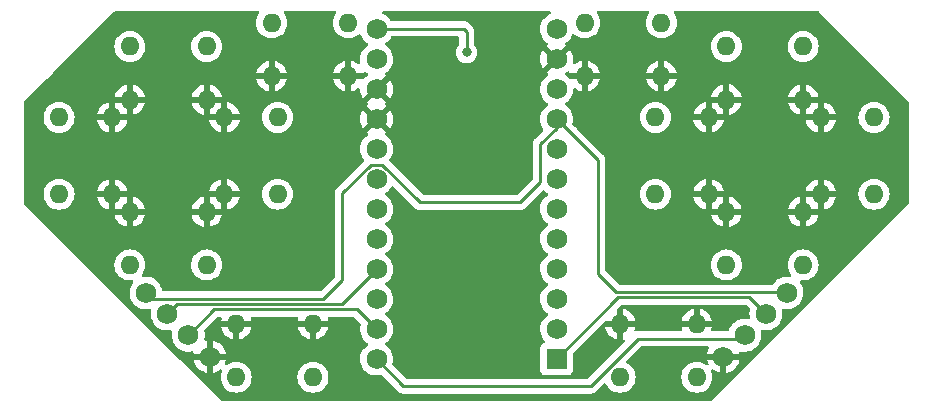
<source format=gtl>
G04 #@! TF.GenerationSoftware,KiCad,Pcbnew,(6.0.8)*
G04 #@! TF.CreationDate,2023-06-20T19:58:11+10:00*
G04 #@! TF.ProjectId,thorny_devil,74686f72-6e79-45f6-9465-76696c2e6b69,rev?*
G04 #@! TF.SameCoordinates,Original*
G04 #@! TF.FileFunction,Copper,L1,Top*
G04 #@! TF.FilePolarity,Positive*
%FSLAX46Y46*%
G04 Gerber Fmt 4.6, Leading zero omitted, Abs format (unit mm)*
G04 Created by KiCad (PCBNEW (6.0.8)) date 2023-06-20 19:58:11*
%MOMM*%
%LPD*%
G01*
G04 APERTURE LIST*
G04 #@! TA.AperFunction,ComponentPad*
%ADD10C,1.752600*%
G04 #@! TD*
G04 #@! TA.AperFunction,ComponentPad*
%ADD11R,1.752600X1.752600*%
G04 #@! TD*
G04 #@! TA.AperFunction,ComponentPad*
%ADD12O,1.600000X1.600000*%
G04 #@! TD*
G04 #@! TA.AperFunction,ViaPad*
%ADD13C,0.800000*%
G04 #@! TD*
G04 #@! TA.AperFunction,Conductor*
%ADD14C,0.250000*%
G04 #@! TD*
G04 APERTURE END LIST*
D10*
X108380000Y-41030000D03*
X108380000Y-43570000D03*
X108380000Y-46110000D03*
X108380000Y-48650000D03*
X108380000Y-51190000D03*
X108380000Y-53730000D03*
X108380000Y-56270000D03*
X108380000Y-58810000D03*
X108380000Y-61350000D03*
X108380000Y-63890000D03*
X108380000Y-66430000D03*
X108380000Y-68970000D03*
X123620000Y-41030000D03*
X123620000Y-43570000D03*
X123620000Y-46110000D03*
X123620000Y-48650000D03*
X123620000Y-51190000D03*
X123620000Y-53730000D03*
X123620000Y-56270000D03*
X123620000Y-58810000D03*
X123620000Y-61350000D03*
X123620000Y-63890000D03*
X123620000Y-66430000D03*
D11*
X123620000Y-68970000D03*
D10*
X141342102Y-65157898D03*
X139546051Y-66953949D03*
X143138154Y-63361846D03*
X137750000Y-68750000D03*
X90657898Y-65157898D03*
X92453949Y-66953949D03*
X94250000Y-68750000D03*
X88861846Y-63361846D03*
D12*
X138000000Y-42500000D03*
X144500000Y-42500000D03*
X138000000Y-47000000D03*
X144500000Y-47000000D03*
X138000000Y-61000000D03*
X144500000Y-61000000D03*
X138000000Y-56500000D03*
X144500000Y-56500000D03*
X87500000Y-61000000D03*
X94000000Y-61000000D03*
X94000000Y-56500000D03*
X87500000Y-56500000D03*
X132000000Y-48500000D03*
X132000000Y-55000000D03*
X136500000Y-55000000D03*
X136500000Y-48500000D03*
X150500000Y-55000000D03*
X150500000Y-48500000D03*
X146000000Y-55000000D03*
X146000000Y-48500000D03*
X103000000Y-70500000D03*
X96500000Y-70500000D03*
X103000000Y-66000000D03*
X96500000Y-66000000D03*
X94000000Y-42500000D03*
X87500000Y-42500000D03*
X94000000Y-47000000D03*
X87500000Y-47000000D03*
X106000000Y-40500000D03*
X99500000Y-40500000D03*
X106000000Y-45000000D03*
X99500000Y-45000000D03*
X95500000Y-55000000D03*
X95500000Y-48500000D03*
X100000000Y-48500000D03*
X100000000Y-55000000D03*
X81500000Y-55000000D03*
X81500000Y-48500000D03*
X86000000Y-48500000D03*
X86000000Y-55000000D03*
X129000000Y-70500000D03*
X135500000Y-70500000D03*
X135500000Y-66000000D03*
X129000000Y-66000000D03*
X126000000Y-40500000D03*
X132500000Y-40500000D03*
X132500000Y-45000000D03*
X126000000Y-45000000D03*
D13*
X116000000Y-43000000D03*
D14*
X123620000Y-49380000D02*
X123620000Y-48650000D01*
X122250000Y-50750000D02*
X123620000Y-49380000D01*
X122250000Y-54000000D02*
X122250000Y-50750000D01*
X112049448Y-55700552D02*
X120549448Y-55700552D01*
X120549448Y-55700552D02*
X122250000Y-54000000D01*
X107911105Y-52500000D02*
X108848895Y-52500000D01*
X105500000Y-62250000D02*
X105500000Y-54911105D01*
X108848895Y-52500000D02*
X112049448Y-55700552D01*
X103888154Y-63861846D02*
X105500000Y-62250000D01*
X88361846Y-63861846D02*
X103888154Y-63861846D01*
X105500000Y-54911105D02*
X107911105Y-52500000D01*
X128653604Y-63300000D02*
X143076308Y-63300000D01*
X127125000Y-52125000D02*
X127125000Y-61771396D01*
X124851300Y-49851300D02*
X127125000Y-52125000D01*
X124821300Y-49851300D02*
X124851300Y-49851300D01*
X127125000Y-61771396D02*
X128653604Y-63300000D01*
X123620000Y-48650000D02*
X124821300Y-49851300D01*
X143076308Y-63300000D02*
X143138154Y-63361846D01*
X130500000Y-67250000D02*
X139842102Y-67250000D01*
X110660000Y-71250000D02*
X126500000Y-71250000D01*
X126500000Y-71250000D02*
X130500000Y-67250000D01*
X108380000Y-68970000D02*
X110660000Y-71250000D01*
X139934204Y-63750000D02*
X141342102Y-65157898D01*
X128840000Y-63750000D02*
X139934204Y-63750000D01*
X123620000Y-68970000D02*
X128840000Y-63750000D01*
X108380000Y-66430000D02*
X106711846Y-64761846D01*
X106711846Y-64761846D02*
X94646052Y-64761846D01*
X94646052Y-64761846D02*
X91953949Y-67453949D01*
X108380000Y-61350000D02*
X105418154Y-64311846D01*
X105418154Y-64311846D02*
X91503950Y-64311846D01*
X91503950Y-64311846D02*
X90157898Y-65657898D01*
X108410000Y-41000000D02*
X108380000Y-41030000D01*
X115750000Y-41000000D02*
X108410000Y-41000000D01*
X116000000Y-41250000D02*
X115750000Y-41000000D01*
X116000000Y-43000000D02*
X116000000Y-41250000D01*
G04 #@! TA.AperFunction,Conductor*
G36*
X98422950Y-39528502D02*
G01*
X98469443Y-39582158D01*
X98479547Y-39652432D01*
X98458043Y-39706770D01*
X98362477Y-39843251D01*
X98360154Y-39848233D01*
X98360151Y-39848238D01*
X98281192Y-40017569D01*
X98265716Y-40050757D01*
X98206457Y-40271913D01*
X98186502Y-40500000D01*
X98206457Y-40728087D01*
X98207881Y-40733400D01*
X98207881Y-40733402D01*
X98218964Y-40774762D01*
X98265716Y-40949243D01*
X98268039Y-40954224D01*
X98268039Y-40954225D01*
X98360151Y-41151762D01*
X98360154Y-41151767D01*
X98362477Y-41156749D01*
X98383646Y-41186981D01*
X98469849Y-41310091D01*
X98493802Y-41344300D01*
X98655700Y-41506198D01*
X98660208Y-41509355D01*
X98660211Y-41509357D01*
X98706153Y-41541526D01*
X98843251Y-41637523D01*
X98848233Y-41639846D01*
X98848238Y-41639849D01*
X99045775Y-41731961D01*
X99050757Y-41734284D01*
X99056065Y-41735706D01*
X99056067Y-41735707D01*
X99266598Y-41792119D01*
X99266600Y-41792119D01*
X99271913Y-41793543D01*
X99500000Y-41813498D01*
X99728087Y-41793543D01*
X99733400Y-41792119D01*
X99733402Y-41792119D01*
X99943933Y-41735707D01*
X99943935Y-41735706D01*
X99949243Y-41734284D01*
X99954225Y-41731961D01*
X100151762Y-41639849D01*
X100151767Y-41639846D01*
X100156749Y-41637523D01*
X100293847Y-41541526D01*
X100339789Y-41509357D01*
X100339792Y-41509355D01*
X100344300Y-41506198D01*
X100506198Y-41344300D01*
X100530152Y-41310091D01*
X100616354Y-41186981D01*
X100637523Y-41156749D01*
X100639846Y-41151767D01*
X100639849Y-41151762D01*
X100731961Y-40954225D01*
X100731961Y-40954224D01*
X100734284Y-40949243D01*
X100781037Y-40774762D01*
X100792119Y-40733402D01*
X100792119Y-40733400D01*
X100793543Y-40728087D01*
X100813498Y-40500000D01*
X100793543Y-40271913D01*
X100734284Y-40050757D01*
X100718808Y-40017569D01*
X100639849Y-39848238D01*
X100639846Y-39848233D01*
X100637523Y-39843251D01*
X100541958Y-39706770D01*
X100519270Y-39639497D01*
X100536555Y-39570637D01*
X100588324Y-39522052D01*
X100645171Y-39508500D01*
X104854829Y-39508500D01*
X104922950Y-39528502D01*
X104969443Y-39582158D01*
X104979547Y-39652432D01*
X104958043Y-39706770D01*
X104862477Y-39843251D01*
X104860154Y-39848233D01*
X104860151Y-39848238D01*
X104781192Y-40017569D01*
X104765716Y-40050757D01*
X104706457Y-40271913D01*
X104686502Y-40500000D01*
X104706457Y-40728087D01*
X104707881Y-40733400D01*
X104707881Y-40733402D01*
X104718964Y-40774762D01*
X104765716Y-40949243D01*
X104768039Y-40954224D01*
X104768039Y-40954225D01*
X104860151Y-41151762D01*
X104860154Y-41151767D01*
X104862477Y-41156749D01*
X104883646Y-41186981D01*
X104969849Y-41310091D01*
X104993802Y-41344300D01*
X105155700Y-41506198D01*
X105160208Y-41509355D01*
X105160211Y-41509357D01*
X105206153Y-41541526D01*
X105343251Y-41637523D01*
X105348233Y-41639846D01*
X105348238Y-41639849D01*
X105545775Y-41731961D01*
X105550757Y-41734284D01*
X105556065Y-41735706D01*
X105556067Y-41735707D01*
X105766598Y-41792119D01*
X105766600Y-41792119D01*
X105771913Y-41793543D01*
X106000000Y-41813498D01*
X106228087Y-41793543D01*
X106233400Y-41792119D01*
X106233402Y-41792119D01*
X106443933Y-41735707D01*
X106443935Y-41735706D01*
X106449243Y-41734284D01*
X106454225Y-41731961D01*
X106651762Y-41639849D01*
X106651767Y-41639846D01*
X106656749Y-41637523D01*
X106793847Y-41541526D01*
X106839789Y-41509357D01*
X106839792Y-41509355D01*
X106844300Y-41506198D01*
X106876635Y-41473863D01*
X106938947Y-41439837D01*
X107009762Y-41444902D01*
X107066598Y-41487449D01*
X107082471Y-41515551D01*
X107093019Y-41541526D01*
X107132944Y-41639849D01*
X107139711Y-41656515D01*
X107258692Y-41850674D01*
X107407786Y-42022793D01*
X107582989Y-42168249D01*
X107587440Y-42170850D01*
X107587450Y-42170857D01*
X107620266Y-42190033D01*
X107668989Y-42241672D01*
X107682059Y-42311455D01*
X107655326Y-42377227D01*
X107632353Y-42399575D01*
X107457444Y-42530900D01*
X107300120Y-42695530D01*
X107297206Y-42699802D01*
X107297205Y-42699803D01*
X107233648Y-42792975D01*
X107171797Y-42883645D01*
X107075921Y-43090192D01*
X107074539Y-43095174D01*
X107074539Y-43095175D01*
X107067045Y-43122197D01*
X107015067Y-43309625D01*
X106990869Y-43536050D01*
X106991166Y-43541202D01*
X106991166Y-43541206D01*
X106993565Y-43582812D01*
X107003977Y-43763387D01*
X107010832Y-43793803D01*
X107024112Y-43852732D01*
X107019576Y-43923584D01*
X106977454Y-43980735D01*
X106911121Y-44006041D01*
X106841636Y-43991468D01*
X106828924Y-43983646D01*
X106661007Y-43866069D01*
X106651511Y-43860586D01*
X106454053Y-43768510D01*
X106443761Y-43764764D01*
X106271497Y-43718606D01*
X106257401Y-43718942D01*
X106254000Y-43726884D01*
X106254000Y-44727885D01*
X106258475Y-44743124D01*
X106259865Y-44744329D01*
X106267548Y-44746000D01*
X107267967Y-44746000D01*
X107281498Y-44742027D01*
X107285956Y-44711021D01*
X107315449Y-44646440D01*
X107375175Y-44608057D01*
X107446172Y-44608057D01*
X107491156Y-44632008D01*
X107582989Y-44708249D01*
X107587441Y-44710851D01*
X107587446Y-44710854D01*
X107620733Y-44730305D01*
X107669456Y-44781944D01*
X107682527Y-44851727D01*
X107655795Y-44917499D01*
X107632815Y-44939853D01*
X107461912Y-45068171D01*
X107454205Y-45075014D01*
X107360517Y-45173053D01*
X107353897Y-45185859D01*
X107304848Y-45237188D01*
X107241967Y-45254000D01*
X106272115Y-45254000D01*
X106256876Y-45258475D01*
X106255671Y-45259865D01*
X106254000Y-45267548D01*
X106254000Y-46267967D01*
X106257973Y-46281498D01*
X106266522Y-46282727D01*
X106443761Y-46235236D01*
X106454053Y-46231490D01*
X106651511Y-46139414D01*
X106661006Y-46133931D01*
X106796700Y-46038917D01*
X106863974Y-46016229D01*
X106932834Y-46033514D01*
X106981419Y-46085283D01*
X106994762Y-46134877D01*
X107004176Y-46298150D01*
X107005612Y-46308370D01*
X107053382Y-46520339D01*
X107056461Y-46530167D01*
X107138215Y-46731502D01*
X107142858Y-46740693D01*
X107227334Y-46878546D01*
X107237790Y-46888006D01*
X107246568Y-46884222D01*
X108019658Y-46111132D01*
X108744408Y-46111132D01*
X108744539Y-46112965D01*
X108748790Y-46119580D01*
X109509320Y-46880110D01*
X109521330Y-46886669D01*
X109533069Y-46877701D01*
X109567625Y-46829611D01*
X109572936Y-46820772D01*
X109669206Y-46625983D01*
X109673005Y-46616387D01*
X109736170Y-46408491D01*
X109738349Y-46398410D01*
X109766949Y-46181175D01*
X109767468Y-46174502D01*
X109768962Y-46113365D01*
X109768768Y-46106646D01*
X109750816Y-45888294D01*
X109749131Y-45878114D01*
X109696196Y-45667371D01*
X109692876Y-45657620D01*
X109606229Y-45458343D01*
X109601362Y-45449268D01*
X109532083Y-45342178D01*
X109521398Y-45332975D01*
X109511831Y-45337379D01*
X108752022Y-46097188D01*
X108744408Y-46111132D01*
X108019658Y-46111132D01*
X109152115Y-44978675D01*
X109159136Y-44965819D01*
X109151607Y-44955486D01*
X109144161Y-44950539D01*
X109141880Y-44949280D01*
X109141137Y-44948530D01*
X109139853Y-44947677D01*
X109140029Y-44947412D01*
X109091908Y-44898849D01*
X109077134Y-44829406D01*
X109102249Y-44763000D01*
X109129602Y-44736391D01*
X109133686Y-44733478D01*
X109276893Y-44631330D01*
X109438193Y-44470592D01*
X109525933Y-44348489D01*
X109568055Y-44289869D01*
X109571073Y-44285669D01*
X109617614Y-44191502D01*
X109669673Y-44086168D01*
X109669674Y-44086166D01*
X109671967Y-44081526D01*
X109738164Y-43863646D01*
X109747359Y-43793803D01*
X109767450Y-43641201D01*
X109767451Y-43641194D01*
X109767887Y-43637879D01*
X109769546Y-43570000D01*
X109762179Y-43480393D01*
X109751311Y-43348202D01*
X109751310Y-43348196D01*
X109750887Y-43343051D01*
X109716327Y-43205461D01*
X109696672Y-43127208D01*
X109696671Y-43127204D01*
X109695413Y-43122197D01*
X109683743Y-43095358D01*
X109606672Y-42918106D01*
X109606670Y-42918103D01*
X109604612Y-42913369D01*
X109480923Y-42722175D01*
X109327668Y-42553750D01*
X109148963Y-42412618D01*
X109142335Y-42408959D01*
X109141651Y-42408269D01*
X109140131Y-42407259D01*
X109140339Y-42406945D01*
X109092363Y-42358533D01*
X109077585Y-42289091D01*
X109102696Y-42222684D01*
X109130054Y-42196069D01*
X109272689Y-42094329D01*
X109272691Y-42094327D01*
X109276893Y-42091330D01*
X109438193Y-41930592D01*
X109571073Y-41745669D01*
X109591830Y-41703671D01*
X109639943Y-41651466D01*
X109704786Y-41633500D01*
X115240500Y-41633500D01*
X115308621Y-41653502D01*
X115355114Y-41707158D01*
X115366500Y-41759500D01*
X115366500Y-42297476D01*
X115346498Y-42365597D01*
X115334142Y-42381779D01*
X115260960Y-42463056D01*
X115165473Y-42628444D01*
X115106458Y-42810072D01*
X115105768Y-42816633D01*
X115105768Y-42816635D01*
X115098207Y-42888578D01*
X115086496Y-43000000D01*
X115087186Y-43006565D01*
X115103445Y-43161257D01*
X115106458Y-43189928D01*
X115165473Y-43371556D01*
X115260960Y-43536944D01*
X115265378Y-43541851D01*
X115265379Y-43541852D01*
X115348824Y-43634527D01*
X115388747Y-43678866D01*
X115543248Y-43791118D01*
X115549276Y-43793802D01*
X115549278Y-43793803D01*
X115711681Y-43866109D01*
X115717712Y-43868794D01*
X115811112Y-43888647D01*
X115898056Y-43907128D01*
X115898061Y-43907128D01*
X115904513Y-43908500D01*
X116095487Y-43908500D01*
X116101939Y-43907128D01*
X116101944Y-43907128D01*
X116188888Y-43888647D01*
X116282288Y-43868794D01*
X116288319Y-43866109D01*
X116450722Y-43793803D01*
X116450724Y-43793802D01*
X116456752Y-43791118D01*
X116611253Y-43678866D01*
X116651176Y-43634527D01*
X116734621Y-43541852D01*
X116734622Y-43541851D01*
X116735191Y-43541219D01*
X122231668Y-43541219D01*
X122244176Y-43758150D01*
X122245612Y-43768370D01*
X122293382Y-43980339D01*
X122296461Y-43990167D01*
X122378215Y-44191502D01*
X122382858Y-44200693D01*
X122467334Y-44338546D01*
X122477790Y-44348006D01*
X122486568Y-44344222D01*
X123247978Y-43582812D01*
X123255592Y-43568868D01*
X123255461Y-43567035D01*
X123251210Y-43560420D01*
X122490922Y-42800132D01*
X122479386Y-42793832D01*
X122467104Y-42803455D01*
X122415143Y-42879627D01*
X122410058Y-42888578D01*
X122318571Y-43085671D01*
X122315008Y-43095358D01*
X122256942Y-43304736D01*
X122255011Y-43314856D01*
X122231920Y-43530930D01*
X122231668Y-43541219D01*
X116735191Y-43541219D01*
X116739040Y-43536944D01*
X116834527Y-43371556D01*
X116893542Y-43189928D01*
X116896556Y-43161257D01*
X116912814Y-43006565D01*
X116913504Y-43000000D01*
X116901793Y-42888578D01*
X116894232Y-42816635D01*
X116894232Y-42816633D01*
X116893542Y-42810072D01*
X116834527Y-42628444D01*
X116739040Y-42463056D01*
X116665863Y-42381785D01*
X116635147Y-42317779D01*
X116633500Y-42297476D01*
X116633500Y-41328763D01*
X116634027Y-41317579D01*
X116635701Y-41310091D01*
X116633562Y-41242032D01*
X116633500Y-41238075D01*
X116633500Y-41210144D01*
X116632994Y-41206138D01*
X116632061Y-41194292D01*
X116630922Y-41158037D01*
X116630673Y-41150110D01*
X116625022Y-41130658D01*
X116621014Y-41111306D01*
X116619468Y-41099068D01*
X116619467Y-41099066D01*
X116618474Y-41091203D01*
X116602194Y-41050086D01*
X116598359Y-41038885D01*
X116586018Y-40996406D01*
X116581985Y-40989587D01*
X116581983Y-40989582D01*
X116575707Y-40978971D01*
X116567010Y-40961221D01*
X116559552Y-40942383D01*
X116533571Y-40906623D01*
X116527053Y-40896701D01*
X116508578Y-40865460D01*
X116508574Y-40865455D01*
X116504542Y-40858637D01*
X116490218Y-40844313D01*
X116477376Y-40829278D01*
X116465472Y-40812893D01*
X116431406Y-40784711D01*
X116422627Y-40776722D01*
X116253652Y-40607747D01*
X116246112Y-40599461D01*
X116242000Y-40592982D01*
X116192348Y-40546356D01*
X116189507Y-40543602D01*
X116169770Y-40523865D01*
X116166573Y-40521385D01*
X116157551Y-40513680D01*
X116131100Y-40488841D01*
X116125321Y-40483414D01*
X116118375Y-40479595D01*
X116118372Y-40479593D01*
X116107566Y-40473652D01*
X116091047Y-40462801D01*
X116090583Y-40462441D01*
X116075041Y-40450386D01*
X116067772Y-40447241D01*
X116067768Y-40447238D01*
X116034463Y-40432826D01*
X116023813Y-40427609D01*
X115985060Y-40406305D01*
X115965437Y-40401267D01*
X115946734Y-40394863D01*
X115935420Y-40389967D01*
X115935419Y-40389967D01*
X115928145Y-40386819D01*
X115920322Y-40385580D01*
X115920312Y-40385577D01*
X115884476Y-40379901D01*
X115872856Y-40377495D01*
X115837711Y-40368472D01*
X115837710Y-40368472D01*
X115830030Y-40366500D01*
X115809776Y-40366500D01*
X115790065Y-40364949D01*
X115777886Y-40363020D01*
X115770057Y-40361780D01*
X115762165Y-40362526D01*
X115726039Y-40365941D01*
X115714181Y-40366500D01*
X109668723Y-40366500D01*
X109600602Y-40346498D01*
X109562931Y-40308940D01*
X109483731Y-40186515D01*
X109483729Y-40186512D01*
X109480923Y-40182175D01*
X109327668Y-40013750D01*
X109148963Y-39872618D01*
X108949607Y-39762567D01*
X108944735Y-39760842D01*
X108944729Y-39760839D01*
X108923362Y-39753273D01*
X108865825Y-39711678D01*
X108839910Y-39645581D01*
X108853844Y-39575965D01*
X108903203Y-39524933D01*
X108965422Y-39508500D01*
X123029929Y-39508500D01*
X123098050Y-39528502D01*
X123144543Y-39582158D01*
X123154647Y-39652432D01*
X123125153Y-39717012D01*
X123081384Y-39748750D01*
X123081529Y-39749029D01*
X123076940Y-39751418D01*
X123076935Y-39751420D01*
X122890951Y-39848238D01*
X122879544Y-39854176D01*
X122875411Y-39857279D01*
X122875408Y-39857281D01*
X122701579Y-39987795D01*
X122697444Y-39990900D01*
X122540120Y-40155530D01*
X122537206Y-40159802D01*
X122537205Y-40159803D01*
X122514801Y-40192646D01*
X122411797Y-40343645D01*
X122315921Y-40550192D01*
X122314539Y-40555174D01*
X122314539Y-40555175D01*
X122299960Y-40607747D01*
X122255067Y-40769625D01*
X122230869Y-40996050D01*
X122243977Y-41223387D01*
X122245112Y-41228424D01*
X122245113Y-41228430D01*
X122292756Y-41439837D01*
X122294039Y-41445531D01*
X122295983Y-41450317D01*
X122295984Y-41450322D01*
X122377661Y-41651466D01*
X122379711Y-41656515D01*
X122498692Y-41850674D01*
X122647786Y-42022793D01*
X122822989Y-42168249D01*
X122827441Y-42170851D01*
X122827446Y-42170854D01*
X122860733Y-42190305D01*
X122909456Y-42241944D01*
X122922527Y-42311727D01*
X122895795Y-42377499D01*
X122872813Y-42399854D01*
X122850890Y-42416314D01*
X122842436Y-42427640D01*
X122849180Y-42439970D01*
X123607188Y-43197978D01*
X123621132Y-43205592D01*
X123622965Y-43205461D01*
X123629580Y-43201210D01*
X124330790Y-42500000D01*
X136686502Y-42500000D01*
X136706457Y-42728087D01*
X136707881Y-42733400D01*
X136707881Y-42733402D01*
X136756104Y-42913369D01*
X136765716Y-42949243D01*
X136768039Y-42954224D01*
X136768039Y-42954225D01*
X136860151Y-43151762D01*
X136860154Y-43151767D01*
X136862477Y-43156749D01*
X136935902Y-43261611D01*
X136989471Y-43338114D01*
X136993802Y-43344300D01*
X137155700Y-43506198D01*
X137160208Y-43509355D01*
X137160211Y-43509357D01*
X137205696Y-43541206D01*
X137343251Y-43637523D01*
X137348233Y-43639846D01*
X137348238Y-43639849D01*
X137545775Y-43731961D01*
X137550757Y-43734284D01*
X137556065Y-43735706D01*
X137556067Y-43735707D01*
X137766598Y-43792119D01*
X137766600Y-43792119D01*
X137771913Y-43793543D01*
X138000000Y-43813498D01*
X138228087Y-43793543D01*
X138233400Y-43792119D01*
X138233402Y-43792119D01*
X138443933Y-43735707D01*
X138443935Y-43735706D01*
X138449243Y-43734284D01*
X138454225Y-43731961D01*
X138651762Y-43639849D01*
X138651767Y-43639846D01*
X138656749Y-43637523D01*
X138794304Y-43541206D01*
X138839789Y-43509357D01*
X138839792Y-43509355D01*
X138844300Y-43506198D01*
X139006198Y-43344300D01*
X139010530Y-43338114D01*
X139064098Y-43261611D01*
X139137523Y-43156749D01*
X139139846Y-43151767D01*
X139139849Y-43151762D01*
X139231961Y-42954225D01*
X139231961Y-42954224D01*
X139234284Y-42949243D01*
X139243897Y-42913369D01*
X139292119Y-42733402D01*
X139292119Y-42733400D01*
X139293543Y-42728087D01*
X139313498Y-42500000D01*
X143186502Y-42500000D01*
X143206457Y-42728087D01*
X143207881Y-42733400D01*
X143207881Y-42733402D01*
X143256104Y-42913369D01*
X143265716Y-42949243D01*
X143268039Y-42954224D01*
X143268039Y-42954225D01*
X143360151Y-43151762D01*
X143360154Y-43151767D01*
X143362477Y-43156749D01*
X143435902Y-43261611D01*
X143489471Y-43338114D01*
X143493802Y-43344300D01*
X143655700Y-43506198D01*
X143660208Y-43509355D01*
X143660211Y-43509357D01*
X143705696Y-43541206D01*
X143843251Y-43637523D01*
X143848233Y-43639846D01*
X143848238Y-43639849D01*
X144045775Y-43731961D01*
X144050757Y-43734284D01*
X144056065Y-43735706D01*
X144056067Y-43735707D01*
X144266598Y-43792119D01*
X144266600Y-43792119D01*
X144271913Y-43793543D01*
X144500000Y-43813498D01*
X144728087Y-43793543D01*
X144733400Y-43792119D01*
X144733402Y-43792119D01*
X144943933Y-43735707D01*
X144943935Y-43735706D01*
X144949243Y-43734284D01*
X144954225Y-43731961D01*
X145151762Y-43639849D01*
X145151767Y-43639846D01*
X145156749Y-43637523D01*
X145294304Y-43541206D01*
X145339789Y-43509357D01*
X145339792Y-43509355D01*
X145344300Y-43506198D01*
X145506198Y-43344300D01*
X145510530Y-43338114D01*
X145564098Y-43261611D01*
X145637523Y-43156749D01*
X145639846Y-43151767D01*
X145639849Y-43151762D01*
X145731961Y-42954225D01*
X145731961Y-42954224D01*
X145734284Y-42949243D01*
X145743897Y-42913369D01*
X145792119Y-42733402D01*
X145792119Y-42733400D01*
X145793543Y-42728087D01*
X145813498Y-42500000D01*
X145793543Y-42271913D01*
X145734284Y-42050757D01*
X145721244Y-42022793D01*
X145639849Y-41848238D01*
X145639846Y-41848233D01*
X145637523Y-41843251D01*
X145559597Y-41731961D01*
X145509357Y-41660211D01*
X145509355Y-41660208D01*
X145506198Y-41655700D01*
X145344300Y-41493802D01*
X145339792Y-41490645D01*
X145339789Y-41490643D01*
X145261611Y-41435902D01*
X145156749Y-41362477D01*
X145151767Y-41360154D01*
X145151762Y-41360151D01*
X144954225Y-41268039D01*
X144954224Y-41268039D01*
X144949243Y-41265716D01*
X144943935Y-41264294D01*
X144943933Y-41264293D01*
X144733402Y-41207881D01*
X144733400Y-41207881D01*
X144728087Y-41206457D01*
X144500000Y-41186502D01*
X144271913Y-41206457D01*
X144266600Y-41207881D01*
X144266598Y-41207881D01*
X144056067Y-41264293D01*
X144056065Y-41264294D01*
X144050757Y-41265716D01*
X144045776Y-41268039D01*
X144045775Y-41268039D01*
X143848238Y-41360151D01*
X143848233Y-41360154D01*
X143843251Y-41362477D01*
X143738389Y-41435902D01*
X143660211Y-41490643D01*
X143660208Y-41490645D01*
X143655700Y-41493802D01*
X143493802Y-41655700D01*
X143490645Y-41660208D01*
X143490643Y-41660211D01*
X143440403Y-41731961D01*
X143362477Y-41843251D01*
X143360154Y-41848233D01*
X143360151Y-41848238D01*
X143278756Y-42022793D01*
X143265716Y-42050757D01*
X143206457Y-42271913D01*
X143186502Y-42500000D01*
X139313498Y-42500000D01*
X139293543Y-42271913D01*
X139234284Y-42050757D01*
X139221244Y-42022793D01*
X139139849Y-41848238D01*
X139139846Y-41848233D01*
X139137523Y-41843251D01*
X139059597Y-41731961D01*
X139009357Y-41660211D01*
X139009355Y-41660208D01*
X139006198Y-41655700D01*
X138844300Y-41493802D01*
X138839792Y-41490645D01*
X138839789Y-41490643D01*
X138761611Y-41435902D01*
X138656749Y-41362477D01*
X138651767Y-41360154D01*
X138651762Y-41360151D01*
X138454225Y-41268039D01*
X138454224Y-41268039D01*
X138449243Y-41265716D01*
X138443935Y-41264294D01*
X138443933Y-41264293D01*
X138233402Y-41207881D01*
X138233400Y-41207881D01*
X138228087Y-41206457D01*
X138000000Y-41186502D01*
X137771913Y-41206457D01*
X137766600Y-41207881D01*
X137766598Y-41207881D01*
X137556067Y-41264293D01*
X137556065Y-41264294D01*
X137550757Y-41265716D01*
X137545776Y-41268039D01*
X137545775Y-41268039D01*
X137348238Y-41360151D01*
X137348233Y-41360154D01*
X137343251Y-41362477D01*
X137238389Y-41435902D01*
X137160211Y-41490643D01*
X137160208Y-41490645D01*
X137155700Y-41493802D01*
X136993802Y-41655700D01*
X136990645Y-41660208D01*
X136990643Y-41660211D01*
X136940403Y-41731961D01*
X136862477Y-41843251D01*
X136860154Y-41848233D01*
X136860151Y-41848238D01*
X136778756Y-42022793D01*
X136765716Y-42050757D01*
X136706457Y-42271913D01*
X136686502Y-42500000D01*
X124330790Y-42500000D01*
X124392115Y-42438675D01*
X124399136Y-42425819D01*
X124391607Y-42415486D01*
X124384161Y-42410539D01*
X124381880Y-42409280D01*
X124381137Y-42408530D01*
X124379853Y-42407677D01*
X124380029Y-42407412D01*
X124331908Y-42358849D01*
X124317134Y-42289406D01*
X124342249Y-42223000D01*
X124369602Y-42196391D01*
X124516893Y-42091330D01*
X124678193Y-41930592D01*
X124811073Y-41745669D01*
X124830107Y-41707158D01*
X124909673Y-41546168D01*
X124909674Y-41546166D01*
X124911967Y-41541526D01*
X124915914Y-41528536D01*
X124954852Y-41469172D01*
X125019705Y-41440282D01*
X125089881Y-41451040D01*
X125125568Y-41476066D01*
X125155700Y-41506198D01*
X125160208Y-41509355D01*
X125160211Y-41509357D01*
X125206153Y-41541526D01*
X125343251Y-41637523D01*
X125348233Y-41639846D01*
X125348238Y-41639849D01*
X125545775Y-41731961D01*
X125550757Y-41734284D01*
X125556065Y-41735706D01*
X125556067Y-41735707D01*
X125766598Y-41792119D01*
X125766600Y-41792119D01*
X125771913Y-41793543D01*
X126000000Y-41813498D01*
X126228087Y-41793543D01*
X126233400Y-41792119D01*
X126233402Y-41792119D01*
X126443933Y-41735707D01*
X126443935Y-41735706D01*
X126449243Y-41734284D01*
X126454225Y-41731961D01*
X126651762Y-41639849D01*
X126651767Y-41639846D01*
X126656749Y-41637523D01*
X126793847Y-41541526D01*
X126839789Y-41509357D01*
X126839792Y-41509355D01*
X126844300Y-41506198D01*
X127006198Y-41344300D01*
X127030152Y-41310091D01*
X127116354Y-41186981D01*
X127137523Y-41156749D01*
X127139846Y-41151767D01*
X127139849Y-41151762D01*
X127231961Y-40954225D01*
X127231961Y-40954224D01*
X127234284Y-40949243D01*
X127281037Y-40774762D01*
X127292119Y-40733402D01*
X127292119Y-40733400D01*
X127293543Y-40728087D01*
X127313498Y-40500000D01*
X127293543Y-40271913D01*
X127234284Y-40050757D01*
X127218808Y-40017569D01*
X127139849Y-39848238D01*
X127139846Y-39848233D01*
X127137523Y-39843251D01*
X127041958Y-39706770D01*
X127019270Y-39639497D01*
X127036555Y-39570637D01*
X127088324Y-39522052D01*
X127145171Y-39508500D01*
X131354829Y-39508500D01*
X131422950Y-39528502D01*
X131469443Y-39582158D01*
X131479547Y-39652432D01*
X131458043Y-39706770D01*
X131362477Y-39843251D01*
X131360154Y-39848233D01*
X131360151Y-39848238D01*
X131281192Y-40017569D01*
X131265716Y-40050757D01*
X131206457Y-40271913D01*
X131186502Y-40500000D01*
X131206457Y-40728087D01*
X131207881Y-40733400D01*
X131207881Y-40733402D01*
X131218964Y-40774762D01*
X131265716Y-40949243D01*
X131268039Y-40954224D01*
X131268039Y-40954225D01*
X131360151Y-41151762D01*
X131360154Y-41151767D01*
X131362477Y-41156749D01*
X131383646Y-41186981D01*
X131469849Y-41310091D01*
X131493802Y-41344300D01*
X131655700Y-41506198D01*
X131660208Y-41509355D01*
X131660211Y-41509357D01*
X131706153Y-41541526D01*
X131843251Y-41637523D01*
X131848233Y-41639846D01*
X131848238Y-41639849D01*
X132045775Y-41731961D01*
X132050757Y-41734284D01*
X132056065Y-41735706D01*
X132056067Y-41735707D01*
X132266598Y-41792119D01*
X132266600Y-41792119D01*
X132271913Y-41793543D01*
X132500000Y-41813498D01*
X132728087Y-41793543D01*
X132733400Y-41792119D01*
X132733402Y-41792119D01*
X132943933Y-41735707D01*
X132943935Y-41735706D01*
X132949243Y-41734284D01*
X132954225Y-41731961D01*
X133151762Y-41639849D01*
X133151767Y-41639846D01*
X133156749Y-41637523D01*
X133293847Y-41541526D01*
X133339789Y-41509357D01*
X133339792Y-41509355D01*
X133344300Y-41506198D01*
X133506198Y-41344300D01*
X133530152Y-41310091D01*
X133616354Y-41186981D01*
X133637523Y-41156749D01*
X133639846Y-41151767D01*
X133639849Y-41151762D01*
X133731961Y-40954225D01*
X133731961Y-40954224D01*
X133734284Y-40949243D01*
X133781037Y-40774762D01*
X133792119Y-40733402D01*
X133792119Y-40733400D01*
X133793543Y-40728087D01*
X133813498Y-40500000D01*
X133793543Y-40271913D01*
X133734284Y-40050757D01*
X133718808Y-40017569D01*
X133639849Y-39848238D01*
X133639846Y-39848233D01*
X133637523Y-39843251D01*
X133541958Y-39706770D01*
X133519270Y-39639497D01*
X133536555Y-39570637D01*
X133588324Y-39522052D01*
X133645171Y-39508500D01*
X145737183Y-39508500D01*
X145805304Y-39528502D01*
X145826278Y-39545405D01*
X153454595Y-47173723D01*
X153488621Y-47236035D01*
X153491500Y-47262818D01*
X153491500Y-55737183D01*
X153471498Y-55805304D01*
X153454595Y-55826278D01*
X136826278Y-72454595D01*
X136763966Y-72488621D01*
X136737183Y-72491500D01*
X95262817Y-72491500D01*
X95194696Y-72471498D01*
X95173722Y-72454595D01*
X91737093Y-69017966D01*
X92891296Y-69017966D01*
X92923382Y-69160339D01*
X92926461Y-69170167D01*
X93008212Y-69371494D01*
X93012865Y-69380705D01*
X93126396Y-69565969D01*
X93132480Y-69574282D01*
X93274753Y-69738527D01*
X93282115Y-69745736D01*
X93449302Y-69884538D01*
X93457734Y-69890443D01*
X93645356Y-70000080D01*
X93654639Y-70004527D01*
X93857638Y-70082045D01*
X93867536Y-70084921D01*
X93978250Y-70107446D01*
X93992299Y-70106250D01*
X93996000Y-70095905D01*
X93996000Y-70095033D01*
X94504000Y-70095033D01*
X94508064Y-70108875D01*
X94521478Y-70110909D01*
X94533669Y-70109347D01*
X94543750Y-70107204D01*
X94751877Y-70044763D01*
X94761475Y-70041002D01*
X94956612Y-69945405D01*
X94965457Y-69940132D01*
X95103033Y-69842000D01*
X95170107Y-69818726D01*
X95239115Y-69835409D01*
X95288149Y-69886753D01*
X95301641Y-69956455D01*
X95290397Y-69997828D01*
X95268039Y-70045774D01*
X95268039Y-70045775D01*
X95265716Y-70050757D01*
X95264294Y-70056065D01*
X95264293Y-70056067D01*
X95250591Y-70107204D01*
X95206457Y-70271913D01*
X95186502Y-70500000D01*
X95206457Y-70728087D01*
X95265716Y-70949243D01*
X95268039Y-70954224D01*
X95268039Y-70954225D01*
X95360151Y-71151762D01*
X95360154Y-71151767D01*
X95362477Y-71156749D01*
X95493802Y-71344300D01*
X95655700Y-71506198D01*
X95660208Y-71509355D01*
X95660211Y-71509357D01*
X95738389Y-71564098D01*
X95843251Y-71637523D01*
X95848233Y-71639846D01*
X95848238Y-71639849D01*
X96045775Y-71731961D01*
X96050757Y-71734284D01*
X96056065Y-71735706D01*
X96056067Y-71735707D01*
X96266598Y-71792119D01*
X96266600Y-71792119D01*
X96271913Y-71793543D01*
X96500000Y-71813498D01*
X96728087Y-71793543D01*
X96733400Y-71792119D01*
X96733402Y-71792119D01*
X96943933Y-71735707D01*
X96943935Y-71735706D01*
X96949243Y-71734284D01*
X96954225Y-71731961D01*
X97151762Y-71639849D01*
X97151767Y-71639846D01*
X97156749Y-71637523D01*
X97261611Y-71564098D01*
X97339789Y-71509357D01*
X97339792Y-71509355D01*
X97344300Y-71506198D01*
X97506198Y-71344300D01*
X97637523Y-71156749D01*
X97639846Y-71151767D01*
X97639849Y-71151762D01*
X97731961Y-70954225D01*
X97731961Y-70954224D01*
X97734284Y-70949243D01*
X97793543Y-70728087D01*
X97813498Y-70500000D01*
X101686502Y-70500000D01*
X101706457Y-70728087D01*
X101765716Y-70949243D01*
X101768039Y-70954224D01*
X101768039Y-70954225D01*
X101860151Y-71151762D01*
X101860154Y-71151767D01*
X101862477Y-71156749D01*
X101993802Y-71344300D01*
X102155700Y-71506198D01*
X102160208Y-71509355D01*
X102160211Y-71509357D01*
X102238389Y-71564098D01*
X102343251Y-71637523D01*
X102348233Y-71639846D01*
X102348238Y-71639849D01*
X102545775Y-71731961D01*
X102550757Y-71734284D01*
X102556065Y-71735706D01*
X102556067Y-71735707D01*
X102766598Y-71792119D01*
X102766600Y-71792119D01*
X102771913Y-71793543D01*
X103000000Y-71813498D01*
X103228087Y-71793543D01*
X103233400Y-71792119D01*
X103233402Y-71792119D01*
X103443933Y-71735707D01*
X103443935Y-71735706D01*
X103449243Y-71734284D01*
X103454225Y-71731961D01*
X103651762Y-71639849D01*
X103651767Y-71639846D01*
X103656749Y-71637523D01*
X103761611Y-71564098D01*
X103839789Y-71509357D01*
X103839792Y-71509355D01*
X103844300Y-71506198D01*
X104006198Y-71344300D01*
X104137523Y-71156749D01*
X104139846Y-71151767D01*
X104139849Y-71151762D01*
X104231961Y-70954225D01*
X104231961Y-70954224D01*
X104234284Y-70949243D01*
X104293543Y-70728087D01*
X104313498Y-70500000D01*
X104293543Y-70271913D01*
X104249409Y-70107204D01*
X104235707Y-70056067D01*
X104235706Y-70056065D01*
X104234284Y-70050757D01*
X104231961Y-70045775D01*
X104139849Y-69848238D01*
X104139846Y-69848233D01*
X104137523Y-69843251D01*
X104006198Y-69655700D01*
X103844300Y-69493802D01*
X103839792Y-69490645D01*
X103839789Y-69490643D01*
X103724954Y-69410235D01*
X103656749Y-69362477D01*
X103651767Y-69360154D01*
X103651762Y-69360151D01*
X103454225Y-69268039D01*
X103454224Y-69268039D01*
X103449243Y-69265716D01*
X103443935Y-69264294D01*
X103443933Y-69264293D01*
X103233402Y-69207881D01*
X103233400Y-69207881D01*
X103228087Y-69206457D01*
X103000000Y-69186502D01*
X102771913Y-69206457D01*
X102766600Y-69207881D01*
X102766598Y-69207881D01*
X102556067Y-69264293D01*
X102556065Y-69264294D01*
X102550757Y-69265716D01*
X102545776Y-69268039D01*
X102545775Y-69268039D01*
X102348238Y-69360151D01*
X102348233Y-69360154D01*
X102343251Y-69362477D01*
X102275046Y-69410235D01*
X102160211Y-69490643D01*
X102160208Y-69490645D01*
X102155700Y-69493802D01*
X101993802Y-69655700D01*
X101862477Y-69843251D01*
X101860154Y-69848233D01*
X101860151Y-69848238D01*
X101768039Y-70045775D01*
X101765716Y-70050757D01*
X101764294Y-70056065D01*
X101764293Y-70056067D01*
X101750591Y-70107204D01*
X101706457Y-70271913D01*
X101686502Y-70500000D01*
X97813498Y-70500000D01*
X97793543Y-70271913D01*
X97749409Y-70107204D01*
X97735707Y-70056067D01*
X97735706Y-70056065D01*
X97734284Y-70050757D01*
X97731961Y-70045775D01*
X97639849Y-69848238D01*
X97639846Y-69848233D01*
X97637523Y-69843251D01*
X97506198Y-69655700D01*
X97344300Y-69493802D01*
X97339792Y-69490645D01*
X97339789Y-69490643D01*
X97224954Y-69410235D01*
X97156749Y-69362477D01*
X97151767Y-69360154D01*
X97151762Y-69360151D01*
X96954225Y-69268039D01*
X96954224Y-69268039D01*
X96949243Y-69265716D01*
X96943935Y-69264294D01*
X96943933Y-69264293D01*
X96733402Y-69207881D01*
X96733400Y-69207881D01*
X96728087Y-69206457D01*
X96500000Y-69186502D01*
X96271913Y-69206457D01*
X96266600Y-69207881D01*
X96266598Y-69207881D01*
X96056067Y-69264293D01*
X96056065Y-69264294D01*
X96050757Y-69265716D01*
X96045776Y-69268039D01*
X96045775Y-69268039D01*
X95848238Y-69360151D01*
X95848233Y-69360154D01*
X95843251Y-69362477D01*
X95838743Y-69365633D01*
X95838737Y-69365637D01*
X95708825Y-69456602D01*
X95641551Y-69479290D01*
X95572691Y-69462005D01*
X95524107Y-69410235D01*
X95511225Y-69340417D01*
X95523598Y-69297561D01*
X95539208Y-69265977D01*
X95543005Y-69256387D01*
X95606171Y-69048486D01*
X95608349Y-69038413D01*
X95610515Y-69021961D01*
X95608303Y-69007778D01*
X95595147Y-69004000D01*
X94522115Y-69004000D01*
X94506876Y-69008475D01*
X94505671Y-69009865D01*
X94504000Y-69017548D01*
X94504000Y-70095033D01*
X93996000Y-70095033D01*
X93996000Y-69022115D01*
X93991525Y-69006876D01*
X93990135Y-69005671D01*
X93982452Y-69004000D01*
X92906264Y-69004000D01*
X92892733Y-69007973D01*
X92891296Y-69017966D01*
X91737093Y-69017966D01*
X83719127Y-61000000D01*
X86186502Y-61000000D01*
X86206457Y-61228087D01*
X86265716Y-61449243D01*
X86268039Y-61454224D01*
X86268039Y-61454225D01*
X86360151Y-61651762D01*
X86360154Y-61651767D01*
X86362477Y-61656749D01*
X86400678Y-61711305D01*
X86458271Y-61793556D01*
X86493802Y-61844300D01*
X86655700Y-62006198D01*
X86660208Y-62009355D01*
X86660211Y-62009357D01*
X86661314Y-62010129D01*
X86843251Y-62137523D01*
X86848233Y-62139846D01*
X86848238Y-62139849D01*
X87033090Y-62226046D01*
X87050757Y-62234284D01*
X87056065Y-62235706D01*
X87056067Y-62235707D01*
X87266598Y-62292119D01*
X87266600Y-62292119D01*
X87271913Y-62293543D01*
X87500000Y-62313498D01*
X87661060Y-62299407D01*
X87730664Y-62313396D01*
X87781656Y-62362796D01*
X87797847Y-62431921D01*
X87776130Y-62495931D01*
X87653643Y-62675491D01*
X87557767Y-62882038D01*
X87496913Y-63101471D01*
X87472715Y-63327896D01*
X87473012Y-63333048D01*
X87473012Y-63333052D01*
X87477190Y-63405507D01*
X87485823Y-63555233D01*
X87486958Y-63560270D01*
X87486959Y-63560276D01*
X87520091Y-63707293D01*
X87535885Y-63777377D01*
X87537829Y-63782163D01*
X87537830Y-63782168D01*
X87610528Y-63961201D01*
X87621557Y-63988361D01*
X87740538Y-64182520D01*
X87889632Y-64354639D01*
X88064835Y-64500095D01*
X88069287Y-64502697D01*
X88069292Y-64502700D01*
X88163386Y-64557684D01*
X88261443Y-64614984D01*
X88474175Y-64696218D01*
X88479241Y-64697249D01*
X88479242Y-64697249D01*
X88523597Y-64706273D01*
X88697318Y-64741617D01*
X88825134Y-64746304D01*
X88919716Y-64749773D01*
X88919721Y-64749773D01*
X88924880Y-64749962D01*
X88930000Y-64749306D01*
X88930002Y-64749306D01*
X88988546Y-64741806D01*
X89150749Y-64721027D01*
X89152026Y-64720644D01*
X89221707Y-64725964D01*
X89278337Y-64768784D01*
X89302828Y-64835423D01*
X89298525Y-64877476D01*
X89292965Y-64897523D01*
X89268767Y-65123948D01*
X89269064Y-65129100D01*
X89269064Y-65129104D01*
X89270994Y-65162567D01*
X89281875Y-65351285D01*
X89283010Y-65356322D01*
X89283011Y-65356328D01*
X89325744Y-65545947D01*
X89331937Y-65573429D01*
X89333881Y-65578215D01*
X89333882Y-65578220D01*
X89415048Y-65778106D01*
X89417609Y-65784413D01*
X89536590Y-65978572D01*
X89685684Y-66150691D01*
X89860887Y-66296147D01*
X89865339Y-66298749D01*
X89865344Y-66298752D01*
X90040673Y-66401206D01*
X90057495Y-66411036D01*
X90270227Y-66492270D01*
X90275293Y-66493301D01*
X90275294Y-66493301D01*
X90281320Y-66494527D01*
X90493370Y-66537669D01*
X90621186Y-66542356D01*
X90715768Y-66545825D01*
X90715773Y-66545825D01*
X90720932Y-66546014D01*
X90726052Y-66545358D01*
X90726054Y-66545358D01*
X90941673Y-66517736D01*
X90941674Y-66517736D01*
X90946801Y-66517079D01*
X90948074Y-66516697D01*
X91017752Y-66522015D01*
X91074384Y-66564832D01*
X91098877Y-66631470D01*
X91094575Y-66673529D01*
X91089016Y-66693574D01*
X91064818Y-66919999D01*
X91065115Y-66925151D01*
X91065115Y-66925155D01*
X91069541Y-67001916D01*
X91077926Y-67147336D01*
X91079061Y-67152373D01*
X91079062Y-67152379D01*
X91126850Y-67364431D01*
X91127988Y-67369480D01*
X91129932Y-67374266D01*
X91129933Y-67374271D01*
X91177466Y-67491330D01*
X91213660Y-67580464D01*
X91332641Y-67774623D01*
X91481735Y-67946742D01*
X91656938Y-68092198D01*
X91661390Y-68094800D01*
X91661395Y-68094803D01*
X91755489Y-68149787D01*
X91853546Y-68207087D01*
X92066278Y-68288321D01*
X92071344Y-68289352D01*
X92071345Y-68289352D01*
X92111984Y-68297620D01*
X92289421Y-68333720D01*
X92417237Y-68338407D01*
X92511819Y-68341876D01*
X92511824Y-68341876D01*
X92516983Y-68342065D01*
X92522103Y-68341409D01*
X92522105Y-68341409D01*
X92737724Y-68313787D01*
X92737725Y-68313787D01*
X92742852Y-68313130D01*
X92744552Y-68312620D01*
X92814358Y-68317950D01*
X92870989Y-68360769D01*
X92895481Y-68427407D01*
X92891177Y-68469465D01*
X92887604Y-68482349D01*
X92889462Y-68492609D01*
X92901838Y-68496000D01*
X93977885Y-68496000D01*
X93993124Y-68491525D01*
X93994329Y-68490135D01*
X93996000Y-68482452D01*
X93996000Y-68477885D01*
X94504000Y-68477885D01*
X94508475Y-68493124D01*
X94509865Y-68494329D01*
X94517548Y-68496000D01*
X95595462Y-68496000D01*
X95608993Y-68492027D01*
X95610298Y-68482947D01*
X95566196Y-68307371D01*
X95562876Y-68297620D01*
X95476229Y-68098343D01*
X95471362Y-68089268D01*
X95353335Y-67906826D01*
X95347043Y-67898655D01*
X95200804Y-67737941D01*
X95193271Y-67730915D01*
X95022743Y-67596241D01*
X95014156Y-67590536D01*
X94823932Y-67485526D01*
X94814523Y-67481298D01*
X94609699Y-67408766D01*
X94599733Y-67406133D01*
X94521836Y-67392257D01*
X94508541Y-67393716D01*
X94504000Y-67408274D01*
X94504000Y-68477885D01*
X93996000Y-68477885D01*
X93996000Y-67406496D01*
X93992082Y-67393152D01*
X93977806Y-67391165D01*
X93954775Y-67394689D01*
X93884413Y-67385221D01*
X93830339Y-67339215D01*
X93809722Y-67271278D01*
X93812144Y-67247599D01*
X93812113Y-67247595D01*
X93812253Y-67246532D01*
X93812253Y-67246530D01*
X93836690Y-67060919D01*
X93841399Y-67025150D01*
X93841400Y-67025143D01*
X93841836Y-67021828D01*
X93843495Y-66953949D01*
X93826354Y-66745458D01*
X93825260Y-66732151D01*
X93825259Y-66732145D01*
X93824836Y-66727000D01*
X93799905Y-66627744D01*
X93792444Y-66598039D01*
X93795249Y-66527098D01*
X93825553Y-66478249D01*
X94037280Y-66266522D01*
X95217273Y-66266522D01*
X95264764Y-66443761D01*
X95268510Y-66454053D01*
X95360586Y-66651511D01*
X95366069Y-66661007D01*
X95491028Y-66839467D01*
X95498084Y-66847875D01*
X95652125Y-67001916D01*
X95660533Y-67008972D01*
X95838993Y-67133931D01*
X95848489Y-67139414D01*
X96045947Y-67231490D01*
X96056239Y-67235236D01*
X96228503Y-67281394D01*
X96242599Y-67281058D01*
X96246000Y-67273116D01*
X96246000Y-67267967D01*
X96754000Y-67267967D01*
X96757973Y-67281498D01*
X96766522Y-67282727D01*
X96943761Y-67235236D01*
X96954053Y-67231490D01*
X97151511Y-67139414D01*
X97161007Y-67133931D01*
X97339467Y-67008972D01*
X97347875Y-67001916D01*
X97501916Y-66847875D01*
X97508972Y-66839467D01*
X97633931Y-66661007D01*
X97639414Y-66651511D01*
X97731490Y-66454053D01*
X97735236Y-66443761D01*
X97781394Y-66271497D01*
X97781275Y-66266522D01*
X101717273Y-66266522D01*
X101764764Y-66443761D01*
X101768510Y-66454053D01*
X101860586Y-66651511D01*
X101866069Y-66661007D01*
X101991028Y-66839467D01*
X101998084Y-66847875D01*
X102152125Y-67001916D01*
X102160533Y-67008972D01*
X102338993Y-67133931D01*
X102348489Y-67139414D01*
X102545947Y-67231490D01*
X102556239Y-67235236D01*
X102728503Y-67281394D01*
X102742599Y-67281058D01*
X102746000Y-67273116D01*
X102746000Y-67267967D01*
X103254000Y-67267967D01*
X103257973Y-67281498D01*
X103266522Y-67282727D01*
X103443761Y-67235236D01*
X103454053Y-67231490D01*
X103651511Y-67139414D01*
X103661007Y-67133931D01*
X103839467Y-67008972D01*
X103847875Y-67001916D01*
X104001916Y-66847875D01*
X104008972Y-66839467D01*
X104133931Y-66661007D01*
X104139414Y-66651511D01*
X104231490Y-66454053D01*
X104235236Y-66443761D01*
X104281394Y-66271497D01*
X104281058Y-66257401D01*
X104273116Y-66254000D01*
X103272115Y-66254000D01*
X103256876Y-66258475D01*
X103255671Y-66259865D01*
X103254000Y-66267548D01*
X103254000Y-67267967D01*
X102746000Y-67267967D01*
X102746000Y-66272115D01*
X102741525Y-66256876D01*
X102740135Y-66255671D01*
X102732452Y-66254000D01*
X101732033Y-66254000D01*
X101718502Y-66257973D01*
X101717273Y-66266522D01*
X97781275Y-66266522D01*
X97781058Y-66257401D01*
X97773116Y-66254000D01*
X96772115Y-66254000D01*
X96756876Y-66258475D01*
X96755671Y-66259865D01*
X96754000Y-66267548D01*
X96754000Y-67267967D01*
X96246000Y-67267967D01*
X96246000Y-66272115D01*
X96241525Y-66256876D01*
X96240135Y-66255671D01*
X96232452Y-66254000D01*
X95232033Y-66254000D01*
X95218502Y-66257973D01*
X95217273Y-66266522D01*
X94037280Y-66266522D01*
X94871551Y-65432251D01*
X94933863Y-65398225D01*
X94960646Y-65395346D01*
X95143669Y-65395346D01*
X95211790Y-65415348D01*
X95258283Y-65469004D01*
X95268387Y-65539278D01*
X95265376Y-65553957D01*
X95218606Y-65728503D01*
X95218942Y-65742599D01*
X95226884Y-65746000D01*
X97767967Y-65746000D01*
X97781498Y-65742027D01*
X97782727Y-65733478D01*
X97734624Y-65553957D01*
X97736314Y-65482981D01*
X97776108Y-65424185D01*
X97841372Y-65396237D01*
X97856331Y-65395346D01*
X101643669Y-65395346D01*
X101711790Y-65415348D01*
X101758283Y-65469004D01*
X101768387Y-65539278D01*
X101765376Y-65553957D01*
X101718606Y-65728503D01*
X101718942Y-65742599D01*
X101726884Y-65746000D01*
X104267967Y-65746000D01*
X104281498Y-65742027D01*
X104282727Y-65733478D01*
X104234624Y-65553957D01*
X104236314Y-65482981D01*
X104276108Y-65424185D01*
X104341372Y-65396237D01*
X104356331Y-65395346D01*
X106397251Y-65395346D01*
X106465372Y-65415348D01*
X106486347Y-65432251D01*
X107008409Y-65954314D01*
X107042434Y-66016626D01*
X107040731Y-66077080D01*
X107040066Y-66079479D01*
X107015067Y-66169625D01*
X106990869Y-66396050D01*
X106991166Y-66401202D01*
X106991166Y-66401206D01*
X106995659Y-66479124D01*
X107003977Y-66623387D01*
X107005112Y-66628424D01*
X107005113Y-66628430D01*
X107036295Y-66766796D01*
X107054039Y-66845531D01*
X107055983Y-66850317D01*
X107055984Y-66850322D01*
X107124265Y-67018476D01*
X107139711Y-67056515D01*
X107258692Y-67250674D01*
X107407786Y-67422793D01*
X107582989Y-67568249D01*
X107587440Y-67570850D01*
X107587450Y-67570857D01*
X107620266Y-67590033D01*
X107668989Y-67641672D01*
X107682059Y-67711455D01*
X107655326Y-67777227D01*
X107632353Y-67799575D01*
X107457444Y-67930900D01*
X107300120Y-68095530D01*
X107297206Y-68099802D01*
X107297205Y-68099803D01*
X107266707Y-68144512D01*
X107171797Y-68283645D01*
X107075921Y-68490192D01*
X107015067Y-68709625D01*
X106990869Y-68936050D01*
X106991166Y-68941202D01*
X106991166Y-68941206D01*
X106994787Y-69004000D01*
X107003977Y-69163387D01*
X107005112Y-69168424D01*
X107005113Y-69168430D01*
X107052346Y-69378020D01*
X107054039Y-69385531D01*
X107055983Y-69390317D01*
X107055984Y-69390322D01*
X107130683Y-69574282D01*
X107139711Y-69596515D01*
X107258692Y-69790674D01*
X107407786Y-69962793D01*
X107551426Y-70082045D01*
X107568121Y-70095905D01*
X107582989Y-70108249D01*
X107587441Y-70110851D01*
X107587446Y-70110854D01*
X107744076Y-70202381D01*
X107779597Y-70223138D01*
X107992329Y-70304372D01*
X107997395Y-70305403D01*
X107997396Y-70305403D01*
X108022773Y-70310566D01*
X108215472Y-70349771D01*
X108342547Y-70354431D01*
X108437870Y-70357927D01*
X108437875Y-70357927D01*
X108443034Y-70358116D01*
X108448154Y-70357460D01*
X108448156Y-70357460D01*
X108543303Y-70345271D01*
X108668903Y-70329181D01*
X108673854Y-70327696D01*
X108673857Y-70327695D01*
X108702365Y-70319142D01*
X108730951Y-70310566D01*
X108801945Y-70310150D01*
X108856252Y-70342157D01*
X110156348Y-71642253D01*
X110163888Y-71650539D01*
X110168000Y-71657018D01*
X110173777Y-71662443D01*
X110217651Y-71703643D01*
X110220493Y-71706398D01*
X110240230Y-71726135D01*
X110243427Y-71728615D01*
X110252447Y-71736318D01*
X110284679Y-71766586D01*
X110291625Y-71770405D01*
X110291628Y-71770407D01*
X110302434Y-71776348D01*
X110318953Y-71787199D01*
X110334959Y-71799614D01*
X110342228Y-71802759D01*
X110342232Y-71802762D01*
X110375537Y-71817174D01*
X110386187Y-71822391D01*
X110424940Y-71843695D01*
X110432615Y-71845666D01*
X110432616Y-71845666D01*
X110444562Y-71848733D01*
X110463267Y-71855137D01*
X110481855Y-71863181D01*
X110489678Y-71864420D01*
X110489688Y-71864423D01*
X110525524Y-71870099D01*
X110537144Y-71872505D01*
X110568959Y-71880673D01*
X110579970Y-71883500D01*
X110600224Y-71883500D01*
X110619934Y-71885051D01*
X110639943Y-71888220D01*
X110647835Y-71887474D01*
X110666580Y-71885702D01*
X110683962Y-71884059D01*
X110695819Y-71883500D01*
X126421233Y-71883500D01*
X126432416Y-71884027D01*
X126439909Y-71885702D01*
X126447835Y-71885453D01*
X126447836Y-71885453D01*
X126507986Y-71883562D01*
X126511945Y-71883500D01*
X126539856Y-71883500D01*
X126543791Y-71883003D01*
X126543856Y-71882995D01*
X126555693Y-71882062D01*
X126587951Y-71881048D01*
X126591970Y-71880922D01*
X126599889Y-71880673D01*
X126619343Y-71875021D01*
X126638700Y-71871013D01*
X126650930Y-71869468D01*
X126650931Y-71869468D01*
X126658797Y-71868474D01*
X126666168Y-71865555D01*
X126666170Y-71865555D01*
X126699912Y-71852196D01*
X126711142Y-71848351D01*
X126745983Y-71838229D01*
X126745984Y-71838229D01*
X126753593Y-71836018D01*
X126760412Y-71831985D01*
X126760417Y-71831983D01*
X126771028Y-71825707D01*
X126788776Y-71817012D01*
X126807617Y-71809552D01*
X126843387Y-71783564D01*
X126853307Y-71777048D01*
X126884535Y-71758580D01*
X126884538Y-71758578D01*
X126891362Y-71754542D01*
X126905683Y-71740221D01*
X126920717Y-71727380D01*
X126930694Y-71720131D01*
X126937107Y-71715472D01*
X126965298Y-71681395D01*
X126973288Y-71672616D01*
X127616514Y-71029390D01*
X127678826Y-70995364D01*
X127749641Y-71000429D01*
X127806477Y-71042976D01*
X127819804Y-71065236D01*
X127860149Y-71151758D01*
X127860153Y-71151764D01*
X127862477Y-71156749D01*
X127993802Y-71344300D01*
X128155700Y-71506198D01*
X128160208Y-71509355D01*
X128160211Y-71509357D01*
X128238389Y-71564098D01*
X128343251Y-71637523D01*
X128348233Y-71639846D01*
X128348238Y-71639849D01*
X128545775Y-71731961D01*
X128550757Y-71734284D01*
X128556065Y-71735706D01*
X128556067Y-71735707D01*
X128766598Y-71792119D01*
X128766600Y-71792119D01*
X128771913Y-71793543D01*
X129000000Y-71813498D01*
X129228087Y-71793543D01*
X129233400Y-71792119D01*
X129233402Y-71792119D01*
X129443933Y-71735707D01*
X129443935Y-71735706D01*
X129449243Y-71734284D01*
X129454225Y-71731961D01*
X129651762Y-71639849D01*
X129651767Y-71639846D01*
X129656749Y-71637523D01*
X129761611Y-71564098D01*
X129839789Y-71509357D01*
X129839792Y-71509355D01*
X129844300Y-71506198D01*
X130006198Y-71344300D01*
X130137523Y-71156749D01*
X130139846Y-71151767D01*
X130139849Y-71151762D01*
X130231961Y-70954225D01*
X130231961Y-70954224D01*
X130234284Y-70949243D01*
X130293543Y-70728087D01*
X130313498Y-70500000D01*
X134186502Y-70500000D01*
X134206457Y-70728087D01*
X134265716Y-70949243D01*
X134268039Y-70954224D01*
X134268039Y-70954225D01*
X134360151Y-71151762D01*
X134360154Y-71151767D01*
X134362477Y-71156749D01*
X134493802Y-71344300D01*
X134655700Y-71506198D01*
X134660208Y-71509355D01*
X134660211Y-71509357D01*
X134738389Y-71564098D01*
X134843251Y-71637523D01*
X134848233Y-71639846D01*
X134848238Y-71639849D01*
X135045775Y-71731961D01*
X135050757Y-71734284D01*
X135056065Y-71735706D01*
X135056067Y-71735707D01*
X135266598Y-71792119D01*
X135266600Y-71792119D01*
X135271913Y-71793543D01*
X135500000Y-71813498D01*
X135728087Y-71793543D01*
X135733400Y-71792119D01*
X135733402Y-71792119D01*
X135943933Y-71735707D01*
X135943935Y-71735706D01*
X135949243Y-71734284D01*
X135954225Y-71731961D01*
X136151762Y-71639849D01*
X136151767Y-71639846D01*
X136156749Y-71637523D01*
X136261611Y-71564098D01*
X136339789Y-71509357D01*
X136339792Y-71509355D01*
X136344300Y-71506198D01*
X136506198Y-71344300D01*
X136637523Y-71156749D01*
X136639846Y-71151767D01*
X136639849Y-71151762D01*
X136731961Y-70954225D01*
X136731961Y-70954224D01*
X136734284Y-70949243D01*
X136793543Y-70728087D01*
X136813498Y-70500000D01*
X136793543Y-70271913D01*
X136749409Y-70107204D01*
X136735707Y-70056067D01*
X136735706Y-70056065D01*
X136734284Y-70050757D01*
X136731489Y-70044763D01*
X136709244Y-69997057D01*
X136698583Y-69926866D01*
X136727563Y-69862053D01*
X136786983Y-69823197D01*
X136857978Y-69822634D01*
X136903924Y-69846864D01*
X136949303Y-69884538D01*
X136957734Y-69890443D01*
X137145356Y-70000080D01*
X137154639Y-70004527D01*
X137357638Y-70082045D01*
X137367536Y-70084921D01*
X137478250Y-70107446D01*
X137492299Y-70106250D01*
X137496000Y-70095905D01*
X137496000Y-70095033D01*
X138004000Y-70095033D01*
X138008064Y-70108875D01*
X138021478Y-70110909D01*
X138033669Y-70109347D01*
X138043750Y-70107204D01*
X138251877Y-70044763D01*
X138261475Y-70041002D01*
X138456612Y-69945405D01*
X138465457Y-69940132D01*
X138642357Y-69813951D01*
X138650232Y-69807295D01*
X138804150Y-69653914D01*
X138810828Y-69646067D01*
X138937625Y-69469612D01*
X138942934Y-69460776D01*
X139039206Y-69265983D01*
X139043005Y-69256387D01*
X139106171Y-69048486D01*
X139108349Y-69038413D01*
X139110515Y-69021961D01*
X139108303Y-69007778D01*
X139095147Y-69004000D01*
X138022115Y-69004000D01*
X138006876Y-69008475D01*
X138005671Y-69009865D01*
X138004000Y-69017548D01*
X138004000Y-70095033D01*
X137496000Y-70095033D01*
X137496000Y-69022115D01*
X137491525Y-69006876D01*
X137490135Y-69005671D01*
X137482452Y-69004000D01*
X136406264Y-69004000D01*
X136392733Y-69007973D01*
X136391296Y-69017966D01*
X136423382Y-69160339D01*
X136426462Y-69170167D01*
X136482177Y-69307379D01*
X136489273Y-69378020D01*
X136457051Y-69441284D01*
X136395741Y-69477084D01*
X136324809Y-69474054D01*
X136293166Y-69457998D01*
X136156749Y-69362477D01*
X136151767Y-69360154D01*
X136151762Y-69360151D01*
X135954225Y-69268039D01*
X135954224Y-69268039D01*
X135949243Y-69265716D01*
X135943935Y-69264294D01*
X135943933Y-69264293D01*
X135733402Y-69207881D01*
X135733400Y-69207881D01*
X135728087Y-69206457D01*
X135500000Y-69186502D01*
X135271913Y-69206457D01*
X135266600Y-69207881D01*
X135266598Y-69207881D01*
X135056067Y-69264293D01*
X135056065Y-69264294D01*
X135050757Y-69265716D01*
X135045776Y-69268039D01*
X135045775Y-69268039D01*
X134848238Y-69360151D01*
X134848233Y-69360154D01*
X134843251Y-69362477D01*
X134775046Y-69410235D01*
X134660211Y-69490643D01*
X134660208Y-69490645D01*
X134655700Y-69493802D01*
X134493802Y-69655700D01*
X134362477Y-69843251D01*
X134360154Y-69848233D01*
X134360151Y-69848238D01*
X134268039Y-70045775D01*
X134265716Y-70050757D01*
X134264294Y-70056065D01*
X134264293Y-70056067D01*
X134250591Y-70107204D01*
X134206457Y-70271913D01*
X134186502Y-70500000D01*
X130313498Y-70500000D01*
X130293543Y-70271913D01*
X130249409Y-70107204D01*
X130235707Y-70056067D01*
X130235706Y-70056065D01*
X130234284Y-70050757D01*
X130231961Y-70045775D01*
X130139849Y-69848238D01*
X130139846Y-69848233D01*
X130137523Y-69843251D01*
X130006198Y-69655700D01*
X129844300Y-69493802D01*
X129839792Y-69490645D01*
X129839789Y-69490643D01*
X129724954Y-69410235D01*
X129656749Y-69362477D01*
X129651761Y-69360151D01*
X129651758Y-69360149D01*
X129565236Y-69319804D01*
X129511950Y-69272887D01*
X129492489Y-69204610D01*
X129513030Y-69136650D01*
X129529390Y-69116514D01*
X130725499Y-67920405D01*
X130787811Y-67886379D01*
X130814594Y-67883500D01*
X136428708Y-67883500D01*
X136496829Y-67903502D01*
X136543322Y-67957158D01*
X136553426Y-68027432D01*
X136541124Y-68063378D01*
X136542233Y-68063893D01*
X136448571Y-68265671D01*
X136445008Y-68275358D01*
X136387604Y-68482349D01*
X136389462Y-68492609D01*
X136401838Y-68496000D01*
X139095462Y-68496000D01*
X139108993Y-68492027D01*
X139110298Y-68482948D01*
X139104933Y-68461589D01*
X139107737Y-68390647D01*
X139148449Y-68332483D01*
X139214144Y-68305564D01*
X139252257Y-68307421D01*
X139351469Y-68327606D01*
X139381523Y-68333720D01*
X139509339Y-68338407D01*
X139603921Y-68341876D01*
X139603926Y-68341876D01*
X139609085Y-68342065D01*
X139614205Y-68341409D01*
X139614207Y-68341409D01*
X139686395Y-68332161D01*
X139834954Y-68313130D01*
X139839903Y-68311645D01*
X139839909Y-68311644D01*
X139993143Y-68265671D01*
X140053064Y-68247694D01*
X140257558Y-68147513D01*
X140261762Y-68144515D01*
X140261766Y-68144512D01*
X140375511Y-68063378D01*
X140442944Y-68015279D01*
X140604244Y-67854541D01*
X140638220Y-67807259D01*
X140734106Y-67673818D01*
X140737124Y-67669618D01*
X140750238Y-67643085D01*
X140835724Y-67470117D01*
X140835725Y-67470115D01*
X140838018Y-67465475D01*
X140893541Y-67282727D01*
X140902713Y-67252539D01*
X140902713Y-67252538D01*
X140904215Y-67247595D01*
X140917081Y-67149869D01*
X140933501Y-67025150D01*
X140933502Y-67025143D01*
X140933938Y-67021828D01*
X140935597Y-66953949D01*
X140918456Y-66745458D01*
X140917362Y-66732151D01*
X140917361Y-66732145D01*
X140916938Y-66727000D01*
X140901527Y-66665646D01*
X140904331Y-66594705D01*
X140945044Y-66536542D01*
X141010739Y-66509623D01*
X141048851Y-66511480D01*
X141177574Y-66537669D01*
X141305390Y-66542356D01*
X141399972Y-66545825D01*
X141399977Y-66545825D01*
X141405136Y-66546014D01*
X141410256Y-66545358D01*
X141410258Y-66545358D01*
X141482446Y-66536110D01*
X141631005Y-66517079D01*
X141635954Y-66515594D01*
X141635960Y-66515593D01*
X141774125Y-66474141D01*
X141849115Y-66451643D01*
X142053609Y-66351462D01*
X142057813Y-66348464D01*
X142057817Y-66348461D01*
X142135785Y-66292847D01*
X142238995Y-66219228D01*
X142400295Y-66058490D01*
X142533175Y-65873567D01*
X142580346Y-65778125D01*
X142631775Y-65674066D01*
X142631776Y-65674064D01*
X142634069Y-65669424D01*
X142690715Y-65482981D01*
X142698764Y-65456488D01*
X142698764Y-65456487D01*
X142700266Y-65451544D01*
X142704739Y-65417569D01*
X142729552Y-65229099D01*
X142729553Y-65229092D01*
X142729989Y-65225777D01*
X142731648Y-65157898D01*
X142720989Y-65028249D01*
X142713413Y-64936100D01*
X142713412Y-64936094D01*
X142712989Y-64930949D01*
X142697578Y-64869594D01*
X142700383Y-64798653D01*
X142741096Y-64740489D01*
X142806791Y-64713570D01*
X142844902Y-64715428D01*
X142872423Y-64721027D01*
X142973626Y-64741617D01*
X143101442Y-64746304D01*
X143196024Y-64749773D01*
X143196029Y-64749773D01*
X143201188Y-64749962D01*
X143206308Y-64749306D01*
X143206310Y-64749306D01*
X143278498Y-64740058D01*
X143427057Y-64721027D01*
X143432006Y-64719542D01*
X143432012Y-64719541D01*
X143570174Y-64678090D01*
X143645167Y-64655591D01*
X143849661Y-64555410D01*
X143853865Y-64552412D01*
X143853869Y-64552409D01*
X143931837Y-64496795D01*
X144035047Y-64423176D01*
X144196347Y-64262438D01*
X144329227Y-64077515D01*
X144430121Y-63873372D01*
X144496318Y-63655492D01*
X144499047Y-63634762D01*
X144525604Y-63433047D01*
X144525605Y-63433040D01*
X144526041Y-63429725D01*
X144526397Y-63415175D01*
X144527618Y-63365211D01*
X144527618Y-63365206D01*
X144527700Y-63361846D01*
X144517137Y-63233369D01*
X144509465Y-63140048D01*
X144509464Y-63140042D01*
X144509041Y-63134897D01*
X144453567Y-62914043D01*
X144451508Y-62909307D01*
X144364826Y-62709952D01*
X144364824Y-62709949D01*
X144362766Y-62705215D01*
X144249909Y-62530765D01*
X144241885Y-62518361D01*
X144241883Y-62518358D01*
X144239077Y-62514021D01*
X144235601Y-62510201D01*
X144235596Y-62510194D01*
X144235208Y-62509768D01*
X144235106Y-62509558D01*
X144232440Y-62506096D01*
X144233154Y-62505546D01*
X144204155Y-62445923D01*
X144212549Y-62375425D01*
X144257724Y-62320655D01*
X144325339Y-62299004D01*
X144339381Y-62299446D01*
X144494524Y-62313019D01*
X144494525Y-62313019D01*
X144500000Y-62313498D01*
X144728087Y-62293543D01*
X144733400Y-62292119D01*
X144733402Y-62292119D01*
X144943933Y-62235707D01*
X144943935Y-62235706D01*
X144949243Y-62234284D01*
X144966910Y-62226046D01*
X145151762Y-62139849D01*
X145151767Y-62139846D01*
X145156749Y-62137523D01*
X145338686Y-62010129D01*
X145339789Y-62009357D01*
X145339792Y-62009355D01*
X145344300Y-62006198D01*
X145506198Y-61844300D01*
X145541730Y-61793556D01*
X145599322Y-61711305D01*
X145637523Y-61656749D01*
X145639846Y-61651767D01*
X145639849Y-61651762D01*
X145731961Y-61454225D01*
X145731961Y-61454224D01*
X145734284Y-61449243D01*
X145793543Y-61228087D01*
X145813498Y-61000000D01*
X145793543Y-60771913D01*
X145765789Y-60668333D01*
X145735707Y-60556067D01*
X145735706Y-60556065D01*
X145734284Y-60550757D01*
X145701198Y-60479803D01*
X145639849Y-60348238D01*
X145639846Y-60348233D01*
X145637523Y-60343251D01*
X145534293Y-60195823D01*
X145509357Y-60160211D01*
X145509355Y-60160208D01*
X145506198Y-60155700D01*
X145344300Y-59993802D01*
X145339792Y-59990645D01*
X145339789Y-59990643D01*
X145164188Y-59867686D01*
X145156749Y-59862477D01*
X145151767Y-59860154D01*
X145151762Y-59860151D01*
X144954225Y-59768039D01*
X144954224Y-59768039D01*
X144949243Y-59765716D01*
X144943935Y-59764294D01*
X144943933Y-59764293D01*
X144733402Y-59707881D01*
X144733400Y-59707881D01*
X144728087Y-59706457D01*
X144500000Y-59686502D01*
X144271913Y-59706457D01*
X144266600Y-59707881D01*
X144266598Y-59707881D01*
X144056067Y-59764293D01*
X144056065Y-59764294D01*
X144050757Y-59765716D01*
X144045776Y-59768039D01*
X144045775Y-59768039D01*
X143848238Y-59860151D01*
X143848233Y-59860154D01*
X143843251Y-59862477D01*
X143835812Y-59867686D01*
X143660211Y-59990643D01*
X143660208Y-59990645D01*
X143655700Y-59993802D01*
X143493802Y-60155700D01*
X143490645Y-60160208D01*
X143490643Y-60160211D01*
X143465707Y-60195823D01*
X143362477Y-60343251D01*
X143360154Y-60348233D01*
X143360151Y-60348238D01*
X143298802Y-60479803D01*
X143265716Y-60550757D01*
X143264294Y-60556065D01*
X143264293Y-60556067D01*
X143234211Y-60668333D01*
X143206457Y-60771913D01*
X143186502Y-61000000D01*
X143206457Y-61228087D01*
X143265716Y-61449243D01*
X143268039Y-61454224D01*
X143268039Y-61454225D01*
X143360151Y-61651762D01*
X143360154Y-61651767D01*
X143362477Y-61656749D01*
X143442002Y-61770322D01*
X143458271Y-61793556D01*
X143480959Y-61860830D01*
X143463674Y-61929690D01*
X143411905Y-61978275D01*
X143342087Y-61991158D01*
X143332962Y-61989874D01*
X143274011Y-61979373D01*
X143274005Y-61979372D01*
X143268922Y-61978467D01*
X143181852Y-61977403D01*
X143046393Y-61975748D01*
X143046391Y-61975748D01*
X143041224Y-61975685D01*
X142816130Y-62010129D01*
X142599683Y-62080875D01*
X142595091Y-62083265D01*
X142595092Y-62083265D01*
X142419684Y-62174577D01*
X142397698Y-62186022D01*
X142393565Y-62189125D01*
X142393562Y-62189127D01*
X142228553Y-62313019D01*
X142215598Y-62322746D01*
X142058274Y-62487376D01*
X141973598Y-62611506D01*
X141918689Y-62656507D01*
X141869512Y-62666500D01*
X128968198Y-62666500D01*
X128900077Y-62646498D01*
X128879103Y-62629595D01*
X127795405Y-61545896D01*
X127761379Y-61483584D01*
X127758500Y-61456801D01*
X127758500Y-61000000D01*
X136686502Y-61000000D01*
X136706457Y-61228087D01*
X136765716Y-61449243D01*
X136768039Y-61454224D01*
X136768039Y-61454225D01*
X136860151Y-61651762D01*
X136860154Y-61651767D01*
X136862477Y-61656749D01*
X136900678Y-61711305D01*
X136958271Y-61793556D01*
X136993802Y-61844300D01*
X137155700Y-62006198D01*
X137160208Y-62009355D01*
X137160211Y-62009357D01*
X137161314Y-62010129D01*
X137343251Y-62137523D01*
X137348233Y-62139846D01*
X137348238Y-62139849D01*
X137533090Y-62226046D01*
X137550757Y-62234284D01*
X137556065Y-62235706D01*
X137556067Y-62235707D01*
X137766598Y-62292119D01*
X137766600Y-62292119D01*
X137771913Y-62293543D01*
X138000000Y-62313498D01*
X138228087Y-62293543D01*
X138233400Y-62292119D01*
X138233402Y-62292119D01*
X138443933Y-62235707D01*
X138443935Y-62235706D01*
X138449243Y-62234284D01*
X138466910Y-62226046D01*
X138651762Y-62139849D01*
X138651767Y-62139846D01*
X138656749Y-62137523D01*
X138838686Y-62010129D01*
X138839789Y-62009357D01*
X138839792Y-62009355D01*
X138844300Y-62006198D01*
X139006198Y-61844300D01*
X139041730Y-61793556D01*
X139099322Y-61711305D01*
X139137523Y-61656749D01*
X139139846Y-61651767D01*
X139139849Y-61651762D01*
X139231961Y-61454225D01*
X139231961Y-61454224D01*
X139234284Y-61449243D01*
X139293543Y-61228087D01*
X139313498Y-61000000D01*
X139293543Y-60771913D01*
X139265789Y-60668333D01*
X139235707Y-60556067D01*
X139235706Y-60556065D01*
X139234284Y-60550757D01*
X139201198Y-60479803D01*
X139139849Y-60348238D01*
X139139846Y-60348233D01*
X139137523Y-60343251D01*
X139034293Y-60195823D01*
X139009357Y-60160211D01*
X139009355Y-60160208D01*
X139006198Y-60155700D01*
X138844300Y-59993802D01*
X138839792Y-59990645D01*
X138839789Y-59990643D01*
X138664188Y-59867686D01*
X138656749Y-59862477D01*
X138651767Y-59860154D01*
X138651762Y-59860151D01*
X138454225Y-59768039D01*
X138454224Y-59768039D01*
X138449243Y-59765716D01*
X138443935Y-59764294D01*
X138443933Y-59764293D01*
X138233402Y-59707881D01*
X138233400Y-59707881D01*
X138228087Y-59706457D01*
X138000000Y-59686502D01*
X137771913Y-59706457D01*
X137766600Y-59707881D01*
X137766598Y-59707881D01*
X137556067Y-59764293D01*
X137556065Y-59764294D01*
X137550757Y-59765716D01*
X137545776Y-59768039D01*
X137545775Y-59768039D01*
X137348238Y-59860151D01*
X137348233Y-59860154D01*
X137343251Y-59862477D01*
X137335812Y-59867686D01*
X137160211Y-59990643D01*
X137160208Y-59990645D01*
X137155700Y-59993802D01*
X136993802Y-60155700D01*
X136990645Y-60160208D01*
X136990643Y-60160211D01*
X136965707Y-60195823D01*
X136862477Y-60343251D01*
X136860154Y-60348233D01*
X136860151Y-60348238D01*
X136798802Y-60479803D01*
X136765716Y-60550757D01*
X136764294Y-60556065D01*
X136764293Y-60556067D01*
X136734211Y-60668333D01*
X136706457Y-60771913D01*
X136686502Y-61000000D01*
X127758500Y-61000000D01*
X127758500Y-56766522D01*
X136717273Y-56766522D01*
X136764764Y-56943761D01*
X136768510Y-56954053D01*
X136860586Y-57151511D01*
X136866069Y-57161007D01*
X136991028Y-57339467D01*
X136998084Y-57347875D01*
X137152125Y-57501916D01*
X137160533Y-57508972D01*
X137338993Y-57633931D01*
X137348489Y-57639414D01*
X137545947Y-57731490D01*
X137556239Y-57735236D01*
X137728503Y-57781394D01*
X137742599Y-57781058D01*
X137746000Y-57773116D01*
X137746000Y-57767967D01*
X138254000Y-57767967D01*
X138257973Y-57781498D01*
X138266522Y-57782727D01*
X138443761Y-57735236D01*
X138454053Y-57731490D01*
X138651511Y-57639414D01*
X138661007Y-57633931D01*
X138839467Y-57508972D01*
X138847875Y-57501916D01*
X139001916Y-57347875D01*
X139008972Y-57339467D01*
X139133931Y-57161007D01*
X139139414Y-57151511D01*
X139231490Y-56954053D01*
X139235236Y-56943761D01*
X139281394Y-56771497D01*
X139281275Y-56766522D01*
X143217273Y-56766522D01*
X143264764Y-56943761D01*
X143268510Y-56954053D01*
X143360586Y-57151511D01*
X143366069Y-57161007D01*
X143491028Y-57339467D01*
X143498084Y-57347875D01*
X143652125Y-57501916D01*
X143660533Y-57508972D01*
X143838993Y-57633931D01*
X143848489Y-57639414D01*
X144045947Y-57731490D01*
X144056239Y-57735236D01*
X144228503Y-57781394D01*
X144242599Y-57781058D01*
X144246000Y-57773116D01*
X144246000Y-57767967D01*
X144754000Y-57767967D01*
X144757973Y-57781498D01*
X144766522Y-57782727D01*
X144943761Y-57735236D01*
X144954053Y-57731490D01*
X145151511Y-57639414D01*
X145161007Y-57633931D01*
X145339467Y-57508972D01*
X145347875Y-57501916D01*
X145501916Y-57347875D01*
X145508972Y-57339467D01*
X145633931Y-57161007D01*
X145639414Y-57151511D01*
X145731490Y-56954053D01*
X145735236Y-56943761D01*
X145781394Y-56771497D01*
X145781058Y-56757401D01*
X145773116Y-56754000D01*
X144772115Y-56754000D01*
X144756876Y-56758475D01*
X144755671Y-56759865D01*
X144754000Y-56767548D01*
X144754000Y-57767967D01*
X144246000Y-57767967D01*
X144246000Y-56772115D01*
X144241525Y-56756876D01*
X144240135Y-56755671D01*
X144232452Y-56754000D01*
X143232033Y-56754000D01*
X143218502Y-56757973D01*
X143217273Y-56766522D01*
X139281275Y-56766522D01*
X139281058Y-56757401D01*
X139273116Y-56754000D01*
X138272115Y-56754000D01*
X138256876Y-56758475D01*
X138255671Y-56759865D01*
X138254000Y-56767548D01*
X138254000Y-57767967D01*
X137746000Y-57767967D01*
X137746000Y-56772115D01*
X137741525Y-56756876D01*
X137740135Y-56755671D01*
X137732452Y-56754000D01*
X136732033Y-56754000D01*
X136718502Y-56757973D01*
X136717273Y-56766522D01*
X127758500Y-56766522D01*
X127758500Y-55000000D01*
X130686502Y-55000000D01*
X130706457Y-55228087D01*
X130707881Y-55233400D01*
X130707881Y-55233402D01*
X130757440Y-55418355D01*
X130765716Y-55449243D01*
X130768039Y-55454224D01*
X130768039Y-55454225D01*
X130860151Y-55651762D01*
X130860154Y-55651767D01*
X130862477Y-55656749D01*
X130865634Y-55661257D01*
X130966497Y-55805304D01*
X130993802Y-55844300D01*
X131155700Y-56006198D01*
X131160208Y-56009355D01*
X131160211Y-56009357D01*
X131174584Y-56019421D01*
X131343251Y-56137523D01*
X131348233Y-56139846D01*
X131348238Y-56139849D01*
X131542910Y-56230625D01*
X131550757Y-56234284D01*
X131556065Y-56235706D01*
X131556067Y-56235707D01*
X131766598Y-56292119D01*
X131766600Y-56292119D01*
X131771913Y-56293543D01*
X132000000Y-56313498D01*
X132228087Y-56293543D01*
X132233400Y-56292119D01*
X132233402Y-56292119D01*
X132443933Y-56235707D01*
X132443935Y-56235706D01*
X132449243Y-56234284D01*
X132457090Y-56230625D01*
X132651762Y-56139849D01*
X132651767Y-56139846D01*
X132656749Y-56137523D01*
X132825416Y-56019421D01*
X132839789Y-56009357D01*
X132839792Y-56009355D01*
X132844300Y-56006198D01*
X133006198Y-55844300D01*
X133033504Y-55805304D01*
X133134366Y-55661257D01*
X133137523Y-55656749D01*
X133139846Y-55651767D01*
X133139849Y-55651762D01*
X133231961Y-55454225D01*
X133231961Y-55454224D01*
X133234284Y-55449243D01*
X133242561Y-55418355D01*
X133283245Y-55266522D01*
X135217273Y-55266522D01*
X135264764Y-55443761D01*
X135268510Y-55454053D01*
X135360586Y-55651511D01*
X135366069Y-55661007D01*
X135491028Y-55839467D01*
X135498084Y-55847875D01*
X135652125Y-56001916D01*
X135660533Y-56008972D01*
X135838993Y-56133931D01*
X135848489Y-56139414D01*
X136045947Y-56231490D01*
X136056239Y-56235236D01*
X136228503Y-56281394D01*
X136242599Y-56281058D01*
X136246000Y-56273116D01*
X136246000Y-56267967D01*
X146254000Y-56267967D01*
X146257973Y-56281498D01*
X146266522Y-56282727D01*
X146443761Y-56235236D01*
X146454053Y-56231490D01*
X146651511Y-56139414D01*
X146661007Y-56133931D01*
X146839467Y-56008972D01*
X146847875Y-56001916D01*
X147001916Y-55847875D01*
X147008972Y-55839467D01*
X147133931Y-55661007D01*
X147139414Y-55651511D01*
X147231490Y-55454053D01*
X147235236Y-55443761D01*
X147281394Y-55271497D01*
X147281058Y-55257401D01*
X147273116Y-55254000D01*
X146272115Y-55254000D01*
X146256876Y-55258475D01*
X146255671Y-55259865D01*
X146254000Y-55267548D01*
X146254000Y-56267967D01*
X136246000Y-56267967D01*
X136246000Y-56227885D01*
X136754000Y-56227885D01*
X136758475Y-56243124D01*
X136759865Y-56244329D01*
X136767548Y-56246000D01*
X137727885Y-56246000D01*
X137743124Y-56241525D01*
X137744329Y-56240135D01*
X137746000Y-56232452D01*
X137746000Y-56227885D01*
X138254000Y-56227885D01*
X138258475Y-56243124D01*
X138259865Y-56244329D01*
X138267548Y-56246000D01*
X139267967Y-56246000D01*
X139281498Y-56242027D01*
X139282727Y-56233478D01*
X139281394Y-56228503D01*
X143218606Y-56228503D01*
X143218942Y-56242599D01*
X143226884Y-56246000D01*
X144227885Y-56246000D01*
X144243124Y-56241525D01*
X144244329Y-56240135D01*
X144246000Y-56232452D01*
X144246000Y-56227885D01*
X144754000Y-56227885D01*
X144758475Y-56243124D01*
X144759865Y-56244329D01*
X144767548Y-56246000D01*
X145727885Y-56246000D01*
X145743124Y-56241525D01*
X145744329Y-56240135D01*
X145746000Y-56232452D01*
X145746000Y-55272115D01*
X145741525Y-55256876D01*
X145740135Y-55255671D01*
X145732452Y-55254000D01*
X144772115Y-55254000D01*
X144756876Y-55258475D01*
X144755671Y-55259865D01*
X144754000Y-55267548D01*
X144754000Y-56227885D01*
X144246000Y-56227885D01*
X144246000Y-55232033D01*
X144242027Y-55218502D01*
X144233478Y-55217273D01*
X144056239Y-55264764D01*
X144045947Y-55268510D01*
X143848489Y-55360586D01*
X143838993Y-55366069D01*
X143660533Y-55491028D01*
X143652125Y-55498084D01*
X143498084Y-55652125D01*
X143491028Y-55660533D01*
X143366069Y-55838993D01*
X143360586Y-55848489D01*
X143268510Y-56045947D01*
X143264764Y-56056239D01*
X143218606Y-56228503D01*
X139281394Y-56228503D01*
X139235236Y-56056239D01*
X139231490Y-56045947D01*
X139139414Y-55848489D01*
X139133931Y-55838993D01*
X139008972Y-55660533D01*
X139001916Y-55652125D01*
X138847875Y-55498084D01*
X138839467Y-55491028D01*
X138661007Y-55366069D01*
X138651511Y-55360586D01*
X138454053Y-55268510D01*
X138443761Y-55264764D01*
X138271497Y-55218606D01*
X138257401Y-55218942D01*
X138254000Y-55226884D01*
X138254000Y-56227885D01*
X137746000Y-56227885D01*
X137746000Y-55272115D01*
X137741525Y-55256876D01*
X137740135Y-55255671D01*
X137732452Y-55254000D01*
X136772115Y-55254000D01*
X136756876Y-55258475D01*
X136755671Y-55259865D01*
X136754000Y-55267548D01*
X136754000Y-56227885D01*
X136246000Y-56227885D01*
X136246000Y-55272115D01*
X136241525Y-55256876D01*
X136240135Y-55255671D01*
X136232452Y-55254000D01*
X135232033Y-55254000D01*
X135218502Y-55257973D01*
X135217273Y-55266522D01*
X133283245Y-55266522D01*
X133292119Y-55233402D01*
X133292119Y-55233400D01*
X133293543Y-55228087D01*
X133313498Y-55000000D01*
X149186502Y-55000000D01*
X149206457Y-55228087D01*
X149207881Y-55233400D01*
X149207881Y-55233402D01*
X149257440Y-55418355D01*
X149265716Y-55449243D01*
X149268039Y-55454224D01*
X149268039Y-55454225D01*
X149360151Y-55651762D01*
X149360154Y-55651767D01*
X149362477Y-55656749D01*
X149365634Y-55661257D01*
X149466497Y-55805304D01*
X149493802Y-55844300D01*
X149655700Y-56006198D01*
X149660208Y-56009355D01*
X149660211Y-56009357D01*
X149674584Y-56019421D01*
X149843251Y-56137523D01*
X149848233Y-56139846D01*
X149848238Y-56139849D01*
X150042910Y-56230625D01*
X150050757Y-56234284D01*
X150056065Y-56235706D01*
X150056067Y-56235707D01*
X150266598Y-56292119D01*
X150266600Y-56292119D01*
X150271913Y-56293543D01*
X150500000Y-56313498D01*
X150728087Y-56293543D01*
X150733400Y-56292119D01*
X150733402Y-56292119D01*
X150943933Y-56235707D01*
X150943935Y-56235706D01*
X150949243Y-56234284D01*
X150957090Y-56230625D01*
X151151762Y-56139849D01*
X151151767Y-56139846D01*
X151156749Y-56137523D01*
X151325416Y-56019421D01*
X151339789Y-56009357D01*
X151339792Y-56009355D01*
X151344300Y-56006198D01*
X151506198Y-55844300D01*
X151533504Y-55805304D01*
X151634366Y-55661257D01*
X151637523Y-55656749D01*
X151639846Y-55651767D01*
X151639849Y-55651762D01*
X151731961Y-55454225D01*
X151731961Y-55454224D01*
X151734284Y-55449243D01*
X151742561Y-55418355D01*
X151792119Y-55233402D01*
X151792119Y-55233400D01*
X151793543Y-55228087D01*
X151813498Y-55000000D01*
X151793543Y-54771913D01*
X151785401Y-54741525D01*
X151735707Y-54556067D01*
X151735706Y-54556065D01*
X151734284Y-54550757D01*
X151731961Y-54545775D01*
X151639849Y-54348238D01*
X151639846Y-54348233D01*
X151637523Y-54343251D01*
X151506198Y-54155700D01*
X151344300Y-53993802D01*
X151339792Y-53990645D01*
X151339789Y-53990643D01*
X151261611Y-53935902D01*
X151156749Y-53862477D01*
X151151767Y-53860154D01*
X151151762Y-53860151D01*
X150954225Y-53768039D01*
X150954224Y-53768039D01*
X150949243Y-53765716D01*
X150943935Y-53764294D01*
X150943933Y-53764293D01*
X150733402Y-53707881D01*
X150733400Y-53707881D01*
X150728087Y-53706457D01*
X150500000Y-53686502D01*
X150271913Y-53706457D01*
X150266600Y-53707881D01*
X150266598Y-53707881D01*
X150056067Y-53764293D01*
X150056065Y-53764294D01*
X150050757Y-53765716D01*
X150045776Y-53768039D01*
X150045775Y-53768039D01*
X149848238Y-53860151D01*
X149848233Y-53860154D01*
X149843251Y-53862477D01*
X149738389Y-53935902D01*
X149660211Y-53990643D01*
X149660208Y-53990645D01*
X149655700Y-53993802D01*
X149493802Y-54155700D01*
X149362477Y-54343251D01*
X149360154Y-54348233D01*
X149360151Y-54348238D01*
X149268039Y-54545775D01*
X149265716Y-54550757D01*
X149264294Y-54556065D01*
X149264293Y-54556067D01*
X149214599Y-54741525D01*
X149206457Y-54771913D01*
X149186502Y-55000000D01*
X133313498Y-55000000D01*
X133293543Y-54771913D01*
X133285401Y-54741525D01*
X133281912Y-54728503D01*
X135218606Y-54728503D01*
X135218942Y-54742599D01*
X135226884Y-54746000D01*
X136227885Y-54746000D01*
X136243124Y-54741525D01*
X136244329Y-54740135D01*
X136246000Y-54732452D01*
X136246000Y-54727885D01*
X136754000Y-54727885D01*
X136758475Y-54743124D01*
X136759865Y-54744329D01*
X136767548Y-54746000D01*
X137767967Y-54746000D01*
X137781498Y-54742027D01*
X137782727Y-54733478D01*
X137781394Y-54728503D01*
X144718606Y-54728503D01*
X144718942Y-54742599D01*
X144726884Y-54746000D01*
X145727885Y-54746000D01*
X145743124Y-54741525D01*
X145744329Y-54740135D01*
X145746000Y-54732452D01*
X145746000Y-54727885D01*
X146254000Y-54727885D01*
X146258475Y-54743124D01*
X146259865Y-54744329D01*
X146267548Y-54746000D01*
X147267967Y-54746000D01*
X147281498Y-54742027D01*
X147282727Y-54733478D01*
X147235236Y-54556239D01*
X147231490Y-54545947D01*
X147139414Y-54348489D01*
X147133931Y-54338993D01*
X147008972Y-54160533D01*
X147001916Y-54152125D01*
X146847875Y-53998084D01*
X146839467Y-53991028D01*
X146661007Y-53866069D01*
X146651511Y-53860586D01*
X146454053Y-53768510D01*
X146443761Y-53764764D01*
X146271497Y-53718606D01*
X146257401Y-53718942D01*
X146254000Y-53726884D01*
X146254000Y-54727885D01*
X145746000Y-54727885D01*
X145746000Y-53732033D01*
X145742027Y-53718502D01*
X145733478Y-53717273D01*
X145556239Y-53764764D01*
X145545947Y-53768510D01*
X145348489Y-53860586D01*
X145338993Y-53866069D01*
X145160533Y-53991028D01*
X145152125Y-53998084D01*
X144998084Y-54152125D01*
X144991028Y-54160533D01*
X144866069Y-54338993D01*
X144860586Y-54348489D01*
X144768510Y-54545947D01*
X144764764Y-54556239D01*
X144718606Y-54728503D01*
X137781394Y-54728503D01*
X137735236Y-54556239D01*
X137731490Y-54545947D01*
X137639414Y-54348489D01*
X137633931Y-54338993D01*
X137508972Y-54160533D01*
X137501916Y-54152125D01*
X137347875Y-53998084D01*
X137339467Y-53991028D01*
X137161007Y-53866069D01*
X137151511Y-53860586D01*
X136954053Y-53768510D01*
X136943761Y-53764764D01*
X136771497Y-53718606D01*
X136757401Y-53718942D01*
X136754000Y-53726884D01*
X136754000Y-54727885D01*
X136246000Y-54727885D01*
X136246000Y-53732033D01*
X136242027Y-53718502D01*
X136233478Y-53717273D01*
X136056239Y-53764764D01*
X136045947Y-53768510D01*
X135848489Y-53860586D01*
X135838993Y-53866069D01*
X135660533Y-53991028D01*
X135652125Y-53998084D01*
X135498084Y-54152125D01*
X135491028Y-54160533D01*
X135366069Y-54338993D01*
X135360586Y-54348489D01*
X135268510Y-54545947D01*
X135264764Y-54556239D01*
X135218606Y-54728503D01*
X133281912Y-54728503D01*
X133235707Y-54556067D01*
X133235706Y-54556065D01*
X133234284Y-54550757D01*
X133231961Y-54545775D01*
X133139849Y-54348238D01*
X133139846Y-54348233D01*
X133137523Y-54343251D01*
X133006198Y-54155700D01*
X132844300Y-53993802D01*
X132839792Y-53990645D01*
X132839789Y-53990643D01*
X132761611Y-53935902D01*
X132656749Y-53862477D01*
X132651767Y-53860154D01*
X132651762Y-53860151D01*
X132454225Y-53768039D01*
X132454224Y-53768039D01*
X132449243Y-53765716D01*
X132443935Y-53764294D01*
X132443933Y-53764293D01*
X132233402Y-53707881D01*
X132233400Y-53707881D01*
X132228087Y-53706457D01*
X132000000Y-53686502D01*
X131771913Y-53706457D01*
X131766600Y-53707881D01*
X131766598Y-53707881D01*
X131556067Y-53764293D01*
X131556065Y-53764294D01*
X131550757Y-53765716D01*
X131545776Y-53768039D01*
X131545775Y-53768039D01*
X131348238Y-53860151D01*
X131348233Y-53860154D01*
X131343251Y-53862477D01*
X131238389Y-53935902D01*
X131160211Y-53990643D01*
X131160208Y-53990645D01*
X131155700Y-53993802D01*
X130993802Y-54155700D01*
X130862477Y-54343251D01*
X130860154Y-54348233D01*
X130860151Y-54348238D01*
X130768039Y-54545775D01*
X130765716Y-54550757D01*
X130764294Y-54556065D01*
X130764293Y-54556067D01*
X130714599Y-54741525D01*
X130706457Y-54771913D01*
X130686502Y-55000000D01*
X127758500Y-55000000D01*
X127758500Y-52203763D01*
X127759027Y-52192579D01*
X127760701Y-52185091D01*
X127758562Y-52117032D01*
X127758500Y-52113075D01*
X127758500Y-52085144D01*
X127757994Y-52081138D01*
X127757061Y-52069292D01*
X127756879Y-52063481D01*
X127755673Y-52025110D01*
X127750022Y-52005658D01*
X127746014Y-51986306D01*
X127744468Y-51974068D01*
X127744467Y-51974066D01*
X127743474Y-51966203D01*
X127727194Y-51925086D01*
X127723359Y-51913885D01*
X127711018Y-51871406D01*
X127706985Y-51864587D01*
X127706983Y-51864582D01*
X127700707Y-51853971D01*
X127692010Y-51836221D01*
X127684552Y-51817383D01*
X127658571Y-51781623D01*
X127652053Y-51771701D01*
X127633578Y-51740460D01*
X127633574Y-51740455D01*
X127629542Y-51733637D01*
X127615218Y-51719313D01*
X127602376Y-51704278D01*
X127600377Y-51701526D01*
X127590472Y-51687893D01*
X127556406Y-51659711D01*
X127547627Y-51651722D01*
X125354952Y-49459047D01*
X125347412Y-49450761D01*
X125343300Y-49444282D01*
X125293648Y-49397656D01*
X125290807Y-49394902D01*
X125271070Y-49375165D01*
X125267873Y-49372685D01*
X125258851Y-49364980D01*
X125232400Y-49340141D01*
X125226621Y-49334714D01*
X125219675Y-49330895D01*
X125219672Y-49330893D01*
X125208866Y-49324952D01*
X125192347Y-49314101D01*
X125182604Y-49306544D01*
X125182605Y-49306544D01*
X125176341Y-49301686D01*
X125170347Y-49299092D01*
X125146495Y-49280590D01*
X124992302Y-49126398D01*
X124958277Y-49064086D01*
X124960838Y-49000674D01*
X124976662Y-48948591D01*
X124976663Y-48948587D01*
X124978164Y-48943646D01*
X124990700Y-48848430D01*
X125007450Y-48721201D01*
X125007451Y-48721194D01*
X125007887Y-48717879D01*
X125009546Y-48650000D01*
X124997664Y-48505475D01*
X124997214Y-48500000D01*
X130686502Y-48500000D01*
X130706457Y-48728087D01*
X130707881Y-48733400D01*
X130707881Y-48733402D01*
X130735949Y-48838150D01*
X130765716Y-48949243D01*
X130768039Y-48954224D01*
X130768039Y-48954225D01*
X130860151Y-49151762D01*
X130860154Y-49151767D01*
X130862477Y-49156749D01*
X130865634Y-49161257D01*
X130987090Y-49334714D01*
X130993802Y-49344300D01*
X131155700Y-49506198D01*
X131160208Y-49509355D01*
X131160211Y-49509357D01*
X131208070Y-49542868D01*
X131343251Y-49637523D01*
X131348233Y-49639846D01*
X131348238Y-49639849D01*
X131544765Y-49731490D01*
X131550757Y-49734284D01*
X131556065Y-49735706D01*
X131556067Y-49735707D01*
X131766598Y-49792119D01*
X131766600Y-49792119D01*
X131771913Y-49793543D01*
X132000000Y-49813498D01*
X132228087Y-49793543D01*
X132233400Y-49792119D01*
X132233402Y-49792119D01*
X132443933Y-49735707D01*
X132443935Y-49735706D01*
X132449243Y-49734284D01*
X132455235Y-49731490D01*
X132651762Y-49639849D01*
X132651767Y-49639846D01*
X132656749Y-49637523D01*
X132791930Y-49542868D01*
X132839789Y-49509357D01*
X132839792Y-49509355D01*
X132844300Y-49506198D01*
X133006198Y-49344300D01*
X133012911Y-49334714D01*
X133134366Y-49161257D01*
X133137523Y-49156749D01*
X133139846Y-49151767D01*
X133139849Y-49151762D01*
X133231961Y-48954225D01*
X133231961Y-48954224D01*
X133234284Y-48949243D01*
X133264052Y-48838150D01*
X133283245Y-48766522D01*
X135217273Y-48766522D01*
X135264764Y-48943761D01*
X135268510Y-48954053D01*
X135360586Y-49151511D01*
X135366069Y-49161007D01*
X135491028Y-49339467D01*
X135498084Y-49347875D01*
X135652125Y-49501916D01*
X135660533Y-49508972D01*
X135838993Y-49633931D01*
X135848489Y-49639414D01*
X136045947Y-49731490D01*
X136056239Y-49735236D01*
X136228503Y-49781394D01*
X136242599Y-49781058D01*
X136246000Y-49773116D01*
X136246000Y-49767967D01*
X136754000Y-49767967D01*
X136757973Y-49781498D01*
X136766522Y-49782727D01*
X136943761Y-49735236D01*
X136954053Y-49731490D01*
X137151511Y-49639414D01*
X137161007Y-49633931D01*
X137339467Y-49508972D01*
X137347875Y-49501916D01*
X137501916Y-49347875D01*
X137508972Y-49339467D01*
X137633931Y-49161007D01*
X137639414Y-49151511D01*
X137731490Y-48954053D01*
X137735236Y-48943761D01*
X137781394Y-48771497D01*
X137781275Y-48766522D01*
X144717273Y-48766522D01*
X144764764Y-48943761D01*
X144768510Y-48954053D01*
X144860586Y-49151511D01*
X144866069Y-49161007D01*
X144991028Y-49339467D01*
X144998084Y-49347875D01*
X145152125Y-49501916D01*
X145160533Y-49508972D01*
X145338993Y-49633931D01*
X145348489Y-49639414D01*
X145545947Y-49731490D01*
X145556239Y-49735236D01*
X145728503Y-49781394D01*
X145742599Y-49781058D01*
X145746000Y-49773116D01*
X145746000Y-49767967D01*
X146254000Y-49767967D01*
X146257973Y-49781498D01*
X146266522Y-49782727D01*
X146443761Y-49735236D01*
X146454053Y-49731490D01*
X146651511Y-49639414D01*
X146661007Y-49633931D01*
X146839467Y-49508972D01*
X146847875Y-49501916D01*
X147001916Y-49347875D01*
X147008972Y-49339467D01*
X147133931Y-49161007D01*
X147139414Y-49151511D01*
X147231490Y-48954053D01*
X147235236Y-48943761D01*
X147281394Y-48771497D01*
X147281058Y-48757401D01*
X147273116Y-48754000D01*
X146272115Y-48754000D01*
X146256876Y-48758475D01*
X146255671Y-48759865D01*
X146254000Y-48767548D01*
X146254000Y-49767967D01*
X145746000Y-49767967D01*
X145746000Y-48772115D01*
X145741525Y-48756876D01*
X145740135Y-48755671D01*
X145732452Y-48754000D01*
X144732033Y-48754000D01*
X144718502Y-48757973D01*
X144717273Y-48766522D01*
X137781275Y-48766522D01*
X137781058Y-48757401D01*
X137773116Y-48754000D01*
X136772115Y-48754000D01*
X136756876Y-48758475D01*
X136755671Y-48759865D01*
X136754000Y-48767548D01*
X136754000Y-49767967D01*
X136246000Y-49767967D01*
X136246000Y-48772115D01*
X136241525Y-48756876D01*
X136240135Y-48755671D01*
X136232452Y-48754000D01*
X135232033Y-48754000D01*
X135218502Y-48757973D01*
X135217273Y-48766522D01*
X133283245Y-48766522D01*
X133292119Y-48733402D01*
X133292119Y-48733400D01*
X133293543Y-48728087D01*
X133313498Y-48500000D01*
X149186502Y-48500000D01*
X149206457Y-48728087D01*
X149207881Y-48733400D01*
X149207881Y-48733402D01*
X149235949Y-48838150D01*
X149265716Y-48949243D01*
X149268039Y-48954224D01*
X149268039Y-48954225D01*
X149360151Y-49151762D01*
X149360154Y-49151767D01*
X149362477Y-49156749D01*
X149365634Y-49161257D01*
X149487090Y-49334714D01*
X149493802Y-49344300D01*
X149655700Y-49506198D01*
X149660208Y-49509355D01*
X149660211Y-49509357D01*
X149708070Y-49542868D01*
X149843251Y-49637523D01*
X149848233Y-49639846D01*
X149848238Y-49639849D01*
X150044765Y-49731490D01*
X150050757Y-49734284D01*
X150056065Y-49735706D01*
X150056067Y-49735707D01*
X150266598Y-49792119D01*
X150266600Y-49792119D01*
X150271913Y-49793543D01*
X150500000Y-49813498D01*
X150728087Y-49793543D01*
X150733400Y-49792119D01*
X150733402Y-49792119D01*
X150943933Y-49735707D01*
X150943935Y-49735706D01*
X150949243Y-49734284D01*
X150955235Y-49731490D01*
X151151762Y-49639849D01*
X151151767Y-49639846D01*
X151156749Y-49637523D01*
X151291930Y-49542868D01*
X151339789Y-49509357D01*
X151339792Y-49509355D01*
X151344300Y-49506198D01*
X151506198Y-49344300D01*
X151512911Y-49334714D01*
X151634366Y-49161257D01*
X151637523Y-49156749D01*
X151639846Y-49151767D01*
X151639849Y-49151762D01*
X151731961Y-48954225D01*
X151731961Y-48954224D01*
X151734284Y-48949243D01*
X151764052Y-48838150D01*
X151792119Y-48733402D01*
X151792119Y-48733400D01*
X151793543Y-48728087D01*
X151813498Y-48500000D01*
X151793543Y-48271913D01*
X151785028Y-48240135D01*
X151735707Y-48056067D01*
X151735706Y-48056065D01*
X151734284Y-48050757D01*
X151731961Y-48045775D01*
X151639849Y-47848238D01*
X151639846Y-47848233D01*
X151637523Y-47843251D01*
X151506198Y-47655700D01*
X151344300Y-47493802D01*
X151339792Y-47490645D01*
X151339789Y-47490643D01*
X151261611Y-47435902D01*
X151156749Y-47362477D01*
X151151767Y-47360154D01*
X151151762Y-47360151D01*
X150954225Y-47268039D01*
X150954224Y-47268039D01*
X150949243Y-47265716D01*
X150943935Y-47264294D01*
X150943933Y-47264293D01*
X150733402Y-47207881D01*
X150733400Y-47207881D01*
X150728087Y-47206457D01*
X150500000Y-47186502D01*
X150271913Y-47206457D01*
X150266600Y-47207881D01*
X150266598Y-47207881D01*
X150056067Y-47264293D01*
X150056065Y-47264294D01*
X150050757Y-47265716D01*
X150045776Y-47268039D01*
X150045775Y-47268039D01*
X149848238Y-47360151D01*
X149848233Y-47360154D01*
X149843251Y-47362477D01*
X149738389Y-47435902D01*
X149660211Y-47490643D01*
X149660208Y-47490645D01*
X149655700Y-47493802D01*
X149493802Y-47655700D01*
X149362477Y-47843251D01*
X149360154Y-47848233D01*
X149360151Y-47848238D01*
X149268039Y-48045775D01*
X149265716Y-48050757D01*
X149264294Y-48056065D01*
X149264293Y-48056067D01*
X149214972Y-48240135D01*
X149206457Y-48271913D01*
X149186502Y-48500000D01*
X133313498Y-48500000D01*
X133293543Y-48271913D01*
X133292486Y-48267967D01*
X138254000Y-48267967D01*
X138257973Y-48281498D01*
X138266522Y-48282727D01*
X138443761Y-48235236D01*
X138454053Y-48231490D01*
X138651511Y-48139414D01*
X138661007Y-48133931D01*
X138839467Y-48008972D01*
X138847875Y-48001916D01*
X139001916Y-47847875D01*
X139008972Y-47839467D01*
X139133931Y-47661007D01*
X139139414Y-47651511D01*
X139231490Y-47454053D01*
X139235236Y-47443761D01*
X139281394Y-47271497D01*
X139281275Y-47266522D01*
X143217273Y-47266522D01*
X143264764Y-47443761D01*
X143268510Y-47454053D01*
X143360586Y-47651511D01*
X143366069Y-47661007D01*
X143491028Y-47839467D01*
X143498084Y-47847875D01*
X143652125Y-48001916D01*
X143660533Y-48008972D01*
X143838993Y-48133931D01*
X143848489Y-48139414D01*
X144045947Y-48231490D01*
X144056239Y-48235236D01*
X144228503Y-48281394D01*
X144242599Y-48281058D01*
X144246000Y-48273116D01*
X144246000Y-48227885D01*
X144754000Y-48227885D01*
X144758475Y-48243124D01*
X144759865Y-48244329D01*
X144767548Y-48246000D01*
X145727885Y-48246000D01*
X145743124Y-48241525D01*
X145744329Y-48240135D01*
X145746000Y-48232452D01*
X145746000Y-48227885D01*
X146254000Y-48227885D01*
X146258475Y-48243124D01*
X146259865Y-48244329D01*
X146267548Y-48246000D01*
X147267967Y-48246000D01*
X147281498Y-48242027D01*
X147282727Y-48233478D01*
X147235236Y-48056239D01*
X147231490Y-48045947D01*
X147139414Y-47848489D01*
X147133931Y-47838993D01*
X147008972Y-47660533D01*
X147001916Y-47652125D01*
X146847875Y-47498084D01*
X146839467Y-47491028D01*
X146661007Y-47366069D01*
X146651511Y-47360586D01*
X146454053Y-47268510D01*
X146443761Y-47264764D01*
X146271497Y-47218606D01*
X146257401Y-47218942D01*
X146254000Y-47226884D01*
X146254000Y-48227885D01*
X145746000Y-48227885D01*
X145746000Y-47272115D01*
X145741525Y-47256876D01*
X145740135Y-47255671D01*
X145732452Y-47254000D01*
X144772115Y-47254000D01*
X144756876Y-47258475D01*
X144755671Y-47259865D01*
X144754000Y-47267548D01*
X144754000Y-48227885D01*
X144246000Y-48227885D01*
X144246000Y-47272115D01*
X144241525Y-47256876D01*
X144240135Y-47255671D01*
X144232452Y-47254000D01*
X143232033Y-47254000D01*
X143218502Y-47257973D01*
X143217273Y-47266522D01*
X139281275Y-47266522D01*
X139281058Y-47257401D01*
X139273116Y-47254000D01*
X138272115Y-47254000D01*
X138256876Y-47258475D01*
X138255671Y-47259865D01*
X138254000Y-47267548D01*
X138254000Y-48267967D01*
X133292486Y-48267967D01*
X133285028Y-48240135D01*
X133281911Y-48228503D01*
X135218606Y-48228503D01*
X135218942Y-48242599D01*
X135226884Y-48246000D01*
X136227885Y-48246000D01*
X136243124Y-48241525D01*
X136244329Y-48240135D01*
X136246000Y-48232452D01*
X136246000Y-48227885D01*
X136754000Y-48227885D01*
X136758475Y-48243124D01*
X136759865Y-48244329D01*
X136767548Y-48246000D01*
X137727885Y-48246000D01*
X137743124Y-48241525D01*
X137744329Y-48240135D01*
X137746000Y-48232452D01*
X137746000Y-47272115D01*
X137741525Y-47256876D01*
X137740135Y-47255671D01*
X137732452Y-47254000D01*
X136772115Y-47254000D01*
X136756876Y-47258475D01*
X136755671Y-47259865D01*
X136754000Y-47267548D01*
X136754000Y-48227885D01*
X136246000Y-48227885D01*
X136246000Y-47232033D01*
X136242027Y-47218502D01*
X136233478Y-47217273D01*
X136056239Y-47264764D01*
X136045947Y-47268510D01*
X135848489Y-47360586D01*
X135838993Y-47366069D01*
X135660533Y-47491028D01*
X135652125Y-47498084D01*
X135498084Y-47652125D01*
X135491028Y-47660533D01*
X135366069Y-47838993D01*
X135360586Y-47848489D01*
X135268510Y-48045947D01*
X135264764Y-48056239D01*
X135218606Y-48228503D01*
X133281911Y-48228503D01*
X133235707Y-48056067D01*
X133235706Y-48056065D01*
X133234284Y-48050757D01*
X133231961Y-48045775D01*
X133139849Y-47848238D01*
X133139846Y-47848233D01*
X133137523Y-47843251D01*
X133006198Y-47655700D01*
X132844300Y-47493802D01*
X132839792Y-47490645D01*
X132839789Y-47490643D01*
X132761611Y-47435902D01*
X132656749Y-47362477D01*
X132651767Y-47360154D01*
X132651762Y-47360151D01*
X132454225Y-47268039D01*
X132454224Y-47268039D01*
X132449243Y-47265716D01*
X132443935Y-47264294D01*
X132443933Y-47264293D01*
X132233402Y-47207881D01*
X132233400Y-47207881D01*
X132228087Y-47206457D01*
X132000000Y-47186502D01*
X131771913Y-47206457D01*
X131766600Y-47207881D01*
X131766598Y-47207881D01*
X131556067Y-47264293D01*
X131556065Y-47264294D01*
X131550757Y-47265716D01*
X131545776Y-47268039D01*
X131545775Y-47268039D01*
X131348238Y-47360151D01*
X131348233Y-47360154D01*
X131343251Y-47362477D01*
X131238389Y-47435902D01*
X131160211Y-47490643D01*
X131160208Y-47490645D01*
X131155700Y-47493802D01*
X130993802Y-47655700D01*
X130862477Y-47843251D01*
X130860154Y-47848233D01*
X130860151Y-47848238D01*
X130768039Y-48045775D01*
X130765716Y-48050757D01*
X130764294Y-48056065D01*
X130764293Y-48056067D01*
X130714972Y-48240135D01*
X130706457Y-48271913D01*
X130686502Y-48500000D01*
X124997214Y-48500000D01*
X124991311Y-48428202D01*
X124991310Y-48428196D01*
X124990887Y-48423051D01*
X124956327Y-48285461D01*
X124936672Y-48207208D01*
X124936671Y-48207204D01*
X124935413Y-48202197D01*
X124923743Y-48175358D01*
X124846672Y-47998106D01*
X124846670Y-47998103D01*
X124844612Y-47993369D01*
X124720923Y-47802175D01*
X124567668Y-47633750D01*
X124388963Y-47492618D01*
X124382335Y-47488959D01*
X124381651Y-47488269D01*
X124380131Y-47487259D01*
X124380339Y-47486945D01*
X124332363Y-47438533D01*
X124317585Y-47369091D01*
X124342696Y-47302684D01*
X124370054Y-47276069D01*
X124512689Y-47174329D01*
X124512691Y-47174327D01*
X124516893Y-47171330D01*
X124678193Y-47010592D01*
X124714270Y-46960386D01*
X124808055Y-46829869D01*
X124811073Y-46825669D01*
X124813494Y-46820772D01*
X124859096Y-46728503D01*
X136718606Y-46728503D01*
X136718942Y-46742599D01*
X136726884Y-46746000D01*
X137727885Y-46746000D01*
X137743124Y-46741525D01*
X137744329Y-46740135D01*
X137746000Y-46732452D01*
X137746000Y-46727885D01*
X138254000Y-46727885D01*
X138258475Y-46743124D01*
X138259865Y-46744329D01*
X138267548Y-46746000D01*
X139267967Y-46746000D01*
X139281498Y-46742027D01*
X139282727Y-46733478D01*
X139281394Y-46728503D01*
X143218606Y-46728503D01*
X143218942Y-46742599D01*
X143226884Y-46746000D01*
X144227885Y-46746000D01*
X144243124Y-46741525D01*
X144244329Y-46740135D01*
X144246000Y-46732452D01*
X144246000Y-46727885D01*
X144754000Y-46727885D01*
X144758475Y-46743124D01*
X144759865Y-46744329D01*
X144767548Y-46746000D01*
X145767967Y-46746000D01*
X145781498Y-46742027D01*
X145782727Y-46733478D01*
X145735236Y-46556239D01*
X145731490Y-46545947D01*
X145639414Y-46348489D01*
X145633931Y-46338993D01*
X145508972Y-46160533D01*
X145501916Y-46152125D01*
X145347875Y-45998084D01*
X145339467Y-45991028D01*
X145161007Y-45866069D01*
X145151511Y-45860586D01*
X144954053Y-45768510D01*
X144943761Y-45764764D01*
X144771497Y-45718606D01*
X144757401Y-45718942D01*
X144754000Y-45726884D01*
X144754000Y-46727885D01*
X144246000Y-46727885D01*
X144246000Y-45732033D01*
X144242027Y-45718502D01*
X144233478Y-45717273D01*
X144056239Y-45764764D01*
X144045947Y-45768510D01*
X143848489Y-45860586D01*
X143838993Y-45866069D01*
X143660533Y-45991028D01*
X143652125Y-45998084D01*
X143498084Y-46152125D01*
X143491028Y-46160533D01*
X143366069Y-46338993D01*
X143360586Y-46348489D01*
X143268510Y-46545947D01*
X143264764Y-46556239D01*
X143218606Y-46728503D01*
X139281394Y-46728503D01*
X139235236Y-46556239D01*
X139231490Y-46545947D01*
X139139414Y-46348489D01*
X139133931Y-46338993D01*
X139008972Y-46160533D01*
X139001916Y-46152125D01*
X138847875Y-45998084D01*
X138839467Y-45991028D01*
X138661007Y-45866069D01*
X138651511Y-45860586D01*
X138454053Y-45768510D01*
X138443761Y-45764764D01*
X138271497Y-45718606D01*
X138257401Y-45718942D01*
X138254000Y-45726884D01*
X138254000Y-46727885D01*
X137746000Y-46727885D01*
X137746000Y-45732033D01*
X137742027Y-45718502D01*
X137733478Y-45717273D01*
X137556239Y-45764764D01*
X137545947Y-45768510D01*
X137348489Y-45860586D01*
X137338993Y-45866069D01*
X137160533Y-45991028D01*
X137152125Y-45998084D01*
X136998084Y-46152125D01*
X136991028Y-46160533D01*
X136866069Y-46338993D01*
X136860586Y-46348489D01*
X136768510Y-46545947D01*
X136764764Y-46556239D01*
X136718606Y-46728503D01*
X124859096Y-46728503D01*
X124909673Y-46626168D01*
X124909674Y-46626166D01*
X124911967Y-46621526D01*
X124978164Y-46403646D01*
X124990700Y-46308430D01*
X125007450Y-46181201D01*
X125007451Y-46181194D01*
X125007887Y-46177879D01*
X125008311Y-46160533D01*
X125008773Y-46141645D01*
X125030434Y-46074033D01*
X125085210Y-46028866D01*
X125155710Y-46020483D01*
X125207006Y-46041512D01*
X125338994Y-46133931D01*
X125348489Y-46139414D01*
X125545947Y-46231490D01*
X125556239Y-46235236D01*
X125728503Y-46281394D01*
X125742599Y-46281058D01*
X125746000Y-46273116D01*
X125746000Y-46267967D01*
X126254000Y-46267967D01*
X126257973Y-46281498D01*
X126266522Y-46282727D01*
X126443761Y-46235236D01*
X126454053Y-46231490D01*
X126651511Y-46139414D01*
X126661007Y-46133931D01*
X126839467Y-46008972D01*
X126847875Y-46001916D01*
X127001916Y-45847875D01*
X127008972Y-45839467D01*
X127133931Y-45661007D01*
X127139414Y-45651511D01*
X127231490Y-45454053D01*
X127235236Y-45443761D01*
X127281394Y-45271497D01*
X127281275Y-45266522D01*
X131217273Y-45266522D01*
X131264764Y-45443761D01*
X131268510Y-45454053D01*
X131360586Y-45651511D01*
X131366069Y-45661007D01*
X131491028Y-45839467D01*
X131498084Y-45847875D01*
X131652125Y-46001916D01*
X131660533Y-46008972D01*
X131838993Y-46133931D01*
X131848489Y-46139414D01*
X132045947Y-46231490D01*
X132056239Y-46235236D01*
X132228503Y-46281394D01*
X132242599Y-46281058D01*
X132246000Y-46273116D01*
X132246000Y-46267967D01*
X132754000Y-46267967D01*
X132757973Y-46281498D01*
X132766522Y-46282727D01*
X132943761Y-46235236D01*
X132954053Y-46231490D01*
X133151511Y-46139414D01*
X133161007Y-46133931D01*
X133339467Y-46008972D01*
X133347875Y-46001916D01*
X133501916Y-45847875D01*
X133508972Y-45839467D01*
X133633931Y-45661007D01*
X133639414Y-45651511D01*
X133731490Y-45454053D01*
X133735236Y-45443761D01*
X133781394Y-45271497D01*
X133781058Y-45257401D01*
X133773116Y-45254000D01*
X132772115Y-45254000D01*
X132756876Y-45258475D01*
X132755671Y-45259865D01*
X132754000Y-45267548D01*
X132754000Y-46267967D01*
X132246000Y-46267967D01*
X132246000Y-45272115D01*
X132241525Y-45256876D01*
X132240135Y-45255671D01*
X132232452Y-45254000D01*
X131232033Y-45254000D01*
X131218502Y-45257973D01*
X131217273Y-45266522D01*
X127281275Y-45266522D01*
X127281058Y-45257401D01*
X127273116Y-45254000D01*
X126272115Y-45254000D01*
X126256876Y-45258475D01*
X126255671Y-45259865D01*
X126254000Y-45267548D01*
X126254000Y-46267967D01*
X125746000Y-46267967D01*
X125746000Y-45272115D01*
X125741525Y-45256876D01*
X125740135Y-45255671D01*
X125732452Y-45254000D01*
X124769189Y-45254000D01*
X124701068Y-45233998D01*
X124675996Y-45212800D01*
X124571146Y-45097572D01*
X124571144Y-45097570D01*
X124567668Y-45093750D01*
X124563617Y-45090551D01*
X124563613Y-45090547D01*
X124405678Y-44965819D01*
X124388963Y-44952618D01*
X124381837Y-44948684D01*
X124380992Y-44947831D01*
X124380131Y-44947259D01*
X124380249Y-44947081D01*
X124331869Y-44898248D01*
X124317101Y-44828805D01*
X124342222Y-44762401D01*
X124369568Y-44735801D01*
X124516569Y-44630946D01*
X124517421Y-44632140D01*
X124576236Y-44606149D01*
X124646380Y-44617117D01*
X124699460Y-44664266D01*
X124718596Y-44728078D01*
X124718942Y-44742599D01*
X124726884Y-44746000D01*
X125727885Y-44746000D01*
X125743124Y-44741525D01*
X125744329Y-44740135D01*
X125746000Y-44732452D01*
X125746000Y-44727885D01*
X126254000Y-44727885D01*
X126258475Y-44743124D01*
X126259865Y-44744329D01*
X126267548Y-44746000D01*
X127267967Y-44746000D01*
X127281498Y-44742027D01*
X127282727Y-44733478D01*
X127281394Y-44728503D01*
X131218606Y-44728503D01*
X131218942Y-44742599D01*
X131226884Y-44746000D01*
X132227885Y-44746000D01*
X132243124Y-44741525D01*
X132244329Y-44740135D01*
X132246000Y-44732452D01*
X132246000Y-44727885D01*
X132754000Y-44727885D01*
X132758475Y-44743124D01*
X132759865Y-44744329D01*
X132767548Y-44746000D01*
X133767967Y-44746000D01*
X133781498Y-44742027D01*
X133782727Y-44733478D01*
X133735236Y-44556239D01*
X133731490Y-44545947D01*
X133639414Y-44348489D01*
X133633931Y-44338993D01*
X133508972Y-44160533D01*
X133501916Y-44152125D01*
X133347875Y-43998084D01*
X133339467Y-43991028D01*
X133161007Y-43866069D01*
X133151511Y-43860586D01*
X132954053Y-43768510D01*
X132943761Y-43764764D01*
X132771497Y-43718606D01*
X132757401Y-43718942D01*
X132754000Y-43726884D01*
X132754000Y-44727885D01*
X132246000Y-44727885D01*
X132246000Y-43732033D01*
X132242027Y-43718502D01*
X132233478Y-43717273D01*
X132056239Y-43764764D01*
X132045947Y-43768510D01*
X131848489Y-43860586D01*
X131838993Y-43866069D01*
X131660533Y-43991028D01*
X131652125Y-43998084D01*
X131498084Y-44152125D01*
X131491028Y-44160533D01*
X131366069Y-44338993D01*
X131360586Y-44348489D01*
X131268510Y-44545947D01*
X131264764Y-44556239D01*
X131218606Y-44728503D01*
X127281394Y-44728503D01*
X127235236Y-44556239D01*
X127231490Y-44545947D01*
X127139414Y-44348489D01*
X127133931Y-44338993D01*
X127008972Y-44160533D01*
X127001916Y-44152125D01*
X126847875Y-43998084D01*
X126839467Y-43991028D01*
X126661007Y-43866069D01*
X126651511Y-43860586D01*
X126454053Y-43768510D01*
X126443761Y-43764764D01*
X126271497Y-43718606D01*
X126257401Y-43718942D01*
X126254000Y-43726884D01*
X126254000Y-44727885D01*
X125746000Y-44727885D01*
X125746000Y-43732033D01*
X125742027Y-43718502D01*
X125733478Y-43717273D01*
X125556239Y-43764764D01*
X125545947Y-43768510D01*
X125348489Y-43860586D01*
X125338994Y-43866069D01*
X125175187Y-43980768D01*
X125107913Y-44003456D01*
X125039053Y-43986171D01*
X124990468Y-43934402D01*
X124977994Y-43861109D01*
X125006949Y-43641175D01*
X125007468Y-43634502D01*
X125008962Y-43573365D01*
X125008768Y-43566646D01*
X124990816Y-43348294D01*
X124989131Y-43338114D01*
X124936196Y-43127371D01*
X124932876Y-43117620D01*
X124846229Y-42918343D01*
X124841362Y-42909268D01*
X124772083Y-42802178D01*
X124761398Y-42792975D01*
X124751831Y-42797379D01*
X122847510Y-44701700D01*
X122840750Y-44714080D01*
X122846031Y-44721134D01*
X122860698Y-44729705D01*
X122909422Y-44781343D01*
X122922493Y-44851126D01*
X122895762Y-44916898D01*
X122872781Y-44939253D01*
X122701579Y-45067795D01*
X122697444Y-45070900D01*
X122540120Y-45235530D01*
X122411797Y-45423645D01*
X122315921Y-45630192D01*
X122314539Y-45635174D01*
X122314539Y-45635175D01*
X122289106Y-45726884D01*
X122255067Y-45849625D01*
X122230869Y-46076050D01*
X122231166Y-46081202D01*
X122231166Y-46081206D01*
X122233379Y-46119580D01*
X122243977Y-46303387D01*
X122245112Y-46308424D01*
X122245113Y-46308430D01*
X122284234Y-46482022D01*
X122294039Y-46525531D01*
X122295983Y-46530317D01*
X122295984Y-46530322D01*
X122377675Y-46731502D01*
X122379711Y-46736515D01*
X122498692Y-46930674D01*
X122647786Y-47102793D01*
X122822989Y-47248249D01*
X122827440Y-47250850D01*
X122827450Y-47250857D01*
X122860266Y-47270033D01*
X122908989Y-47321672D01*
X122922059Y-47391455D01*
X122895326Y-47457227D01*
X122872353Y-47479575D01*
X122697444Y-47610900D01*
X122540120Y-47775530D01*
X122537206Y-47779802D01*
X122537205Y-47779803D01*
X122496999Y-47838743D01*
X122411797Y-47963645D01*
X122315921Y-48170192D01*
X122314539Y-48175174D01*
X122314539Y-48175175D01*
X122307045Y-48202197D01*
X122255067Y-48389625D01*
X122230869Y-48616050D01*
X122231166Y-48621202D01*
X122231166Y-48621206D01*
X122233379Y-48659580D01*
X122243977Y-48843387D01*
X122245112Y-48848424D01*
X122245113Y-48848430D01*
X122284234Y-49022022D01*
X122294039Y-49065531D01*
X122295983Y-49070317D01*
X122295984Y-49070322D01*
X122328952Y-49151511D01*
X122379711Y-49276515D01*
X122418701Y-49340141D01*
X122497984Y-49469519D01*
X122516522Y-49538053D01*
X122495066Y-49605729D01*
X122479647Y-49624449D01*
X122125834Y-49978261D01*
X121857742Y-50246353D01*
X121849463Y-50253887D01*
X121842982Y-50258000D01*
X121796357Y-50307651D01*
X121793602Y-50310493D01*
X121773865Y-50330230D01*
X121771385Y-50333427D01*
X121763682Y-50342447D01*
X121733414Y-50374679D01*
X121729595Y-50381625D01*
X121729593Y-50381628D01*
X121723652Y-50392434D01*
X121712801Y-50408953D01*
X121700386Y-50424959D01*
X121697241Y-50432228D01*
X121697238Y-50432232D01*
X121682826Y-50465537D01*
X121677609Y-50476187D01*
X121656305Y-50514940D01*
X121654334Y-50522615D01*
X121654334Y-50522616D01*
X121651267Y-50534562D01*
X121644863Y-50553266D01*
X121636819Y-50571855D01*
X121635580Y-50579678D01*
X121635577Y-50579688D01*
X121629901Y-50615524D01*
X121627495Y-50627144D01*
X121616500Y-50669970D01*
X121616500Y-50690224D01*
X121614949Y-50709934D01*
X121611780Y-50729943D01*
X121612526Y-50737835D01*
X121615941Y-50773961D01*
X121616500Y-50785819D01*
X121616500Y-53685406D01*
X121596498Y-53753527D01*
X121579595Y-53774501D01*
X120323948Y-55030147D01*
X120261636Y-55064173D01*
X120234853Y-55067052D01*
X112364042Y-55067052D01*
X112295921Y-55047050D01*
X112274947Y-55030147D01*
X109470902Y-52226102D01*
X109436876Y-52163790D01*
X109441941Y-52092975D01*
X109457674Y-52063481D01*
X109568055Y-51909869D01*
X109571073Y-51905669D01*
X109611065Y-51824753D01*
X109669673Y-51706168D01*
X109669674Y-51706166D01*
X109671967Y-51701526D01*
X109738164Y-51483646D01*
X109750700Y-51388430D01*
X109767450Y-51261201D01*
X109767451Y-51261194D01*
X109767887Y-51257879D01*
X109769546Y-51190000D01*
X109761600Y-51093349D01*
X109751311Y-50968202D01*
X109751310Y-50968196D01*
X109750887Y-50963051D01*
X109704877Y-50779875D01*
X109696672Y-50747208D01*
X109696671Y-50747204D01*
X109695413Y-50742197D01*
X109686681Y-50722114D01*
X109606672Y-50538106D01*
X109606670Y-50538103D01*
X109604612Y-50533369D01*
X109480923Y-50342175D01*
X109327668Y-50173750D01*
X109148963Y-50032618D01*
X109141849Y-50028691D01*
X109141006Y-50027840D01*
X109140131Y-50027259D01*
X109140251Y-50027078D01*
X109091876Y-49978261D01*
X109077100Y-49908819D01*
X109102214Y-49842413D01*
X109129568Y-49815802D01*
X109148103Y-49802581D01*
X109156504Y-49791881D01*
X109149515Y-49778725D01*
X108392812Y-49022022D01*
X108378868Y-49014408D01*
X108377035Y-49014539D01*
X108370420Y-49018790D01*
X107607510Y-49781700D01*
X107600750Y-49794080D01*
X107606031Y-49801134D01*
X107620698Y-49809705D01*
X107669422Y-49861343D01*
X107682493Y-49931126D01*
X107655762Y-49996898D01*
X107632781Y-50019253D01*
X107461579Y-50147795D01*
X107457444Y-50150900D01*
X107453872Y-50154638D01*
X107358594Y-50254341D01*
X107300120Y-50315530D01*
X107297206Y-50319802D01*
X107297205Y-50319803D01*
X107259771Y-50374679D01*
X107171797Y-50503645D01*
X107075921Y-50710192D01*
X107074539Y-50715174D01*
X107074539Y-50715175D01*
X107068359Y-50737461D01*
X107015067Y-50929625D01*
X106990869Y-51156050D01*
X106991166Y-51161202D01*
X106991166Y-51161206D01*
X106993756Y-51206129D01*
X107003977Y-51383387D01*
X107054039Y-51605531D01*
X107055983Y-51610317D01*
X107055984Y-51610322D01*
X107137458Y-51810966D01*
X107139711Y-51816515D01*
X107258692Y-52010674D01*
X107262073Y-52014577D01*
X107262078Y-52014584D01*
X107296003Y-52053749D01*
X107325486Y-52118335D01*
X107315370Y-52188607D01*
X107289860Y-52225340D01*
X105107747Y-54407453D01*
X105099461Y-54414993D01*
X105092982Y-54419105D01*
X105087557Y-54424882D01*
X105046357Y-54468756D01*
X105043602Y-54471598D01*
X105023865Y-54491335D01*
X105021385Y-54494532D01*
X105013682Y-54503552D01*
X104983414Y-54535784D01*
X104979595Y-54542730D01*
X104979593Y-54542733D01*
X104973652Y-54553539D01*
X104962801Y-54570058D01*
X104950386Y-54586064D01*
X104947241Y-54593333D01*
X104947238Y-54593337D01*
X104932826Y-54626642D01*
X104927609Y-54637292D01*
X104906305Y-54676045D01*
X104904334Y-54683720D01*
X104904334Y-54683721D01*
X104901267Y-54695667D01*
X104894863Y-54714371D01*
X104891219Y-54722793D01*
X104886819Y-54732960D01*
X104885580Y-54740783D01*
X104885577Y-54740793D01*
X104879901Y-54776629D01*
X104877495Y-54788249D01*
X104866500Y-54831075D01*
X104866500Y-54851329D01*
X104864949Y-54871039D01*
X104861780Y-54891048D01*
X104862526Y-54898940D01*
X104865941Y-54935066D01*
X104866500Y-54946924D01*
X104866500Y-61935405D01*
X104846498Y-62003526D01*
X104829595Y-62024500D01*
X103662654Y-63191441D01*
X103600342Y-63225467D01*
X103573559Y-63228346D01*
X90354471Y-63228346D01*
X90286350Y-63208344D01*
X90239857Y-63154688D01*
X90232267Y-63133041D01*
X90178518Y-62919054D01*
X90178517Y-62919050D01*
X90177259Y-62914043D01*
X90175200Y-62909307D01*
X90088518Y-62709952D01*
X90088516Y-62709949D01*
X90086458Y-62705215D01*
X89973601Y-62530765D01*
X89965577Y-62518361D01*
X89965575Y-62518358D01*
X89962769Y-62514021D01*
X89809514Y-62345596D01*
X89630809Y-62204464D01*
X89431453Y-62094413D01*
X89308743Y-62050959D01*
X89221675Y-62020126D01*
X89221671Y-62020125D01*
X89216800Y-62018400D01*
X89211707Y-62017493D01*
X89211704Y-62017492D01*
X88997703Y-61979373D01*
X88997697Y-61979372D01*
X88992614Y-61978467D01*
X88905544Y-61977403D01*
X88770085Y-61975748D01*
X88770083Y-61975748D01*
X88764916Y-61975685D01*
X88663413Y-61991217D01*
X88593050Y-61981749D01*
X88538976Y-61935743D01*
X88518359Y-61867806D01*
X88541141Y-61794396D01*
X88564888Y-61760482D01*
X88637523Y-61656749D01*
X88639846Y-61651767D01*
X88639849Y-61651762D01*
X88731961Y-61454225D01*
X88731961Y-61454224D01*
X88734284Y-61449243D01*
X88793543Y-61228087D01*
X88813498Y-61000000D01*
X92686502Y-61000000D01*
X92706457Y-61228087D01*
X92765716Y-61449243D01*
X92768039Y-61454224D01*
X92768039Y-61454225D01*
X92860151Y-61651762D01*
X92860154Y-61651767D01*
X92862477Y-61656749D01*
X92900678Y-61711305D01*
X92958271Y-61793556D01*
X92993802Y-61844300D01*
X93155700Y-62006198D01*
X93160208Y-62009355D01*
X93160211Y-62009357D01*
X93161314Y-62010129D01*
X93343251Y-62137523D01*
X93348233Y-62139846D01*
X93348238Y-62139849D01*
X93533090Y-62226046D01*
X93550757Y-62234284D01*
X93556065Y-62235706D01*
X93556067Y-62235707D01*
X93766598Y-62292119D01*
X93766600Y-62292119D01*
X93771913Y-62293543D01*
X94000000Y-62313498D01*
X94228087Y-62293543D01*
X94233400Y-62292119D01*
X94233402Y-62292119D01*
X94443933Y-62235707D01*
X94443935Y-62235706D01*
X94449243Y-62234284D01*
X94466910Y-62226046D01*
X94651762Y-62139849D01*
X94651767Y-62139846D01*
X94656749Y-62137523D01*
X94838686Y-62010129D01*
X94839789Y-62009357D01*
X94839792Y-62009355D01*
X94844300Y-62006198D01*
X95006198Y-61844300D01*
X95041730Y-61793556D01*
X95099322Y-61711305D01*
X95137523Y-61656749D01*
X95139846Y-61651767D01*
X95139849Y-61651762D01*
X95231961Y-61454225D01*
X95231961Y-61454224D01*
X95234284Y-61449243D01*
X95293543Y-61228087D01*
X95313498Y-61000000D01*
X95293543Y-60771913D01*
X95265789Y-60668333D01*
X95235707Y-60556067D01*
X95235706Y-60556065D01*
X95234284Y-60550757D01*
X95201198Y-60479803D01*
X95139849Y-60348238D01*
X95139846Y-60348233D01*
X95137523Y-60343251D01*
X95034293Y-60195823D01*
X95009357Y-60160211D01*
X95009355Y-60160208D01*
X95006198Y-60155700D01*
X94844300Y-59993802D01*
X94839792Y-59990645D01*
X94839789Y-59990643D01*
X94664188Y-59867686D01*
X94656749Y-59862477D01*
X94651767Y-59860154D01*
X94651762Y-59860151D01*
X94454225Y-59768039D01*
X94454224Y-59768039D01*
X94449243Y-59765716D01*
X94443935Y-59764294D01*
X94443933Y-59764293D01*
X94233402Y-59707881D01*
X94233400Y-59707881D01*
X94228087Y-59706457D01*
X94000000Y-59686502D01*
X93771913Y-59706457D01*
X93766600Y-59707881D01*
X93766598Y-59707881D01*
X93556067Y-59764293D01*
X93556065Y-59764294D01*
X93550757Y-59765716D01*
X93545776Y-59768039D01*
X93545775Y-59768039D01*
X93348238Y-59860151D01*
X93348233Y-59860154D01*
X93343251Y-59862477D01*
X93335812Y-59867686D01*
X93160211Y-59990643D01*
X93160208Y-59990645D01*
X93155700Y-59993802D01*
X92993802Y-60155700D01*
X92990645Y-60160208D01*
X92990643Y-60160211D01*
X92965707Y-60195823D01*
X92862477Y-60343251D01*
X92860154Y-60348233D01*
X92860151Y-60348238D01*
X92798802Y-60479803D01*
X92765716Y-60550757D01*
X92764294Y-60556065D01*
X92764293Y-60556067D01*
X92734211Y-60668333D01*
X92706457Y-60771913D01*
X92686502Y-61000000D01*
X88813498Y-61000000D01*
X88793543Y-60771913D01*
X88765789Y-60668333D01*
X88735707Y-60556067D01*
X88735706Y-60556065D01*
X88734284Y-60550757D01*
X88701198Y-60479803D01*
X88639849Y-60348238D01*
X88639846Y-60348233D01*
X88637523Y-60343251D01*
X88534293Y-60195823D01*
X88509357Y-60160211D01*
X88509355Y-60160208D01*
X88506198Y-60155700D01*
X88344300Y-59993802D01*
X88339792Y-59990645D01*
X88339789Y-59990643D01*
X88164188Y-59867686D01*
X88156749Y-59862477D01*
X88151767Y-59860154D01*
X88151762Y-59860151D01*
X87954225Y-59768039D01*
X87954224Y-59768039D01*
X87949243Y-59765716D01*
X87943935Y-59764294D01*
X87943933Y-59764293D01*
X87733402Y-59707881D01*
X87733400Y-59707881D01*
X87728087Y-59706457D01*
X87500000Y-59686502D01*
X87271913Y-59706457D01*
X87266600Y-59707881D01*
X87266598Y-59707881D01*
X87056067Y-59764293D01*
X87056065Y-59764294D01*
X87050757Y-59765716D01*
X87045776Y-59768039D01*
X87045775Y-59768039D01*
X86848238Y-59860151D01*
X86848233Y-59860154D01*
X86843251Y-59862477D01*
X86835812Y-59867686D01*
X86660211Y-59990643D01*
X86660208Y-59990645D01*
X86655700Y-59993802D01*
X86493802Y-60155700D01*
X86490645Y-60160208D01*
X86490643Y-60160211D01*
X86465707Y-60195823D01*
X86362477Y-60343251D01*
X86360154Y-60348233D01*
X86360151Y-60348238D01*
X86298802Y-60479803D01*
X86265716Y-60550757D01*
X86264294Y-60556065D01*
X86264293Y-60556067D01*
X86234211Y-60668333D01*
X86206457Y-60771913D01*
X86186502Y-61000000D01*
X83719127Y-61000000D01*
X79485649Y-56766522D01*
X86217273Y-56766522D01*
X86264764Y-56943761D01*
X86268510Y-56954053D01*
X86360586Y-57151511D01*
X86366069Y-57161007D01*
X86491028Y-57339467D01*
X86498084Y-57347875D01*
X86652125Y-57501916D01*
X86660533Y-57508972D01*
X86838993Y-57633931D01*
X86848489Y-57639414D01*
X87045947Y-57731490D01*
X87056239Y-57735236D01*
X87228503Y-57781394D01*
X87242599Y-57781058D01*
X87246000Y-57773116D01*
X87246000Y-57767967D01*
X87754000Y-57767967D01*
X87757973Y-57781498D01*
X87766522Y-57782727D01*
X87943761Y-57735236D01*
X87954053Y-57731490D01*
X88151511Y-57639414D01*
X88161007Y-57633931D01*
X88339467Y-57508972D01*
X88347875Y-57501916D01*
X88501916Y-57347875D01*
X88508972Y-57339467D01*
X88633931Y-57161007D01*
X88639414Y-57151511D01*
X88731490Y-56954053D01*
X88735236Y-56943761D01*
X88781394Y-56771497D01*
X88781275Y-56766522D01*
X92717273Y-56766522D01*
X92764764Y-56943761D01*
X92768510Y-56954053D01*
X92860586Y-57151511D01*
X92866069Y-57161007D01*
X92991028Y-57339467D01*
X92998084Y-57347875D01*
X93152125Y-57501916D01*
X93160533Y-57508972D01*
X93338993Y-57633931D01*
X93348489Y-57639414D01*
X93545947Y-57731490D01*
X93556239Y-57735236D01*
X93728503Y-57781394D01*
X93742599Y-57781058D01*
X93746000Y-57773116D01*
X93746000Y-57767967D01*
X94254000Y-57767967D01*
X94257973Y-57781498D01*
X94266522Y-57782727D01*
X94443761Y-57735236D01*
X94454053Y-57731490D01*
X94651511Y-57639414D01*
X94661007Y-57633931D01*
X94839467Y-57508972D01*
X94847875Y-57501916D01*
X95001916Y-57347875D01*
X95008972Y-57339467D01*
X95133931Y-57161007D01*
X95139414Y-57151511D01*
X95231490Y-56954053D01*
X95235236Y-56943761D01*
X95281394Y-56771497D01*
X95281058Y-56757401D01*
X95273116Y-56754000D01*
X94272115Y-56754000D01*
X94256876Y-56758475D01*
X94255671Y-56759865D01*
X94254000Y-56767548D01*
X94254000Y-57767967D01*
X93746000Y-57767967D01*
X93746000Y-56772115D01*
X93741525Y-56756876D01*
X93740135Y-56755671D01*
X93732452Y-56754000D01*
X92732033Y-56754000D01*
X92718502Y-56757973D01*
X92717273Y-56766522D01*
X88781275Y-56766522D01*
X88781058Y-56757401D01*
X88773116Y-56754000D01*
X87772115Y-56754000D01*
X87756876Y-56758475D01*
X87755671Y-56759865D01*
X87754000Y-56767548D01*
X87754000Y-57767967D01*
X87246000Y-57767967D01*
X87246000Y-56772115D01*
X87241525Y-56756876D01*
X87240135Y-56755671D01*
X87232452Y-56754000D01*
X86232033Y-56754000D01*
X86218502Y-56757973D01*
X86217273Y-56766522D01*
X79485649Y-56766522D01*
X78545405Y-55826278D01*
X78511379Y-55763966D01*
X78508500Y-55737183D01*
X78508500Y-55000000D01*
X80186502Y-55000000D01*
X80206457Y-55228087D01*
X80207881Y-55233400D01*
X80207881Y-55233402D01*
X80257440Y-55418355D01*
X80265716Y-55449243D01*
X80268039Y-55454224D01*
X80268039Y-55454225D01*
X80360151Y-55651762D01*
X80360154Y-55651767D01*
X80362477Y-55656749D01*
X80365634Y-55661257D01*
X80466497Y-55805304D01*
X80493802Y-55844300D01*
X80655700Y-56006198D01*
X80660208Y-56009355D01*
X80660211Y-56009357D01*
X80674584Y-56019421D01*
X80843251Y-56137523D01*
X80848233Y-56139846D01*
X80848238Y-56139849D01*
X81042910Y-56230625D01*
X81050757Y-56234284D01*
X81056065Y-56235706D01*
X81056067Y-56235707D01*
X81266598Y-56292119D01*
X81266600Y-56292119D01*
X81271913Y-56293543D01*
X81500000Y-56313498D01*
X81728087Y-56293543D01*
X81733400Y-56292119D01*
X81733402Y-56292119D01*
X81943933Y-56235707D01*
X81943935Y-56235706D01*
X81949243Y-56234284D01*
X81957090Y-56230625D01*
X82151762Y-56139849D01*
X82151767Y-56139846D01*
X82156749Y-56137523D01*
X82325416Y-56019421D01*
X82339789Y-56009357D01*
X82339792Y-56009355D01*
X82344300Y-56006198D01*
X82506198Y-55844300D01*
X82533504Y-55805304D01*
X82634366Y-55661257D01*
X82637523Y-55656749D01*
X82639846Y-55651767D01*
X82639849Y-55651762D01*
X82731961Y-55454225D01*
X82731961Y-55454224D01*
X82734284Y-55449243D01*
X82742561Y-55418355D01*
X82783245Y-55266522D01*
X84717273Y-55266522D01*
X84764764Y-55443761D01*
X84768510Y-55454053D01*
X84860586Y-55651511D01*
X84866069Y-55661007D01*
X84991028Y-55839467D01*
X84998084Y-55847875D01*
X85152125Y-56001916D01*
X85160533Y-56008972D01*
X85338993Y-56133931D01*
X85348489Y-56139414D01*
X85545947Y-56231490D01*
X85556239Y-56235236D01*
X85728503Y-56281394D01*
X85742599Y-56281058D01*
X85746000Y-56273116D01*
X85746000Y-56267967D01*
X95754000Y-56267967D01*
X95757973Y-56281498D01*
X95766522Y-56282727D01*
X95943761Y-56235236D01*
X95954053Y-56231490D01*
X96151511Y-56139414D01*
X96161007Y-56133931D01*
X96339467Y-56008972D01*
X96347875Y-56001916D01*
X96501916Y-55847875D01*
X96508972Y-55839467D01*
X96633931Y-55661007D01*
X96639414Y-55651511D01*
X96731490Y-55454053D01*
X96735236Y-55443761D01*
X96781394Y-55271497D01*
X96781058Y-55257401D01*
X96773116Y-55254000D01*
X95772115Y-55254000D01*
X95756876Y-55258475D01*
X95755671Y-55259865D01*
X95754000Y-55267548D01*
X95754000Y-56267967D01*
X85746000Y-56267967D01*
X85746000Y-56227885D01*
X86254000Y-56227885D01*
X86258475Y-56243124D01*
X86259865Y-56244329D01*
X86267548Y-56246000D01*
X87227885Y-56246000D01*
X87243124Y-56241525D01*
X87244329Y-56240135D01*
X87246000Y-56232452D01*
X87246000Y-56227885D01*
X87754000Y-56227885D01*
X87758475Y-56243124D01*
X87759865Y-56244329D01*
X87767548Y-56246000D01*
X88767967Y-56246000D01*
X88781498Y-56242027D01*
X88782727Y-56233478D01*
X88781394Y-56228503D01*
X92718606Y-56228503D01*
X92718942Y-56242599D01*
X92726884Y-56246000D01*
X93727885Y-56246000D01*
X93743124Y-56241525D01*
X93744329Y-56240135D01*
X93746000Y-56232452D01*
X93746000Y-56227885D01*
X94254000Y-56227885D01*
X94258475Y-56243124D01*
X94259865Y-56244329D01*
X94267548Y-56246000D01*
X95227885Y-56246000D01*
X95243124Y-56241525D01*
X95244329Y-56240135D01*
X95246000Y-56232452D01*
X95246000Y-55272115D01*
X95241525Y-55256876D01*
X95240135Y-55255671D01*
X95232452Y-55254000D01*
X94272115Y-55254000D01*
X94256876Y-55258475D01*
X94255671Y-55259865D01*
X94254000Y-55267548D01*
X94254000Y-56227885D01*
X93746000Y-56227885D01*
X93746000Y-55232033D01*
X93742027Y-55218502D01*
X93733478Y-55217273D01*
X93556239Y-55264764D01*
X93545947Y-55268510D01*
X93348489Y-55360586D01*
X93338993Y-55366069D01*
X93160533Y-55491028D01*
X93152125Y-55498084D01*
X92998084Y-55652125D01*
X92991028Y-55660533D01*
X92866069Y-55838993D01*
X92860586Y-55848489D01*
X92768510Y-56045947D01*
X92764764Y-56056239D01*
X92718606Y-56228503D01*
X88781394Y-56228503D01*
X88735236Y-56056239D01*
X88731490Y-56045947D01*
X88639414Y-55848489D01*
X88633931Y-55838993D01*
X88508972Y-55660533D01*
X88501916Y-55652125D01*
X88347875Y-55498084D01*
X88339467Y-55491028D01*
X88161007Y-55366069D01*
X88151511Y-55360586D01*
X87954053Y-55268510D01*
X87943761Y-55264764D01*
X87771497Y-55218606D01*
X87757401Y-55218942D01*
X87754000Y-55226884D01*
X87754000Y-56227885D01*
X87246000Y-56227885D01*
X87246000Y-55272115D01*
X87241525Y-55256876D01*
X87240135Y-55255671D01*
X87232452Y-55254000D01*
X86272115Y-55254000D01*
X86256876Y-55258475D01*
X86255671Y-55259865D01*
X86254000Y-55267548D01*
X86254000Y-56227885D01*
X85746000Y-56227885D01*
X85746000Y-55272115D01*
X85741525Y-55256876D01*
X85740135Y-55255671D01*
X85732452Y-55254000D01*
X84732033Y-55254000D01*
X84718502Y-55257973D01*
X84717273Y-55266522D01*
X82783245Y-55266522D01*
X82792119Y-55233402D01*
X82792119Y-55233400D01*
X82793543Y-55228087D01*
X82813498Y-55000000D01*
X98686502Y-55000000D01*
X98706457Y-55228087D01*
X98707881Y-55233400D01*
X98707881Y-55233402D01*
X98757440Y-55418355D01*
X98765716Y-55449243D01*
X98768039Y-55454224D01*
X98768039Y-55454225D01*
X98860151Y-55651762D01*
X98860154Y-55651767D01*
X98862477Y-55656749D01*
X98865634Y-55661257D01*
X98966497Y-55805304D01*
X98993802Y-55844300D01*
X99155700Y-56006198D01*
X99160208Y-56009355D01*
X99160211Y-56009357D01*
X99174584Y-56019421D01*
X99343251Y-56137523D01*
X99348233Y-56139846D01*
X99348238Y-56139849D01*
X99542910Y-56230625D01*
X99550757Y-56234284D01*
X99556065Y-56235706D01*
X99556067Y-56235707D01*
X99766598Y-56292119D01*
X99766600Y-56292119D01*
X99771913Y-56293543D01*
X100000000Y-56313498D01*
X100228087Y-56293543D01*
X100233400Y-56292119D01*
X100233402Y-56292119D01*
X100443933Y-56235707D01*
X100443935Y-56235706D01*
X100449243Y-56234284D01*
X100457090Y-56230625D01*
X100651762Y-56139849D01*
X100651767Y-56139846D01*
X100656749Y-56137523D01*
X100825416Y-56019421D01*
X100839789Y-56009357D01*
X100839792Y-56009355D01*
X100844300Y-56006198D01*
X101006198Y-55844300D01*
X101033504Y-55805304D01*
X101134366Y-55661257D01*
X101137523Y-55656749D01*
X101139846Y-55651767D01*
X101139849Y-55651762D01*
X101231961Y-55454225D01*
X101231961Y-55454224D01*
X101234284Y-55449243D01*
X101242561Y-55418355D01*
X101292119Y-55233402D01*
X101292119Y-55233400D01*
X101293543Y-55228087D01*
X101313498Y-55000000D01*
X101293543Y-54771913D01*
X101285401Y-54741525D01*
X101235707Y-54556067D01*
X101235706Y-54556065D01*
X101234284Y-54550757D01*
X101231961Y-54545775D01*
X101139849Y-54348238D01*
X101139846Y-54348233D01*
X101137523Y-54343251D01*
X101006198Y-54155700D01*
X100844300Y-53993802D01*
X100839792Y-53990645D01*
X100839789Y-53990643D01*
X100761611Y-53935902D01*
X100656749Y-53862477D01*
X100651767Y-53860154D01*
X100651762Y-53860151D01*
X100454225Y-53768039D01*
X100454224Y-53768039D01*
X100449243Y-53765716D01*
X100443935Y-53764294D01*
X100443933Y-53764293D01*
X100233402Y-53707881D01*
X100233400Y-53707881D01*
X100228087Y-53706457D01*
X100000000Y-53686502D01*
X99771913Y-53706457D01*
X99766600Y-53707881D01*
X99766598Y-53707881D01*
X99556067Y-53764293D01*
X99556065Y-53764294D01*
X99550757Y-53765716D01*
X99545776Y-53768039D01*
X99545775Y-53768039D01*
X99348238Y-53860151D01*
X99348233Y-53860154D01*
X99343251Y-53862477D01*
X99238389Y-53935902D01*
X99160211Y-53990643D01*
X99160208Y-53990645D01*
X99155700Y-53993802D01*
X98993802Y-54155700D01*
X98862477Y-54343251D01*
X98860154Y-54348233D01*
X98860151Y-54348238D01*
X98768039Y-54545775D01*
X98765716Y-54550757D01*
X98764294Y-54556065D01*
X98764293Y-54556067D01*
X98714599Y-54741525D01*
X98706457Y-54771913D01*
X98686502Y-55000000D01*
X82813498Y-55000000D01*
X82793543Y-54771913D01*
X82785401Y-54741525D01*
X82781912Y-54728503D01*
X84718606Y-54728503D01*
X84718942Y-54742599D01*
X84726884Y-54746000D01*
X85727885Y-54746000D01*
X85743124Y-54741525D01*
X85744329Y-54740135D01*
X85746000Y-54732452D01*
X85746000Y-54727885D01*
X86254000Y-54727885D01*
X86258475Y-54743124D01*
X86259865Y-54744329D01*
X86267548Y-54746000D01*
X87267967Y-54746000D01*
X87281498Y-54742027D01*
X87282727Y-54733478D01*
X87281394Y-54728503D01*
X94218606Y-54728503D01*
X94218942Y-54742599D01*
X94226884Y-54746000D01*
X95227885Y-54746000D01*
X95243124Y-54741525D01*
X95244329Y-54740135D01*
X95246000Y-54732452D01*
X95246000Y-54727885D01*
X95754000Y-54727885D01*
X95758475Y-54743124D01*
X95759865Y-54744329D01*
X95767548Y-54746000D01*
X96767967Y-54746000D01*
X96781498Y-54742027D01*
X96782727Y-54733478D01*
X96735236Y-54556239D01*
X96731490Y-54545947D01*
X96639414Y-54348489D01*
X96633931Y-54338993D01*
X96508972Y-54160533D01*
X96501916Y-54152125D01*
X96347875Y-53998084D01*
X96339467Y-53991028D01*
X96161007Y-53866069D01*
X96151511Y-53860586D01*
X95954053Y-53768510D01*
X95943761Y-53764764D01*
X95771497Y-53718606D01*
X95757401Y-53718942D01*
X95754000Y-53726884D01*
X95754000Y-54727885D01*
X95246000Y-54727885D01*
X95246000Y-53732033D01*
X95242027Y-53718502D01*
X95233478Y-53717273D01*
X95056239Y-53764764D01*
X95045947Y-53768510D01*
X94848489Y-53860586D01*
X94838993Y-53866069D01*
X94660533Y-53991028D01*
X94652125Y-53998084D01*
X94498084Y-54152125D01*
X94491028Y-54160533D01*
X94366069Y-54338993D01*
X94360586Y-54348489D01*
X94268510Y-54545947D01*
X94264764Y-54556239D01*
X94218606Y-54728503D01*
X87281394Y-54728503D01*
X87235236Y-54556239D01*
X87231490Y-54545947D01*
X87139414Y-54348489D01*
X87133931Y-54338993D01*
X87008972Y-54160533D01*
X87001916Y-54152125D01*
X86847875Y-53998084D01*
X86839467Y-53991028D01*
X86661007Y-53866069D01*
X86651511Y-53860586D01*
X86454053Y-53768510D01*
X86443761Y-53764764D01*
X86271497Y-53718606D01*
X86257401Y-53718942D01*
X86254000Y-53726884D01*
X86254000Y-54727885D01*
X85746000Y-54727885D01*
X85746000Y-53732033D01*
X85742027Y-53718502D01*
X85733478Y-53717273D01*
X85556239Y-53764764D01*
X85545947Y-53768510D01*
X85348489Y-53860586D01*
X85338993Y-53866069D01*
X85160533Y-53991028D01*
X85152125Y-53998084D01*
X84998084Y-54152125D01*
X84991028Y-54160533D01*
X84866069Y-54338993D01*
X84860586Y-54348489D01*
X84768510Y-54545947D01*
X84764764Y-54556239D01*
X84718606Y-54728503D01*
X82781912Y-54728503D01*
X82735707Y-54556067D01*
X82735706Y-54556065D01*
X82734284Y-54550757D01*
X82731961Y-54545775D01*
X82639849Y-54348238D01*
X82639846Y-54348233D01*
X82637523Y-54343251D01*
X82506198Y-54155700D01*
X82344300Y-53993802D01*
X82339792Y-53990645D01*
X82339789Y-53990643D01*
X82261611Y-53935902D01*
X82156749Y-53862477D01*
X82151767Y-53860154D01*
X82151762Y-53860151D01*
X81954225Y-53768039D01*
X81954224Y-53768039D01*
X81949243Y-53765716D01*
X81943935Y-53764294D01*
X81943933Y-53764293D01*
X81733402Y-53707881D01*
X81733400Y-53707881D01*
X81728087Y-53706457D01*
X81500000Y-53686502D01*
X81271913Y-53706457D01*
X81266600Y-53707881D01*
X81266598Y-53707881D01*
X81056067Y-53764293D01*
X81056065Y-53764294D01*
X81050757Y-53765716D01*
X81045776Y-53768039D01*
X81045775Y-53768039D01*
X80848238Y-53860151D01*
X80848233Y-53860154D01*
X80843251Y-53862477D01*
X80738389Y-53935902D01*
X80660211Y-53990643D01*
X80660208Y-53990645D01*
X80655700Y-53993802D01*
X80493802Y-54155700D01*
X80362477Y-54343251D01*
X80360154Y-54348233D01*
X80360151Y-54348238D01*
X80268039Y-54545775D01*
X80265716Y-54550757D01*
X80264294Y-54556065D01*
X80264293Y-54556067D01*
X80214599Y-54741525D01*
X80206457Y-54771913D01*
X80186502Y-55000000D01*
X78508500Y-55000000D01*
X78508500Y-48500000D01*
X80186502Y-48500000D01*
X80206457Y-48728087D01*
X80207881Y-48733400D01*
X80207881Y-48733402D01*
X80235949Y-48838150D01*
X80265716Y-48949243D01*
X80268039Y-48954224D01*
X80268039Y-48954225D01*
X80360151Y-49151762D01*
X80360154Y-49151767D01*
X80362477Y-49156749D01*
X80365634Y-49161257D01*
X80487090Y-49334714D01*
X80493802Y-49344300D01*
X80655700Y-49506198D01*
X80660208Y-49509355D01*
X80660211Y-49509357D01*
X80708070Y-49542868D01*
X80843251Y-49637523D01*
X80848233Y-49639846D01*
X80848238Y-49639849D01*
X81044765Y-49731490D01*
X81050757Y-49734284D01*
X81056065Y-49735706D01*
X81056067Y-49735707D01*
X81266598Y-49792119D01*
X81266600Y-49792119D01*
X81271913Y-49793543D01*
X81500000Y-49813498D01*
X81728087Y-49793543D01*
X81733400Y-49792119D01*
X81733402Y-49792119D01*
X81943933Y-49735707D01*
X81943935Y-49735706D01*
X81949243Y-49734284D01*
X81955235Y-49731490D01*
X82151762Y-49639849D01*
X82151767Y-49639846D01*
X82156749Y-49637523D01*
X82291930Y-49542868D01*
X82339789Y-49509357D01*
X82339792Y-49509355D01*
X82344300Y-49506198D01*
X82506198Y-49344300D01*
X82512911Y-49334714D01*
X82634366Y-49161257D01*
X82637523Y-49156749D01*
X82639846Y-49151767D01*
X82639849Y-49151762D01*
X82731961Y-48954225D01*
X82731961Y-48954224D01*
X82734284Y-48949243D01*
X82764052Y-48838150D01*
X82783245Y-48766522D01*
X84717273Y-48766522D01*
X84764764Y-48943761D01*
X84768510Y-48954053D01*
X84860586Y-49151511D01*
X84866069Y-49161007D01*
X84991028Y-49339467D01*
X84998084Y-49347875D01*
X85152125Y-49501916D01*
X85160533Y-49508972D01*
X85338993Y-49633931D01*
X85348489Y-49639414D01*
X85545947Y-49731490D01*
X85556239Y-49735236D01*
X85728503Y-49781394D01*
X85742599Y-49781058D01*
X85746000Y-49773116D01*
X85746000Y-49767967D01*
X86254000Y-49767967D01*
X86257973Y-49781498D01*
X86266522Y-49782727D01*
X86443761Y-49735236D01*
X86454053Y-49731490D01*
X86651511Y-49639414D01*
X86661007Y-49633931D01*
X86839467Y-49508972D01*
X86847875Y-49501916D01*
X87001916Y-49347875D01*
X87008972Y-49339467D01*
X87133931Y-49161007D01*
X87139414Y-49151511D01*
X87231490Y-48954053D01*
X87235236Y-48943761D01*
X87281394Y-48771497D01*
X87281275Y-48766522D01*
X94217273Y-48766522D01*
X94264764Y-48943761D01*
X94268510Y-48954053D01*
X94360586Y-49151511D01*
X94366069Y-49161007D01*
X94491028Y-49339467D01*
X94498084Y-49347875D01*
X94652125Y-49501916D01*
X94660533Y-49508972D01*
X94838993Y-49633931D01*
X94848489Y-49639414D01*
X95045947Y-49731490D01*
X95056239Y-49735236D01*
X95228503Y-49781394D01*
X95242599Y-49781058D01*
X95246000Y-49773116D01*
X95246000Y-49767967D01*
X95754000Y-49767967D01*
X95757973Y-49781498D01*
X95766522Y-49782727D01*
X95943761Y-49735236D01*
X95954053Y-49731490D01*
X96151511Y-49639414D01*
X96161007Y-49633931D01*
X96339467Y-49508972D01*
X96347875Y-49501916D01*
X96501916Y-49347875D01*
X96508972Y-49339467D01*
X96633931Y-49161007D01*
X96639414Y-49151511D01*
X96731490Y-48954053D01*
X96735236Y-48943761D01*
X96781394Y-48771497D01*
X96781058Y-48757401D01*
X96773116Y-48754000D01*
X95772115Y-48754000D01*
X95756876Y-48758475D01*
X95755671Y-48759865D01*
X95754000Y-48767548D01*
X95754000Y-49767967D01*
X95246000Y-49767967D01*
X95246000Y-48772115D01*
X95241525Y-48756876D01*
X95240135Y-48755671D01*
X95232452Y-48754000D01*
X94232033Y-48754000D01*
X94218502Y-48757973D01*
X94217273Y-48766522D01*
X87281275Y-48766522D01*
X87281058Y-48757401D01*
X87273116Y-48754000D01*
X86272115Y-48754000D01*
X86256876Y-48758475D01*
X86255671Y-48759865D01*
X86254000Y-48767548D01*
X86254000Y-49767967D01*
X85746000Y-49767967D01*
X85746000Y-48772115D01*
X85741525Y-48756876D01*
X85740135Y-48755671D01*
X85732452Y-48754000D01*
X84732033Y-48754000D01*
X84718502Y-48757973D01*
X84717273Y-48766522D01*
X82783245Y-48766522D01*
X82792119Y-48733402D01*
X82792119Y-48733400D01*
X82793543Y-48728087D01*
X82813498Y-48500000D01*
X98686502Y-48500000D01*
X98706457Y-48728087D01*
X98707881Y-48733400D01*
X98707881Y-48733402D01*
X98735949Y-48838150D01*
X98765716Y-48949243D01*
X98768039Y-48954224D01*
X98768039Y-48954225D01*
X98860151Y-49151762D01*
X98860154Y-49151767D01*
X98862477Y-49156749D01*
X98865634Y-49161257D01*
X98987090Y-49334714D01*
X98993802Y-49344300D01*
X99155700Y-49506198D01*
X99160208Y-49509355D01*
X99160211Y-49509357D01*
X99208070Y-49542868D01*
X99343251Y-49637523D01*
X99348233Y-49639846D01*
X99348238Y-49639849D01*
X99544765Y-49731490D01*
X99550757Y-49734284D01*
X99556065Y-49735706D01*
X99556067Y-49735707D01*
X99766598Y-49792119D01*
X99766600Y-49792119D01*
X99771913Y-49793543D01*
X100000000Y-49813498D01*
X100228087Y-49793543D01*
X100233400Y-49792119D01*
X100233402Y-49792119D01*
X100443933Y-49735707D01*
X100443935Y-49735706D01*
X100449243Y-49734284D01*
X100455235Y-49731490D01*
X100651762Y-49639849D01*
X100651767Y-49639846D01*
X100656749Y-49637523D01*
X100791930Y-49542868D01*
X100839789Y-49509357D01*
X100839792Y-49509355D01*
X100844300Y-49506198D01*
X101006198Y-49344300D01*
X101012911Y-49334714D01*
X101134366Y-49161257D01*
X101137523Y-49156749D01*
X101139846Y-49151767D01*
X101139849Y-49151762D01*
X101231961Y-48954225D01*
X101231961Y-48954224D01*
X101234284Y-48949243D01*
X101264052Y-48838150D01*
X101292119Y-48733402D01*
X101292119Y-48733400D01*
X101293543Y-48728087D01*
X101302893Y-48621219D01*
X106991668Y-48621219D01*
X107004176Y-48838150D01*
X107005612Y-48848370D01*
X107053382Y-49060339D01*
X107056461Y-49070167D01*
X107138215Y-49271502D01*
X107142858Y-49280693D01*
X107227334Y-49418546D01*
X107237790Y-49428006D01*
X107246568Y-49424222D01*
X108007978Y-48662812D01*
X108014356Y-48651132D01*
X108744408Y-48651132D01*
X108744539Y-48652965D01*
X108748790Y-48659580D01*
X109509320Y-49420110D01*
X109521330Y-49426669D01*
X109533069Y-49417701D01*
X109567625Y-49369611D01*
X109572936Y-49360772D01*
X109669206Y-49165983D01*
X109673005Y-49156387D01*
X109736170Y-48948491D01*
X109738349Y-48938410D01*
X109766949Y-48721175D01*
X109767468Y-48714502D01*
X109768962Y-48653365D01*
X109768768Y-48646646D01*
X109750816Y-48428294D01*
X109749131Y-48418114D01*
X109696196Y-48207371D01*
X109692876Y-48197620D01*
X109606229Y-47998343D01*
X109601362Y-47989268D01*
X109532083Y-47882178D01*
X109521398Y-47872975D01*
X109511831Y-47877379D01*
X108752022Y-48637188D01*
X108744408Y-48651132D01*
X108014356Y-48651132D01*
X108015592Y-48648868D01*
X108015461Y-48647035D01*
X108011210Y-48640420D01*
X107250922Y-47880132D01*
X107239386Y-47873832D01*
X107227104Y-47883455D01*
X107175143Y-47959627D01*
X107170058Y-47968578D01*
X107078571Y-48165671D01*
X107075008Y-48175358D01*
X107016942Y-48384736D01*
X107015011Y-48394856D01*
X106991920Y-48610930D01*
X106991668Y-48621219D01*
X101302893Y-48621219D01*
X101313498Y-48500000D01*
X101293543Y-48271913D01*
X101285028Y-48240135D01*
X101235707Y-48056067D01*
X101235706Y-48056065D01*
X101234284Y-48050757D01*
X101231961Y-48045775D01*
X101139849Y-47848238D01*
X101139846Y-47848233D01*
X101137523Y-47843251D01*
X101006198Y-47655700D01*
X100844300Y-47493802D01*
X100839792Y-47490645D01*
X100839789Y-47490643D01*
X100761611Y-47435902D01*
X100656749Y-47362477D01*
X100651767Y-47360154D01*
X100651762Y-47360151D01*
X100454225Y-47268039D01*
X100454224Y-47268039D01*
X100449243Y-47265716D01*
X100443935Y-47264294D01*
X100443933Y-47264293D01*
X100405818Y-47254080D01*
X107600750Y-47254080D01*
X107606031Y-47261134D01*
X107621168Y-47269980D01*
X107669891Y-47321619D01*
X107682961Y-47391402D01*
X107656229Y-47457174D01*
X107633248Y-47479528D01*
X107610889Y-47496315D01*
X107602436Y-47507640D01*
X107609180Y-47519970D01*
X108367188Y-48277978D01*
X108381132Y-48285592D01*
X108382965Y-48285461D01*
X108389580Y-48281210D01*
X109152115Y-47518675D01*
X109159136Y-47505819D01*
X109151607Y-47495486D01*
X109144165Y-47490542D01*
X109141397Y-47489014D01*
X109140494Y-47488103D01*
X109139853Y-47487677D01*
X109139941Y-47487545D01*
X109091424Y-47438584D01*
X109076648Y-47369142D01*
X109101761Y-47302735D01*
X109129117Y-47276123D01*
X109148104Y-47262580D01*
X109156504Y-47251881D01*
X109149515Y-47238725D01*
X108392812Y-46482022D01*
X108378868Y-46474408D01*
X108377035Y-46474539D01*
X108370420Y-46478790D01*
X107607510Y-47241700D01*
X107600750Y-47254080D01*
X100405818Y-47254080D01*
X100233402Y-47207881D01*
X100233400Y-47207881D01*
X100228087Y-47206457D01*
X100000000Y-47186502D01*
X99771913Y-47206457D01*
X99766600Y-47207881D01*
X99766598Y-47207881D01*
X99556067Y-47264293D01*
X99556065Y-47264294D01*
X99550757Y-47265716D01*
X99545776Y-47268039D01*
X99545775Y-47268039D01*
X99348238Y-47360151D01*
X99348233Y-47360154D01*
X99343251Y-47362477D01*
X99238389Y-47435902D01*
X99160211Y-47490643D01*
X99160208Y-47490645D01*
X99155700Y-47493802D01*
X98993802Y-47655700D01*
X98862477Y-47843251D01*
X98860154Y-47848233D01*
X98860151Y-47848238D01*
X98768039Y-48045775D01*
X98765716Y-48050757D01*
X98764294Y-48056065D01*
X98764293Y-48056067D01*
X98714972Y-48240135D01*
X98706457Y-48271913D01*
X98686502Y-48500000D01*
X82813498Y-48500000D01*
X82793543Y-48271913D01*
X82792486Y-48267967D01*
X87754000Y-48267967D01*
X87757973Y-48281498D01*
X87766522Y-48282727D01*
X87943761Y-48235236D01*
X87954053Y-48231490D01*
X88151511Y-48139414D01*
X88161007Y-48133931D01*
X88339467Y-48008972D01*
X88347875Y-48001916D01*
X88501916Y-47847875D01*
X88508972Y-47839467D01*
X88633931Y-47661007D01*
X88639414Y-47651511D01*
X88731490Y-47454053D01*
X88735236Y-47443761D01*
X88781394Y-47271497D01*
X88781275Y-47266522D01*
X92717273Y-47266522D01*
X92764764Y-47443761D01*
X92768510Y-47454053D01*
X92860586Y-47651511D01*
X92866069Y-47661007D01*
X92991028Y-47839467D01*
X92998084Y-47847875D01*
X93152125Y-48001916D01*
X93160533Y-48008972D01*
X93338993Y-48133931D01*
X93348489Y-48139414D01*
X93545947Y-48231490D01*
X93556239Y-48235236D01*
X93728503Y-48281394D01*
X93742599Y-48281058D01*
X93746000Y-48273116D01*
X93746000Y-48227885D01*
X94254000Y-48227885D01*
X94258475Y-48243124D01*
X94259865Y-48244329D01*
X94267548Y-48246000D01*
X95227885Y-48246000D01*
X95243124Y-48241525D01*
X95244329Y-48240135D01*
X95246000Y-48232452D01*
X95246000Y-48227885D01*
X95754000Y-48227885D01*
X95758475Y-48243124D01*
X95759865Y-48244329D01*
X95767548Y-48246000D01*
X96767967Y-48246000D01*
X96781498Y-48242027D01*
X96782727Y-48233478D01*
X96735236Y-48056239D01*
X96731490Y-48045947D01*
X96639414Y-47848489D01*
X96633931Y-47838993D01*
X96508972Y-47660533D01*
X96501916Y-47652125D01*
X96347875Y-47498084D01*
X96339467Y-47491028D01*
X96161007Y-47366069D01*
X96151511Y-47360586D01*
X95954053Y-47268510D01*
X95943761Y-47264764D01*
X95771497Y-47218606D01*
X95757401Y-47218942D01*
X95754000Y-47226884D01*
X95754000Y-48227885D01*
X95246000Y-48227885D01*
X95246000Y-47272115D01*
X95241525Y-47256876D01*
X95240135Y-47255671D01*
X95232452Y-47254000D01*
X94272115Y-47254000D01*
X94256876Y-47258475D01*
X94255671Y-47259865D01*
X94254000Y-47267548D01*
X94254000Y-48227885D01*
X93746000Y-48227885D01*
X93746000Y-47272115D01*
X93741525Y-47256876D01*
X93740135Y-47255671D01*
X93732452Y-47254000D01*
X92732033Y-47254000D01*
X92718502Y-47257973D01*
X92717273Y-47266522D01*
X88781275Y-47266522D01*
X88781058Y-47257401D01*
X88773116Y-47254000D01*
X87772115Y-47254000D01*
X87756876Y-47258475D01*
X87755671Y-47259865D01*
X87754000Y-47267548D01*
X87754000Y-48267967D01*
X82792486Y-48267967D01*
X82785028Y-48240135D01*
X82781911Y-48228503D01*
X84718606Y-48228503D01*
X84718942Y-48242599D01*
X84726884Y-48246000D01*
X85727885Y-48246000D01*
X85743124Y-48241525D01*
X85744329Y-48240135D01*
X85746000Y-48232452D01*
X85746000Y-48227885D01*
X86254000Y-48227885D01*
X86258475Y-48243124D01*
X86259865Y-48244329D01*
X86267548Y-48246000D01*
X87227885Y-48246000D01*
X87243124Y-48241525D01*
X87244329Y-48240135D01*
X87246000Y-48232452D01*
X87246000Y-47272115D01*
X87241525Y-47256876D01*
X87240135Y-47255671D01*
X87232452Y-47254000D01*
X86272115Y-47254000D01*
X86256876Y-47258475D01*
X86255671Y-47259865D01*
X86254000Y-47267548D01*
X86254000Y-48227885D01*
X85746000Y-48227885D01*
X85746000Y-47232033D01*
X85742027Y-47218502D01*
X85733478Y-47217273D01*
X85556239Y-47264764D01*
X85545947Y-47268510D01*
X85348489Y-47360586D01*
X85338993Y-47366069D01*
X85160533Y-47491028D01*
X85152125Y-47498084D01*
X84998084Y-47652125D01*
X84991028Y-47660533D01*
X84866069Y-47838993D01*
X84860586Y-47848489D01*
X84768510Y-48045947D01*
X84764764Y-48056239D01*
X84718606Y-48228503D01*
X82781911Y-48228503D01*
X82735707Y-48056067D01*
X82735706Y-48056065D01*
X82734284Y-48050757D01*
X82731961Y-48045775D01*
X82639849Y-47848238D01*
X82639846Y-47848233D01*
X82637523Y-47843251D01*
X82506198Y-47655700D01*
X82344300Y-47493802D01*
X82339792Y-47490645D01*
X82339789Y-47490643D01*
X82261611Y-47435902D01*
X82156749Y-47362477D01*
X82151767Y-47360154D01*
X82151762Y-47360151D01*
X81954225Y-47268039D01*
X81954224Y-47268039D01*
X81949243Y-47265716D01*
X81943935Y-47264294D01*
X81943933Y-47264293D01*
X81733402Y-47207881D01*
X81733400Y-47207881D01*
X81728087Y-47206457D01*
X81500000Y-47186502D01*
X81271913Y-47206457D01*
X81266600Y-47207881D01*
X81266598Y-47207881D01*
X81056067Y-47264293D01*
X81056065Y-47264294D01*
X81050757Y-47265716D01*
X81045776Y-47268039D01*
X81045775Y-47268039D01*
X80848238Y-47360151D01*
X80848233Y-47360154D01*
X80843251Y-47362477D01*
X80738389Y-47435902D01*
X80660211Y-47490643D01*
X80660208Y-47490645D01*
X80655700Y-47493802D01*
X80493802Y-47655700D01*
X80362477Y-47843251D01*
X80360154Y-47848233D01*
X80360151Y-47848238D01*
X80268039Y-48045775D01*
X80265716Y-48050757D01*
X80264294Y-48056065D01*
X80264293Y-48056067D01*
X80214972Y-48240135D01*
X80206457Y-48271913D01*
X80186502Y-48500000D01*
X78508500Y-48500000D01*
X78508500Y-47262817D01*
X78528502Y-47194696D01*
X78545405Y-47173722D01*
X78990624Y-46728503D01*
X86218606Y-46728503D01*
X86218942Y-46742599D01*
X86226884Y-46746000D01*
X87227885Y-46746000D01*
X87243124Y-46741525D01*
X87244329Y-46740135D01*
X87246000Y-46732452D01*
X87246000Y-46727885D01*
X87754000Y-46727885D01*
X87758475Y-46743124D01*
X87759865Y-46744329D01*
X87767548Y-46746000D01*
X88767967Y-46746000D01*
X88781498Y-46742027D01*
X88782727Y-46733478D01*
X88781394Y-46728503D01*
X92718606Y-46728503D01*
X92718942Y-46742599D01*
X92726884Y-46746000D01*
X93727885Y-46746000D01*
X93743124Y-46741525D01*
X93744329Y-46740135D01*
X93746000Y-46732452D01*
X93746000Y-46727885D01*
X94254000Y-46727885D01*
X94258475Y-46743124D01*
X94259865Y-46744329D01*
X94267548Y-46746000D01*
X95267967Y-46746000D01*
X95281498Y-46742027D01*
X95282727Y-46733478D01*
X95235236Y-46556239D01*
X95231490Y-46545947D01*
X95139414Y-46348489D01*
X95133931Y-46338993D01*
X95008972Y-46160533D01*
X95001916Y-46152125D01*
X94847875Y-45998084D01*
X94839467Y-45991028D01*
X94661007Y-45866069D01*
X94651511Y-45860586D01*
X94454053Y-45768510D01*
X94443761Y-45764764D01*
X94271497Y-45718606D01*
X94257401Y-45718942D01*
X94254000Y-45726884D01*
X94254000Y-46727885D01*
X93746000Y-46727885D01*
X93746000Y-45732033D01*
X93742027Y-45718502D01*
X93733478Y-45717273D01*
X93556239Y-45764764D01*
X93545947Y-45768510D01*
X93348489Y-45860586D01*
X93338993Y-45866069D01*
X93160533Y-45991028D01*
X93152125Y-45998084D01*
X92998084Y-46152125D01*
X92991028Y-46160533D01*
X92866069Y-46338993D01*
X92860586Y-46348489D01*
X92768510Y-46545947D01*
X92764764Y-46556239D01*
X92718606Y-46728503D01*
X88781394Y-46728503D01*
X88735236Y-46556239D01*
X88731490Y-46545947D01*
X88639414Y-46348489D01*
X88633931Y-46338993D01*
X88508972Y-46160533D01*
X88501916Y-46152125D01*
X88347875Y-45998084D01*
X88339467Y-45991028D01*
X88161007Y-45866069D01*
X88151511Y-45860586D01*
X87954053Y-45768510D01*
X87943761Y-45764764D01*
X87771497Y-45718606D01*
X87757401Y-45718942D01*
X87754000Y-45726884D01*
X87754000Y-46727885D01*
X87246000Y-46727885D01*
X87246000Y-45732033D01*
X87242027Y-45718502D01*
X87233478Y-45717273D01*
X87056239Y-45764764D01*
X87045947Y-45768510D01*
X86848489Y-45860586D01*
X86838993Y-45866069D01*
X86660533Y-45991028D01*
X86652125Y-45998084D01*
X86498084Y-46152125D01*
X86491028Y-46160533D01*
X86366069Y-46338993D01*
X86360586Y-46348489D01*
X86268510Y-46545947D01*
X86264764Y-46556239D01*
X86218606Y-46728503D01*
X78990624Y-46728503D01*
X80452605Y-45266522D01*
X98217273Y-45266522D01*
X98264764Y-45443761D01*
X98268510Y-45454053D01*
X98360586Y-45651511D01*
X98366069Y-45661007D01*
X98491028Y-45839467D01*
X98498084Y-45847875D01*
X98652125Y-46001916D01*
X98660533Y-46008972D01*
X98838993Y-46133931D01*
X98848489Y-46139414D01*
X99045947Y-46231490D01*
X99056239Y-46235236D01*
X99228503Y-46281394D01*
X99242599Y-46281058D01*
X99246000Y-46273116D01*
X99246000Y-46267967D01*
X99754000Y-46267967D01*
X99757973Y-46281498D01*
X99766522Y-46282727D01*
X99943761Y-46235236D01*
X99954053Y-46231490D01*
X100151511Y-46139414D01*
X100161007Y-46133931D01*
X100339467Y-46008972D01*
X100347875Y-46001916D01*
X100501916Y-45847875D01*
X100508972Y-45839467D01*
X100633931Y-45661007D01*
X100639414Y-45651511D01*
X100731490Y-45454053D01*
X100735236Y-45443761D01*
X100781394Y-45271497D01*
X100781275Y-45266522D01*
X104717273Y-45266522D01*
X104764764Y-45443761D01*
X104768510Y-45454053D01*
X104860586Y-45651511D01*
X104866069Y-45661007D01*
X104991028Y-45839467D01*
X104998084Y-45847875D01*
X105152125Y-46001916D01*
X105160533Y-46008972D01*
X105338993Y-46133931D01*
X105348489Y-46139414D01*
X105545947Y-46231490D01*
X105556239Y-46235236D01*
X105728503Y-46281394D01*
X105742599Y-46281058D01*
X105746000Y-46273116D01*
X105746000Y-45272115D01*
X105741525Y-45256876D01*
X105740135Y-45255671D01*
X105732452Y-45254000D01*
X104732033Y-45254000D01*
X104718502Y-45257973D01*
X104717273Y-45266522D01*
X100781275Y-45266522D01*
X100781058Y-45257401D01*
X100773116Y-45254000D01*
X99772115Y-45254000D01*
X99756876Y-45258475D01*
X99755671Y-45259865D01*
X99754000Y-45267548D01*
X99754000Y-46267967D01*
X99246000Y-46267967D01*
X99246000Y-45272115D01*
X99241525Y-45256876D01*
X99240135Y-45255671D01*
X99232452Y-45254000D01*
X98232033Y-45254000D01*
X98218502Y-45257973D01*
X98217273Y-45266522D01*
X80452605Y-45266522D01*
X80990624Y-44728503D01*
X98218606Y-44728503D01*
X98218942Y-44742599D01*
X98226884Y-44746000D01*
X99227885Y-44746000D01*
X99243124Y-44741525D01*
X99244329Y-44740135D01*
X99246000Y-44732452D01*
X99246000Y-44727885D01*
X99754000Y-44727885D01*
X99758475Y-44743124D01*
X99759865Y-44744329D01*
X99767548Y-44746000D01*
X100767967Y-44746000D01*
X100781498Y-44742027D01*
X100782727Y-44733478D01*
X100781394Y-44728503D01*
X104718606Y-44728503D01*
X104718942Y-44742599D01*
X104726884Y-44746000D01*
X105727885Y-44746000D01*
X105743124Y-44741525D01*
X105744329Y-44740135D01*
X105746000Y-44732452D01*
X105746000Y-43732033D01*
X105742027Y-43718502D01*
X105733478Y-43717273D01*
X105556239Y-43764764D01*
X105545947Y-43768510D01*
X105348489Y-43860586D01*
X105338993Y-43866069D01*
X105160533Y-43991028D01*
X105152125Y-43998084D01*
X104998084Y-44152125D01*
X104991028Y-44160533D01*
X104866069Y-44338993D01*
X104860586Y-44348489D01*
X104768510Y-44545947D01*
X104764764Y-44556239D01*
X104718606Y-44728503D01*
X100781394Y-44728503D01*
X100735236Y-44556239D01*
X100731490Y-44545947D01*
X100639414Y-44348489D01*
X100633931Y-44338993D01*
X100508972Y-44160533D01*
X100501916Y-44152125D01*
X100347875Y-43998084D01*
X100339467Y-43991028D01*
X100161007Y-43866069D01*
X100151511Y-43860586D01*
X99954053Y-43768510D01*
X99943761Y-43764764D01*
X99771497Y-43718606D01*
X99757401Y-43718942D01*
X99754000Y-43726884D01*
X99754000Y-44727885D01*
X99246000Y-44727885D01*
X99246000Y-43732033D01*
X99242027Y-43718502D01*
X99233478Y-43717273D01*
X99056239Y-43764764D01*
X99045947Y-43768510D01*
X98848489Y-43860586D01*
X98838993Y-43866069D01*
X98660533Y-43991028D01*
X98652125Y-43998084D01*
X98498084Y-44152125D01*
X98491028Y-44160533D01*
X98366069Y-44338993D01*
X98360586Y-44348489D01*
X98268510Y-44545947D01*
X98264764Y-44556239D01*
X98218606Y-44728503D01*
X80990624Y-44728503D01*
X83219128Y-42500000D01*
X86186502Y-42500000D01*
X86206457Y-42728087D01*
X86207881Y-42733400D01*
X86207881Y-42733402D01*
X86256104Y-42913369D01*
X86265716Y-42949243D01*
X86268039Y-42954224D01*
X86268039Y-42954225D01*
X86360151Y-43151762D01*
X86360154Y-43151767D01*
X86362477Y-43156749D01*
X86435902Y-43261611D01*
X86489471Y-43338114D01*
X86493802Y-43344300D01*
X86655700Y-43506198D01*
X86660208Y-43509355D01*
X86660211Y-43509357D01*
X86705696Y-43541206D01*
X86843251Y-43637523D01*
X86848233Y-43639846D01*
X86848238Y-43639849D01*
X87045775Y-43731961D01*
X87050757Y-43734284D01*
X87056065Y-43735706D01*
X87056067Y-43735707D01*
X87266598Y-43792119D01*
X87266600Y-43792119D01*
X87271913Y-43793543D01*
X87500000Y-43813498D01*
X87728087Y-43793543D01*
X87733400Y-43792119D01*
X87733402Y-43792119D01*
X87943933Y-43735707D01*
X87943935Y-43735706D01*
X87949243Y-43734284D01*
X87954225Y-43731961D01*
X88151762Y-43639849D01*
X88151767Y-43639846D01*
X88156749Y-43637523D01*
X88294304Y-43541206D01*
X88339789Y-43509357D01*
X88339792Y-43509355D01*
X88344300Y-43506198D01*
X88506198Y-43344300D01*
X88510530Y-43338114D01*
X88564098Y-43261611D01*
X88637523Y-43156749D01*
X88639846Y-43151767D01*
X88639849Y-43151762D01*
X88731961Y-42954225D01*
X88731961Y-42954224D01*
X88734284Y-42949243D01*
X88743897Y-42913369D01*
X88792119Y-42733402D01*
X88792119Y-42733400D01*
X88793543Y-42728087D01*
X88813498Y-42500000D01*
X92686502Y-42500000D01*
X92706457Y-42728087D01*
X92707881Y-42733400D01*
X92707881Y-42733402D01*
X92756104Y-42913369D01*
X92765716Y-42949243D01*
X92768039Y-42954224D01*
X92768039Y-42954225D01*
X92860151Y-43151762D01*
X92860154Y-43151767D01*
X92862477Y-43156749D01*
X92935902Y-43261611D01*
X92989471Y-43338114D01*
X92993802Y-43344300D01*
X93155700Y-43506198D01*
X93160208Y-43509355D01*
X93160211Y-43509357D01*
X93205696Y-43541206D01*
X93343251Y-43637523D01*
X93348233Y-43639846D01*
X93348238Y-43639849D01*
X93545775Y-43731961D01*
X93550757Y-43734284D01*
X93556065Y-43735706D01*
X93556067Y-43735707D01*
X93766598Y-43792119D01*
X93766600Y-43792119D01*
X93771913Y-43793543D01*
X94000000Y-43813498D01*
X94228087Y-43793543D01*
X94233400Y-43792119D01*
X94233402Y-43792119D01*
X94443933Y-43735707D01*
X94443935Y-43735706D01*
X94449243Y-43734284D01*
X94454225Y-43731961D01*
X94651762Y-43639849D01*
X94651767Y-43639846D01*
X94656749Y-43637523D01*
X94794304Y-43541206D01*
X94839789Y-43509357D01*
X94839792Y-43509355D01*
X94844300Y-43506198D01*
X95006198Y-43344300D01*
X95010530Y-43338114D01*
X95064098Y-43261611D01*
X95137523Y-43156749D01*
X95139846Y-43151767D01*
X95139849Y-43151762D01*
X95231961Y-42954225D01*
X95231961Y-42954224D01*
X95234284Y-42949243D01*
X95243897Y-42913369D01*
X95292119Y-42733402D01*
X95292119Y-42733400D01*
X95293543Y-42728087D01*
X95313498Y-42500000D01*
X95293543Y-42271913D01*
X95234284Y-42050757D01*
X95221244Y-42022793D01*
X95139849Y-41848238D01*
X95139846Y-41848233D01*
X95137523Y-41843251D01*
X95059597Y-41731961D01*
X95009357Y-41660211D01*
X95009355Y-41660208D01*
X95006198Y-41655700D01*
X94844300Y-41493802D01*
X94839792Y-41490645D01*
X94839789Y-41490643D01*
X94761611Y-41435902D01*
X94656749Y-41362477D01*
X94651767Y-41360154D01*
X94651762Y-41360151D01*
X94454225Y-41268039D01*
X94454224Y-41268039D01*
X94449243Y-41265716D01*
X94443935Y-41264294D01*
X94443933Y-41264293D01*
X94233402Y-41207881D01*
X94233400Y-41207881D01*
X94228087Y-41206457D01*
X94000000Y-41186502D01*
X93771913Y-41206457D01*
X93766600Y-41207881D01*
X93766598Y-41207881D01*
X93556067Y-41264293D01*
X93556065Y-41264294D01*
X93550757Y-41265716D01*
X93545776Y-41268039D01*
X93545775Y-41268039D01*
X93348238Y-41360151D01*
X93348233Y-41360154D01*
X93343251Y-41362477D01*
X93238389Y-41435902D01*
X93160211Y-41490643D01*
X93160208Y-41490645D01*
X93155700Y-41493802D01*
X92993802Y-41655700D01*
X92990645Y-41660208D01*
X92990643Y-41660211D01*
X92940403Y-41731961D01*
X92862477Y-41843251D01*
X92860154Y-41848233D01*
X92860151Y-41848238D01*
X92778756Y-42022793D01*
X92765716Y-42050757D01*
X92706457Y-42271913D01*
X92686502Y-42500000D01*
X88813498Y-42500000D01*
X88793543Y-42271913D01*
X88734284Y-42050757D01*
X88721244Y-42022793D01*
X88639849Y-41848238D01*
X88639846Y-41848233D01*
X88637523Y-41843251D01*
X88559597Y-41731961D01*
X88509357Y-41660211D01*
X88509355Y-41660208D01*
X88506198Y-41655700D01*
X88344300Y-41493802D01*
X88339792Y-41490645D01*
X88339789Y-41490643D01*
X88261611Y-41435902D01*
X88156749Y-41362477D01*
X88151767Y-41360154D01*
X88151762Y-41360151D01*
X87954225Y-41268039D01*
X87954224Y-41268039D01*
X87949243Y-41265716D01*
X87943935Y-41264294D01*
X87943933Y-41264293D01*
X87733402Y-41207881D01*
X87733400Y-41207881D01*
X87728087Y-41206457D01*
X87500000Y-41186502D01*
X87271913Y-41206457D01*
X87266600Y-41207881D01*
X87266598Y-41207881D01*
X87056067Y-41264293D01*
X87056065Y-41264294D01*
X87050757Y-41265716D01*
X87045776Y-41268039D01*
X87045775Y-41268039D01*
X86848238Y-41360151D01*
X86848233Y-41360154D01*
X86843251Y-41362477D01*
X86738389Y-41435902D01*
X86660211Y-41490643D01*
X86660208Y-41490645D01*
X86655700Y-41493802D01*
X86493802Y-41655700D01*
X86490645Y-41660208D01*
X86490643Y-41660211D01*
X86440403Y-41731961D01*
X86362477Y-41843251D01*
X86360154Y-41848233D01*
X86360151Y-41848238D01*
X86278756Y-42022793D01*
X86265716Y-42050757D01*
X86206457Y-42271913D01*
X86186502Y-42500000D01*
X83219128Y-42500000D01*
X86173723Y-39545405D01*
X86236035Y-39511379D01*
X86262818Y-39508500D01*
X98354829Y-39508500D01*
X98422950Y-39528502D01*
G37*
G04 #@! TD.AperFunction*
G04 #@! TA.AperFunction,Conductor*
G36*
X109785884Y-54335885D02*
G01*
X109803644Y-54350652D01*
X110675598Y-55222607D01*
X111545792Y-56092801D01*
X111553335Y-56101091D01*
X111557448Y-56107570D01*
X111602845Y-56150200D01*
X111607115Y-56154210D01*
X111609957Y-56156965D01*
X111629679Y-56176687D01*
X111632803Y-56179110D01*
X111632807Y-56179114D01*
X111632872Y-56179164D01*
X111641893Y-56186869D01*
X111674127Y-56217138D01*
X111681075Y-56220957D01*
X111681077Y-56220959D01*
X111691880Y-56226898D01*
X111708407Y-56237754D01*
X111718146Y-56245309D01*
X111718148Y-56245310D01*
X111724408Y-56250166D01*
X111764988Y-56267726D01*
X111775636Y-56272943D01*
X111800424Y-56286570D01*
X111814388Y-56294247D01*
X111822064Y-56296218D01*
X111822067Y-56296219D01*
X111834010Y-56299285D01*
X111852715Y-56305689D01*
X111871303Y-56313733D01*
X111879126Y-56314972D01*
X111879136Y-56314975D01*
X111914972Y-56320651D01*
X111926592Y-56323057D01*
X111961737Y-56332080D01*
X111969418Y-56334052D01*
X111989672Y-56334052D01*
X112009382Y-56335603D01*
X112029391Y-56338772D01*
X112037283Y-56338026D01*
X112056028Y-56336254D01*
X112073410Y-56334611D01*
X112085267Y-56334052D01*
X120470681Y-56334052D01*
X120481864Y-56334579D01*
X120489357Y-56336254D01*
X120497283Y-56336005D01*
X120497284Y-56336005D01*
X120557434Y-56334114D01*
X120561393Y-56334052D01*
X120589304Y-56334052D01*
X120593239Y-56333555D01*
X120593304Y-56333547D01*
X120605141Y-56332614D01*
X120638936Y-56331552D01*
X120641418Y-56331474D01*
X120649337Y-56331225D01*
X120668791Y-56325573D01*
X120688148Y-56321565D01*
X120700378Y-56320020D01*
X120700379Y-56320020D01*
X120708245Y-56319026D01*
X120715616Y-56316107D01*
X120715618Y-56316107D01*
X120749360Y-56302748D01*
X120760590Y-56298903D01*
X120795431Y-56288781D01*
X120795432Y-56288781D01*
X120803041Y-56286570D01*
X120809860Y-56282537D01*
X120809865Y-56282535D01*
X120820476Y-56276259D01*
X120838224Y-56267564D01*
X120857065Y-56260104D01*
X120892835Y-56234116D01*
X120902755Y-56227600D01*
X120933983Y-56209132D01*
X120933986Y-56209130D01*
X120940810Y-56205094D01*
X120955131Y-56190773D01*
X120970165Y-56177932D01*
X120971879Y-56176687D01*
X120986555Y-56166024D01*
X121014746Y-56131947D01*
X121022736Y-56123168D01*
X122447790Y-54698114D01*
X122510102Y-54664088D01*
X122580917Y-54669153D01*
X122632121Y-54704709D01*
X122644402Y-54718886D01*
X122647786Y-54722793D01*
X122822989Y-54868249D01*
X122827440Y-54870850D01*
X122827450Y-54870857D01*
X122860266Y-54890033D01*
X122908989Y-54941672D01*
X122922059Y-55011455D01*
X122895326Y-55077227D01*
X122872353Y-55099575D01*
X122697444Y-55230900D01*
X122671093Y-55258475D01*
X122568274Y-55366069D01*
X122540120Y-55395530D01*
X122537206Y-55399802D01*
X122537205Y-55399803D01*
X122500198Y-55454053D01*
X122411797Y-55583645D01*
X122315921Y-55790192D01*
X122255067Y-56009625D01*
X122230869Y-56236050D01*
X122231166Y-56241202D01*
X122231166Y-56241206D01*
X122235871Y-56322808D01*
X122243977Y-56463387D01*
X122294039Y-56685531D01*
X122295983Y-56690317D01*
X122295984Y-56690322D01*
X122377767Y-56891728D01*
X122379711Y-56896515D01*
X122498692Y-57090674D01*
X122647786Y-57262793D01*
X122822989Y-57408249D01*
X122827440Y-57410850D01*
X122827450Y-57410857D01*
X122860266Y-57430033D01*
X122908989Y-57481672D01*
X122922059Y-57551455D01*
X122895326Y-57617227D01*
X122872353Y-57639575D01*
X122697444Y-57770900D01*
X122540120Y-57935530D01*
X122537206Y-57939802D01*
X122537205Y-57939803D01*
X122465928Y-58044292D01*
X122411797Y-58123645D01*
X122315921Y-58330192D01*
X122255067Y-58549625D01*
X122230869Y-58776050D01*
X122231166Y-58781202D01*
X122231166Y-58781206D01*
X122235983Y-58864740D01*
X122243977Y-59003387D01*
X122294039Y-59225531D01*
X122295983Y-59230317D01*
X122295984Y-59230322D01*
X122377767Y-59431728D01*
X122379711Y-59436515D01*
X122498692Y-59630674D01*
X122647786Y-59802793D01*
X122822989Y-59948249D01*
X122827440Y-59950850D01*
X122827450Y-59950857D01*
X122860266Y-59970033D01*
X122908989Y-60021672D01*
X122922059Y-60091455D01*
X122895326Y-60157227D01*
X122872353Y-60179575D01*
X122697444Y-60310900D01*
X122540120Y-60475530D01*
X122537206Y-60479802D01*
X122537205Y-60479803D01*
X122465928Y-60584292D01*
X122411797Y-60663645D01*
X122315921Y-60870192D01*
X122255067Y-61089625D01*
X122230869Y-61316050D01*
X122231166Y-61321202D01*
X122231166Y-61321206D01*
X122235983Y-61404740D01*
X122243977Y-61543387D01*
X122245112Y-61548424D01*
X122245113Y-61548430D01*
X122283605Y-61719232D01*
X122294039Y-61765531D01*
X122295983Y-61770317D01*
X122295984Y-61770322D01*
X122377767Y-61971728D01*
X122379711Y-61976515D01*
X122498692Y-62170674D01*
X122647786Y-62342793D01*
X122822989Y-62488249D01*
X122827440Y-62490850D01*
X122827450Y-62490857D01*
X122860266Y-62510033D01*
X122908989Y-62561672D01*
X122922059Y-62631455D01*
X122895326Y-62697227D01*
X122872353Y-62719575D01*
X122697444Y-62850900D01*
X122540120Y-63015530D01*
X122537206Y-63019802D01*
X122537205Y-63019803D01*
X122484894Y-63096488D01*
X122411797Y-63203645D01*
X122315921Y-63410192D01*
X122255067Y-63629625D01*
X122230869Y-63856050D01*
X122231166Y-63861202D01*
X122231166Y-63861206D01*
X122235983Y-63944740D01*
X122243977Y-64083387D01*
X122245112Y-64088424D01*
X122245113Y-64088430D01*
X122285150Y-64266086D01*
X122294039Y-64305531D01*
X122295983Y-64310317D01*
X122295984Y-64310322D01*
X122374101Y-64502700D01*
X122379711Y-64516515D01*
X122498692Y-64710674D01*
X122647786Y-64882793D01*
X122822989Y-65028249D01*
X122827440Y-65030850D01*
X122827450Y-65030857D01*
X122860266Y-65050033D01*
X122908989Y-65101672D01*
X122922059Y-65171455D01*
X122895326Y-65237227D01*
X122872353Y-65259575D01*
X122697444Y-65390900D01*
X122540120Y-65555530D01*
X122537206Y-65559802D01*
X122537205Y-65559803D01*
X122486103Y-65634716D01*
X122411797Y-65743645D01*
X122315921Y-65950192D01*
X122314539Y-65955174D01*
X122314539Y-65955175D01*
X122307045Y-65982197D01*
X122255067Y-66169625D01*
X122230869Y-66396050D01*
X122231166Y-66401202D01*
X122231166Y-66401206D01*
X122235659Y-66479124D01*
X122243977Y-66623387D01*
X122245112Y-66628424D01*
X122245113Y-66628430D01*
X122276295Y-66766796D01*
X122294039Y-66845531D01*
X122295983Y-66850317D01*
X122295984Y-66850322D01*
X122364265Y-67018476D01*
X122379711Y-67056515D01*
X122498692Y-67250674D01*
X122502073Y-67254577D01*
X122502078Y-67254584D01*
X122636281Y-67409512D01*
X122665764Y-67474097D01*
X122655649Y-67544369D01*
X122609148Y-67598018D01*
X122585273Y-67609991D01*
X122505405Y-67639932D01*
X122505404Y-67639933D01*
X122496995Y-67643085D01*
X122380439Y-67730439D01*
X122293085Y-67846995D01*
X122241955Y-67983384D01*
X122235200Y-68045566D01*
X122235200Y-69894434D01*
X122241955Y-69956616D01*
X122293085Y-70093005D01*
X122380439Y-70209561D01*
X122496995Y-70296915D01*
X122633384Y-70348045D01*
X122695566Y-70354800D01*
X124544434Y-70354800D01*
X124606616Y-70348045D01*
X124743005Y-70296915D01*
X124859561Y-70209561D01*
X124946915Y-70093005D01*
X124998045Y-69956616D01*
X125004800Y-69894434D01*
X125004800Y-68533294D01*
X125024802Y-68465173D01*
X125041705Y-68444199D01*
X127219383Y-66266522D01*
X127717273Y-66266522D01*
X127764764Y-66443761D01*
X127768510Y-66454053D01*
X127860586Y-66651511D01*
X127866069Y-66661007D01*
X127991028Y-66839467D01*
X127998084Y-66847875D01*
X128152125Y-67001916D01*
X128160533Y-67008972D01*
X128338993Y-67133931D01*
X128348489Y-67139414D01*
X128545947Y-67231490D01*
X128556239Y-67235236D01*
X128728503Y-67281394D01*
X128742599Y-67281058D01*
X128746000Y-67273116D01*
X128746000Y-66272115D01*
X128741525Y-66256876D01*
X128740135Y-66255671D01*
X128732452Y-66254000D01*
X127732033Y-66254000D01*
X127718502Y-66257973D01*
X127717273Y-66266522D01*
X127219383Y-66266522D01*
X127703000Y-65782905D01*
X127765312Y-65748879D01*
X127792095Y-65746000D01*
X128727885Y-65746000D01*
X128743124Y-65741525D01*
X128744329Y-65740135D01*
X128746000Y-65732452D01*
X128746000Y-65727885D01*
X129254000Y-65727885D01*
X129258475Y-65743124D01*
X129259865Y-65744329D01*
X129267548Y-65746000D01*
X130267967Y-65746000D01*
X130281498Y-65742027D01*
X130282727Y-65733478D01*
X130281394Y-65728503D01*
X134218606Y-65728503D01*
X134218942Y-65742599D01*
X134226884Y-65746000D01*
X135227885Y-65746000D01*
X135243124Y-65741525D01*
X135244329Y-65740135D01*
X135246000Y-65732452D01*
X135246000Y-65727885D01*
X135754000Y-65727885D01*
X135758475Y-65743124D01*
X135759865Y-65744329D01*
X135767548Y-65746000D01*
X136767967Y-65746000D01*
X136781498Y-65742027D01*
X136782727Y-65733478D01*
X136735236Y-65556239D01*
X136731490Y-65545947D01*
X136639414Y-65348489D01*
X136633931Y-65338993D01*
X136508972Y-65160533D01*
X136501916Y-65152125D01*
X136347875Y-64998084D01*
X136339467Y-64991028D01*
X136161007Y-64866069D01*
X136151511Y-64860586D01*
X135954053Y-64768510D01*
X135943761Y-64764764D01*
X135771497Y-64718606D01*
X135757401Y-64718942D01*
X135754000Y-64726884D01*
X135754000Y-65727885D01*
X135246000Y-65727885D01*
X135246000Y-64732033D01*
X135242027Y-64718502D01*
X135233478Y-64717273D01*
X135056239Y-64764764D01*
X135045947Y-64768510D01*
X134848489Y-64860586D01*
X134838993Y-64866069D01*
X134660533Y-64991028D01*
X134652125Y-64998084D01*
X134498084Y-65152125D01*
X134491028Y-65160533D01*
X134366069Y-65338993D01*
X134360586Y-65348489D01*
X134268510Y-65545947D01*
X134264764Y-65556239D01*
X134218606Y-65728503D01*
X130281394Y-65728503D01*
X130235236Y-65556239D01*
X130231490Y-65545947D01*
X130139414Y-65348489D01*
X130133931Y-65338993D01*
X130008972Y-65160533D01*
X130001916Y-65152125D01*
X129847875Y-64998084D01*
X129839467Y-64991028D01*
X129661007Y-64866069D01*
X129651511Y-64860586D01*
X129454053Y-64768510D01*
X129443761Y-64764764D01*
X129271497Y-64718606D01*
X129257401Y-64718942D01*
X129254000Y-64726884D01*
X129254000Y-65727885D01*
X128746000Y-65727885D01*
X128746000Y-64792095D01*
X128766002Y-64723974D01*
X128782905Y-64703000D01*
X129065500Y-64420405D01*
X129127812Y-64386379D01*
X129154595Y-64383500D01*
X139619610Y-64383500D01*
X139687731Y-64403502D01*
X139708705Y-64420405D01*
X139970512Y-64682212D01*
X140004538Y-64744524D01*
X140002834Y-64804979D01*
X139977169Y-64897523D01*
X139952971Y-65123948D01*
X139953268Y-65129100D01*
X139953268Y-65129104D01*
X139955198Y-65162567D01*
X139966079Y-65351285D01*
X139975007Y-65390900D01*
X139987968Y-65448416D01*
X139983432Y-65519267D01*
X139941310Y-65576419D01*
X139874976Y-65601724D01*
X139842956Y-65600163D01*
X139778299Y-65588646D01*
X139681908Y-65571476D01*
X139681902Y-65571475D01*
X139676819Y-65570570D01*
X139589749Y-65569506D01*
X139454290Y-65567851D01*
X139454288Y-65567851D01*
X139449121Y-65567788D01*
X139224027Y-65602232D01*
X139007580Y-65672978D01*
X138805595Y-65778125D01*
X138801462Y-65781228D01*
X138801459Y-65781230D01*
X138627630Y-65911744D01*
X138623495Y-65914849D01*
X138585781Y-65954314D01*
X138486229Y-66058490D01*
X138466171Y-66079479D01*
X138337848Y-66267594D01*
X138241972Y-66474141D01*
X138240590Y-66479123D01*
X138240590Y-66479124D01*
X138228097Y-66524172D01*
X138190618Y-66584470D01*
X138126489Y-66614933D01*
X138106680Y-66616500D01*
X136852311Y-66616500D01*
X136784190Y-66596498D01*
X136737697Y-66542842D01*
X136727593Y-66472568D01*
X136733908Y-66447411D01*
X136735234Y-66443766D01*
X136781394Y-66271497D01*
X136781058Y-66257401D01*
X136773116Y-66254000D01*
X134232033Y-66254000D01*
X134218502Y-66257973D01*
X134217273Y-66266522D01*
X134264766Y-66443766D01*
X134266092Y-66447411D01*
X134270592Y-66518265D01*
X134236070Y-66580304D01*
X134173489Y-66613830D01*
X134147689Y-66616500D01*
X130578767Y-66616500D01*
X130567584Y-66615973D01*
X130560091Y-66614298D01*
X130552165Y-66614547D01*
X130552164Y-66614547D01*
X130492014Y-66616438D01*
X130488055Y-66616500D01*
X130460144Y-66616500D01*
X130456210Y-66616997D01*
X130456209Y-66616997D01*
X130456144Y-66617005D01*
X130444307Y-66617938D01*
X130412490Y-66618938D01*
X130408029Y-66619078D01*
X130400110Y-66619327D01*
X130382655Y-66624398D01*
X130311662Y-66624196D01*
X130252046Y-66585642D01*
X130222737Y-66520977D01*
X130231820Y-66460032D01*
X130229607Y-66459226D01*
X130235236Y-66443761D01*
X130281394Y-66271497D01*
X130281058Y-66257401D01*
X130273116Y-66254000D01*
X129272115Y-66254000D01*
X129256876Y-66258475D01*
X129255671Y-66259865D01*
X129254000Y-66267548D01*
X129254000Y-67267967D01*
X129257973Y-67281498D01*
X129283895Y-67285225D01*
X129348476Y-67314718D01*
X129386859Y-67374444D01*
X129386859Y-67445441D01*
X129355058Y-67499037D01*
X126274500Y-70579595D01*
X126212188Y-70613621D01*
X126185405Y-70616500D01*
X110974594Y-70616500D01*
X110906473Y-70596498D01*
X110885499Y-70579595D01*
X109752302Y-69446397D01*
X109718276Y-69384085D01*
X109720838Y-69320674D01*
X109736662Y-69268591D01*
X109736663Y-69268586D01*
X109738164Y-69263646D01*
X109750700Y-69168430D01*
X109767450Y-69041201D01*
X109767451Y-69041194D01*
X109767887Y-69037879D01*
X109769546Y-68970000D01*
X109762179Y-68880393D01*
X109751311Y-68748202D01*
X109751310Y-68748196D01*
X109750887Y-68743051D01*
X109723150Y-68632624D01*
X109696672Y-68527208D01*
X109696671Y-68527204D01*
X109695413Y-68522197D01*
X109684022Y-68496000D01*
X109606672Y-68318106D01*
X109606670Y-68318103D01*
X109604612Y-68313369D01*
X109497315Y-68147513D01*
X109483731Y-68126515D01*
X109483729Y-68126512D01*
X109480923Y-68122175D01*
X109327668Y-67953750D01*
X109148963Y-67812618D01*
X109142335Y-67808959D01*
X109141651Y-67808269D01*
X109140131Y-67807259D01*
X109140339Y-67806945D01*
X109092363Y-67758533D01*
X109077585Y-67689091D01*
X109102696Y-67622684D01*
X109130054Y-67596069D01*
X109272689Y-67494329D01*
X109272691Y-67494327D01*
X109276893Y-67491330D01*
X109438193Y-67330592D01*
X109473471Y-67281498D01*
X109568055Y-67149869D01*
X109571073Y-67145669D01*
X109574165Y-67139414D01*
X109669673Y-66946168D01*
X109669674Y-66946166D01*
X109671967Y-66941526D01*
X109738164Y-66723646D01*
X109750292Y-66631526D01*
X109767450Y-66501201D01*
X109767451Y-66501194D01*
X109767887Y-66497879D01*
X109769073Y-66449368D01*
X109769464Y-66433365D01*
X109769464Y-66433360D01*
X109769546Y-66430000D01*
X109756565Y-66272115D01*
X109751311Y-66208202D01*
X109751310Y-66208196D01*
X109750887Y-66203051D01*
X109704061Y-66016626D01*
X109696672Y-65987208D01*
X109696671Y-65987204D01*
X109695413Y-65982197D01*
X109691923Y-65974171D01*
X109606672Y-65778106D01*
X109606670Y-65778103D01*
X109604612Y-65773369D01*
X109499249Y-65610503D01*
X109483731Y-65586515D01*
X109483729Y-65586512D01*
X109480923Y-65582175D01*
X109327668Y-65413750D01*
X109148963Y-65272618D01*
X109142335Y-65268959D01*
X109141651Y-65268269D01*
X109140131Y-65267259D01*
X109140339Y-65266945D01*
X109092363Y-65218533D01*
X109077585Y-65149091D01*
X109102696Y-65082684D01*
X109130054Y-65056069D01*
X109272689Y-64954329D01*
X109272691Y-64954327D01*
X109276893Y-64951330D01*
X109438193Y-64790592D01*
X109454061Y-64768510D01*
X109568055Y-64609869D01*
X109571073Y-64605669D01*
X109662637Y-64420405D01*
X109669673Y-64406168D01*
X109669674Y-64406166D01*
X109671967Y-64401526D01*
X109738164Y-64183646D01*
X109741192Y-64160647D01*
X109767450Y-63961201D01*
X109767451Y-63961194D01*
X109767887Y-63957879D01*
X109769546Y-63890000D01*
X109760287Y-63777377D01*
X109751311Y-63668202D01*
X109751310Y-63668196D01*
X109750887Y-63663051D01*
X109723150Y-63552624D01*
X109696672Y-63447208D01*
X109696671Y-63447204D01*
X109695413Y-63442197D01*
X109693354Y-63437461D01*
X109606672Y-63238106D01*
X109606670Y-63238103D01*
X109604612Y-63233369D01*
X109480923Y-63042175D01*
X109327668Y-62873750D01*
X109148963Y-62732618D01*
X109142335Y-62728959D01*
X109141651Y-62728269D01*
X109140131Y-62727259D01*
X109140339Y-62726945D01*
X109092363Y-62678533D01*
X109077585Y-62609091D01*
X109102696Y-62542684D01*
X109130054Y-62516069D01*
X109272689Y-62414329D01*
X109272691Y-62414327D01*
X109276893Y-62411330D01*
X109438193Y-62250592D01*
X109449912Y-62234284D01*
X109568055Y-62069869D01*
X109571073Y-62065669D01*
X109573785Y-62060183D01*
X109669673Y-61866168D01*
X109669674Y-61866166D01*
X109671967Y-61861526D01*
X109738164Y-61643646D01*
X109751033Y-61545896D01*
X109767450Y-61421201D01*
X109767451Y-61421194D01*
X109767887Y-61417879D01*
X109769546Y-61350000D01*
X109759072Y-61222607D01*
X109751311Y-61128202D01*
X109751310Y-61128196D01*
X109750887Y-61123051D01*
X109695413Y-60902197D01*
X109693354Y-60897461D01*
X109606672Y-60698106D01*
X109606670Y-60698103D01*
X109604612Y-60693369D01*
X109480923Y-60502175D01*
X109327668Y-60333750D01*
X109148963Y-60192618D01*
X109142335Y-60188959D01*
X109141651Y-60188269D01*
X109140131Y-60187259D01*
X109140339Y-60186945D01*
X109092363Y-60138533D01*
X109077585Y-60069091D01*
X109102696Y-60002684D01*
X109130054Y-59976069D01*
X109272689Y-59874329D01*
X109272691Y-59874327D01*
X109276893Y-59871330D01*
X109438193Y-59710592D01*
X109441509Y-59705978D01*
X109568055Y-59529869D01*
X109571073Y-59525669D01*
X109671967Y-59321526D01*
X109738164Y-59103646D01*
X109750700Y-59008430D01*
X109767450Y-58881201D01*
X109767451Y-58881194D01*
X109767887Y-58877879D01*
X109769546Y-58810000D01*
X109762179Y-58720393D01*
X109751311Y-58588202D01*
X109751310Y-58588196D01*
X109750887Y-58583051D01*
X109695413Y-58362197D01*
X109693354Y-58357461D01*
X109606672Y-58158106D01*
X109606670Y-58158103D01*
X109604612Y-58153369D01*
X109480923Y-57962175D01*
X109327668Y-57793750D01*
X109148963Y-57652618D01*
X109142335Y-57648959D01*
X109141651Y-57648269D01*
X109140131Y-57647259D01*
X109140339Y-57646945D01*
X109092363Y-57598533D01*
X109077585Y-57529091D01*
X109102696Y-57462684D01*
X109130054Y-57436069D01*
X109272689Y-57334329D01*
X109272691Y-57334327D01*
X109276893Y-57331330D01*
X109438193Y-57170592D01*
X109445081Y-57161007D01*
X109568055Y-56989869D01*
X109571073Y-56985669D01*
X109591786Y-56943761D01*
X109669673Y-56786168D01*
X109669674Y-56786166D01*
X109671967Y-56781526D01*
X109738164Y-56563646D01*
X109750700Y-56468430D01*
X109767450Y-56341201D01*
X109767451Y-56341194D01*
X109767887Y-56337879D01*
X109768308Y-56320651D01*
X109769464Y-56273365D01*
X109769464Y-56273360D01*
X109769546Y-56270000D01*
X109761644Y-56173884D01*
X109751311Y-56048202D01*
X109751310Y-56048196D01*
X109750887Y-56043051D01*
X109695413Y-55822197D01*
X109688068Y-55805304D01*
X109606672Y-55618106D01*
X109606670Y-55618103D01*
X109604612Y-55613369D01*
X109480923Y-55422175D01*
X109327668Y-55253750D01*
X109148963Y-55112618D01*
X109142335Y-55108959D01*
X109141651Y-55108269D01*
X109140131Y-55107259D01*
X109140339Y-55106945D01*
X109092363Y-55058533D01*
X109077585Y-54989091D01*
X109102696Y-54922684D01*
X109130054Y-54896069D01*
X109272689Y-54794329D01*
X109272691Y-54794327D01*
X109276893Y-54791330D01*
X109438193Y-54630592D01*
X109470190Y-54586064D01*
X109568055Y-54449869D01*
X109571073Y-54445669D01*
X109601592Y-54383919D01*
X109649707Y-54331712D01*
X109718408Y-54313806D01*
X109785884Y-54335885D01*
G37*
G04 #@! TD.AperFunction*
M02*

</source>
